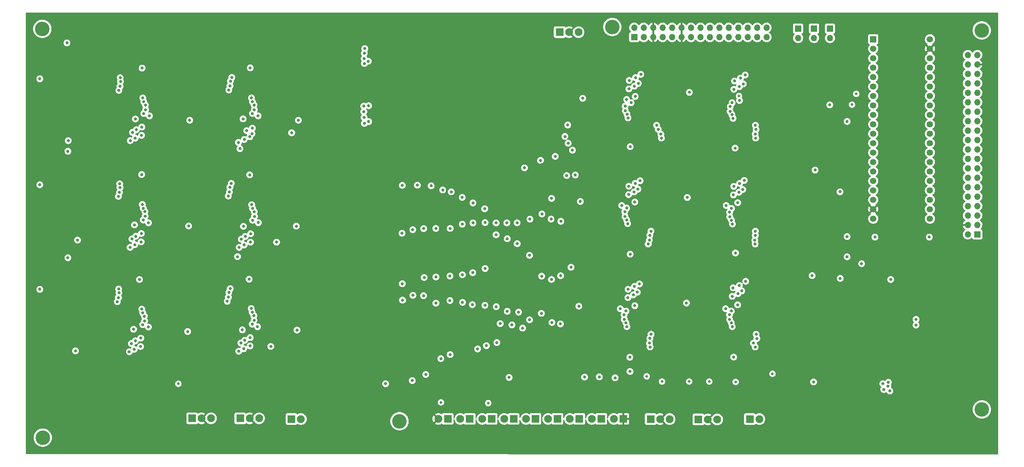
<source format=gbr>
%TF.GenerationSoftware,KiCad,Pcbnew,(6.0.11)*%
%TF.CreationDate,2023-06-01T10:52:31+02:00*%
%TF.ProjectId,Project_V11_Final,50726f6a-6563-4745-9f56-31315f46696e,V11*%
%TF.SameCoordinates,Original*%
%TF.FileFunction,Copper,L2,Inr*%
%TF.FilePolarity,Positive*%
%FSLAX46Y46*%
G04 Gerber Fmt 4.6, Leading zero omitted, Abs format (unit mm)*
G04 Created by KiCad (PCBNEW (6.0.11)) date 2023-06-01 10:52:31*
%MOMM*%
%LPD*%
G01*
G04 APERTURE LIST*
%TA.AperFunction,ComponentPad*%
%ADD10R,2.100000X2.100000*%
%TD*%
%TA.AperFunction,ComponentPad*%
%ADD11C,2.100000*%
%TD*%
%TA.AperFunction,ComponentPad*%
%ADD12R,1.700000X1.700000*%
%TD*%
%TA.AperFunction,ComponentPad*%
%ADD13O,1.700000X1.700000*%
%TD*%
%TA.AperFunction,ComponentPad*%
%ADD14C,3.900000*%
%TD*%
%TA.AperFunction,ComponentPad*%
%ADD15C,1.700000*%
%TD*%
%TA.AperFunction,ViaPad*%
%ADD16C,0.800000*%
%TD*%
%TA.AperFunction,ViaPad*%
%ADD17C,0.700000*%
%TD*%
G04 APERTURE END LIST*
D10*
%TO.N,/e7_out*%
%TO.C,J5*%
X149220000Y-144750000D03*
D11*
%TO.N,/e6_out*%
X146680000Y-144750000D03*
%TD*%
D12*
%TO.N,Net-(J17-Pad30)*%
%TO.C,JP36*%
X225680000Y-39730000D03*
D13*
%TO.N,/SPI_AD2_SS1*%
X225680000Y-42270000D03*
%TD*%
D10*
%TO.N,GND*%
%TO.C,J10*%
X178690000Y-144750000D03*
D11*
%TO.N,/e16_out*%
X176150000Y-144750000D03*
%TD*%
D10*
%TO.N,/Ch1+_B1_in*%
%TO.C,J11*%
X186060000Y-144800000D03*
D11*
%TO.N,GND*%
X188600000Y-144800000D03*
%TO.N,/Ch1-_B1_in*%
X191140000Y-144800000D03*
%TD*%
D12*
%TO.N,unconnected-(J17-Pad1)*%
%TO.C,J17*%
X181635000Y-42040000D03*
D13*
%TO.N,unconnected-(J17-Pad2)*%
X181635000Y-39500000D03*
%TO.N,unconnected-(J17-Pad3)*%
X184175000Y-42040000D03*
%TO.N,unconnected-(J17-Pad4)*%
X184175000Y-39500000D03*
%TO.N,GND*%
X186715000Y-42040000D03*
X186715000Y-39500000D03*
%TO.N,unconnected-(J17-Pad7)*%
X189255000Y-42040000D03*
%TO.N,unconnected-(J17-Pad8)*%
X189255000Y-39500000D03*
%TO.N,unconnected-(J17-Pad9)*%
X191795000Y-42040000D03*
%TO.N,unconnected-(J17-Pad10)*%
X191795000Y-39500000D03*
%TO.N,GND*%
X194335000Y-42040000D03*
X194335000Y-39500000D03*
%TO.N,Net-(J17-Pad13)*%
X196875000Y-42040000D03*
%TO.N,Net-(J17-Pad14)*%
X196875000Y-39500000D03*
%TO.N,unconnected-(J17-Pad15)*%
X199415000Y-42040000D03*
%TO.N,unconnected-(J17-Pad16)*%
X199415000Y-39500000D03*
%TO.N,unconnected-(J17-Pad17)*%
X201955000Y-42040000D03*
%TO.N,/SPI_AD2_SCK1*%
X201955000Y-39500000D03*
%TO.N,unconnected-(J17-Pad19)*%
X204495000Y-42040000D03*
%TO.N,/SPI_AD2_MOSI1*%
X204495000Y-39500000D03*
%TO.N,unconnected-(J17-Pad21)*%
X207035000Y-42040000D03*
%TO.N,Net-(J17-Pad22)*%
X207035000Y-39500000D03*
%TO.N,unconnected-(J17-Pad23)*%
X209575000Y-42040000D03*
%TO.N,unconnected-(J17-Pad24)*%
X209575000Y-39500000D03*
%TO.N,unconnected-(J17-Pad25)*%
X212115000Y-42040000D03*
%TO.N,unconnected-(J17-Pad26)*%
X212115000Y-39500000D03*
%TO.N,unconnected-(J17-Pad27)*%
X214655000Y-42040000D03*
%TO.N,Net-(J17-Pad28)*%
X214655000Y-39500000D03*
%TO.N,unconnected-(J17-Pad29)*%
X217195000Y-42040000D03*
%TO.N,Net-(J17-Pad30)*%
X217195000Y-39500000D03*
%TD*%
D14*
%TO.N,N/C*%
%TO.C,H4*%
X275056600Y-40223200D03*
%TD*%
D12*
%TO.N,Net-(J17-Pad22)*%
%TO.C,JP34*%
X234260000Y-39730000D03*
D13*
%TO.N,/SPI_AD2_MISO1*%
X234260000Y-42270000D03*
%TD*%
D12*
%TO.N,/RCLK_SS2*%
%TO.C,U20*%
X245880000Y-42620000D03*
D15*
%TO.N,/SRCLK_SCK2*%
X245880000Y-45160000D03*
%TO.N,/PB14*%
X245880000Y-47700000D03*
%TO.N,/SER_MOSI2*%
X245880000Y-50240000D03*
%TO.N,/T1*%
X245880000Y-52780000D03*
%TO.N,/PA9*%
X245880000Y-55320000D03*
%TO.N,/PA10*%
X245880000Y-57860000D03*
%TO.N,/PA11*%
X245880000Y-60400000D03*
%TO.N,/PA12*%
X245880000Y-62940000D03*
%TO.N,/PA15*%
X245880000Y-65480000D03*
%TO.N,/PB3*%
X245880000Y-68020000D03*
%TO.N,/PB4*%
X245880000Y-70560000D03*
%TO.N,/PB5*%
X245880000Y-73100000D03*
%TO.N,/PB6*%
X245880000Y-75640000D03*
%TO.N,/T2*%
X245880000Y-78180000D03*
%TO.N,/ENABLE B2*%
X245880000Y-80720000D03*
%TO.N,/ENABLE B1*%
X245880000Y-83260000D03*
%TO.N,Net-(D5-Pad1)*%
X245880000Y-85800000D03*
%TO.N,GND*%
X245880000Y-88340000D03*
%TO.N,+3V3*%
X245880000Y-90880000D03*
%TO.N,/VBAT*%
X261120000Y-90880000D03*
%TO.N,/PC13*%
X261120000Y-88340000D03*
%TO.N,/PC14*%
X261120000Y-85800000D03*
%TO.N,/PC15*%
X261120000Y-83260000D03*
%TO.N,/RST*%
X261120000Y-80720000D03*
%TO.N,/PA0*%
X261120000Y-78180000D03*
%TO.N,/PA1*%
X261120000Y-75640000D03*
%TO.N,/PA2*%
X261120000Y-73100000D03*
%TO.N,/PA3*%
X261120000Y-70560000D03*
%TO.N,/SPI_AD2_SS1*%
X261120000Y-68020000D03*
%TO.N,/SPI_AD2_SCK1*%
X261120000Y-65480000D03*
%TO.N,/SPI_AD2_MISO1*%
X261120000Y-62940000D03*
%TO.N,/SPI_AD2_MOSI1*%
X261120000Y-60400000D03*
%TO.N,/PB0*%
X261120000Y-57860000D03*
%TO.N,/PB1*%
X261120000Y-55320000D03*
%TO.N,/PB2*%
X261120000Y-52780000D03*
%TO.N,/PB10*%
X261120000Y-50240000D03*
%TO.N,/3.3VOLTS*%
X261120000Y-47700000D03*
%TO.N,GND*%
X261120000Y-45160000D03*
%TO.N,/5VOLTS*%
X261120000Y-42620000D03*
%TD*%
D10*
%TO.N,/Stim-_B2_in*%
%TO.C,J16*%
X89510000Y-144800000D03*
D11*
%TO.N,/Stim+_B2_in*%
X92050000Y-144800000D03*
%TD*%
D10*
%TO.N,/Ch2+_B1_in*%
%TO.C,J12*%
X198860000Y-144900000D03*
D11*
%TO.N,GND*%
X201400000Y-144900000D03*
%TO.N,/Ch2-_B1_in*%
X203940000Y-144900000D03*
%TD*%
D10*
%TO.N,/Stim-_B1_in*%
%TO.C,J13*%
X212730000Y-144800000D03*
D11*
%TO.N,/Stim+_B1_in*%
X215270000Y-144800000D03*
%TD*%
D14*
%TO.N,N/C*%
%TO.C,H3*%
X175742600Y-39308800D03*
%TD*%
D10*
%TO.N,/e5_out*%
%TO.C,J4*%
X143320000Y-144750000D03*
D11*
%TO.N,/e4_out*%
X140780000Y-144750000D03*
%TD*%
D10*
%TO.N,+12V*%
%TO.C,J1*%
X161600000Y-40700000D03*
D11*
%TO.N,GND*%
X164140000Y-40700000D03*
%TO.N,-12V*%
X166680000Y-40700000D03*
%TD*%
D10*
%TO.N,/e13_out*%
%TO.C,J8*%
X166890000Y-144750000D03*
D11*
%TO.N,/e12_out*%
X164350000Y-144750000D03*
%TD*%
D10*
%TO.N,/e1_out*%
%TO.C,J2*%
X131520000Y-144750000D03*
D11*
%TO.N,GND*%
X128980000Y-144750000D03*
%TD*%
D14*
%TO.N,N/C*%
%TO.C,H6*%
X22529800Y-39816800D03*
%TD*%
D12*
%TO.N,/VBAT*%
%TO.C,J18*%
X273850000Y-95100000D03*
D13*
%TO.N,+3V3*%
X271310000Y-95100000D03*
%TO.N,/PC13*%
X273850000Y-92560000D03*
%TO.N,GND*%
X271310000Y-92560000D03*
%TO.N,/PC14*%
X273850000Y-90020000D03*
%TO.N,+5V*%
X271310000Y-90020000D03*
%TO.N,/PC15*%
X273850000Y-87480000D03*
%TO.N,/ENABLE B1*%
X271310000Y-87480000D03*
%TO.N,/RST*%
X273850000Y-84940000D03*
%TO.N,/ENABLE B2*%
X271310000Y-84940000D03*
%TO.N,/PA0*%
X273850000Y-82400000D03*
%TO.N,/T2*%
X271310000Y-82400000D03*
%TO.N,/PA1*%
X273850000Y-79860000D03*
%TO.N,/PB6*%
X271310000Y-79860000D03*
%TO.N,/PA2*%
X273850000Y-77320000D03*
%TO.N,/PB5*%
X271310000Y-77320000D03*
%TO.N,/PA3*%
X273850000Y-74780000D03*
%TO.N,/PB4*%
X271310000Y-74780000D03*
%TO.N,/SPI_AD2_SS1*%
X273850000Y-72240000D03*
%TO.N,/PB3*%
X271310000Y-72240000D03*
%TO.N,/SPI_AD2_SCK1*%
X273850000Y-69700000D03*
%TO.N,/PA15*%
X271310000Y-69700000D03*
%TO.N,/SPI_AD2_MISO1*%
X273850000Y-67160000D03*
%TO.N,/PA12*%
X271310000Y-67160000D03*
%TO.N,/SPI_AD2_MOSI1*%
X273850000Y-64620000D03*
%TO.N,/PA11*%
X271310000Y-64620000D03*
%TO.N,/PB0*%
X273850000Y-62080000D03*
%TO.N,/PA10*%
X271310000Y-62080000D03*
%TO.N,/PB1*%
X273850000Y-59540000D03*
%TO.N,/PA9*%
X271310000Y-59540000D03*
%TO.N,/PB2*%
X273850000Y-57000000D03*
%TO.N,/T1*%
X271310000Y-57000000D03*
%TO.N,/PB10*%
X273850000Y-54460000D03*
%TO.N,/SER_MOSI2*%
X271310000Y-54460000D03*
%TO.N,/3.3VOLTS*%
X273850000Y-51920000D03*
%TO.N,/PB14*%
X271310000Y-51920000D03*
%TO.N,GND*%
X273850000Y-49380000D03*
%TO.N,/SRCLK_SCK2*%
X271310000Y-49380000D03*
%TO.N,/5VOLTS*%
X273850000Y-46840000D03*
%TO.N,/RCLK_SS2*%
X271310000Y-46840000D03*
%TD*%
D14*
%TO.N,N/C*%
%TO.C,H5*%
X118541800Y-145379200D03*
%TD*%
D10*
%TO.N,/e9_out*%
%TO.C,J6*%
X155090000Y-144750000D03*
D11*
%TO.N,/e8_out*%
X152550000Y-144750000D03*
%TD*%
D14*
%TO.N,N/C*%
%TO.C,H1*%
X22656800Y-149798800D03*
%TD*%
D10*
%TO.N,/e11_out*%
%TO.C,J7*%
X161020000Y-144750000D03*
D11*
%TO.N,/e10_out*%
X158480000Y-144750000D03*
%TD*%
D10*
%TO.N,/e3_out*%
%TO.C,J3*%
X137420000Y-144750000D03*
D11*
%TO.N,/e2_out*%
X134880000Y-144750000D03*
%TD*%
D14*
%TO.N,N/C*%
%TO.C,H2*%
X275082000Y-142204200D03*
%TD*%
D10*
%TO.N,/Ch2+_B2_in*%
%TO.C,J15*%
X75720000Y-144600000D03*
D11*
%TO.N,GND*%
X78260000Y-144600000D03*
%TO.N,/Ch2-_B2_in*%
X80800000Y-144600000D03*
%TD*%
D10*
%TO.N,/e15_out*%
%TO.C,J9*%
X172790000Y-144750000D03*
D11*
%TO.N,/e14_out*%
X170250000Y-144750000D03*
%TD*%
D10*
%TO.N,/Ch1+_B2_in*%
%TO.C,J14*%
X62800000Y-144600000D03*
D11*
%TO.N,GND*%
X65340000Y-144600000D03*
%TO.N,/Ch1-_B2_in*%
X67880000Y-144600000D03*
%TD*%
D12*
%TO.N,Net-(J17-Pad28)*%
%TO.C,JP35*%
X229970000Y-39730000D03*
D13*
%TO.N,/SPI_AD2_SS1*%
X229970000Y-42270000D03*
%TD*%
D16*
%TO.N,/e16*%
X179661628Y-119933468D03*
X78688000Y-115056000D03*
X180500000Y-132000000D03*
X78751000Y-58395000D03*
X165795000Y-79145000D03*
X164640000Y-103950000D03*
X78804501Y-87117250D03*
X208025500Y-92315400D03*
X208200540Y-63885835D03*
X49541000Y-58395000D03*
X49267144Y-115202046D03*
X179953346Y-63775979D03*
X49418000Y-87050150D03*
X207982628Y-119933468D03*
X179861520Y-92226500D03*
%TO.N,/e15*%
X179607520Y-91210500D03*
X176500000Y-133700000D03*
X161850000Y-106230000D03*
X79058501Y-88133250D03*
X161920000Y-91590000D03*
X161800000Y-119200000D03*
X49795000Y-59411000D03*
X49672000Y-88066150D03*
X163480000Y-79274500D03*
X49521144Y-116218046D03*
X207901719Y-62887282D03*
X79005000Y-59411000D03*
X179407628Y-118917468D03*
X78942000Y-116072000D03*
X207771500Y-91299400D03*
X207728628Y-118917468D03*
X179699346Y-62759979D03*
%TO.N,/e14*%
X50118991Y-88960133D03*
X79388991Y-116965983D03*
X179252355Y-61865996D03*
X207324509Y-90405417D03*
X179160529Y-90316517D03*
X159420000Y-85420000D03*
X79451991Y-60304983D03*
X79505492Y-89027233D03*
X159280000Y-90990000D03*
X50241991Y-60304983D03*
X172250000Y-133450000D03*
X207391123Y-62028040D03*
X49968135Y-117112029D03*
X207281637Y-118023485D03*
X159410000Y-107230000D03*
X159510000Y-118830000D03*
X178960637Y-118023485D03*
%TO.N,/e13*%
X178899628Y-116758468D03*
X156680000Y-116360000D03*
X79513000Y-61570000D03*
X207438540Y-60710835D03*
X179191346Y-60600979D03*
X50029144Y-118377046D03*
X207220628Y-116758468D03*
X207263500Y-89140400D03*
X79566501Y-90292250D03*
X50180000Y-90225150D03*
X79450000Y-118231000D03*
X179099520Y-89051500D03*
X50303000Y-61570000D03*
X168300000Y-133500000D03*
X156830000Y-89620000D03*
X156760000Y-106350000D03*
%TO.N,/e12*%
X42687499Y-113205650D03*
X72527500Y-84793650D03*
X187650000Y-65750000D03*
X42977500Y-84893650D03*
X214400000Y-122000000D03*
X72237499Y-113105650D03*
X186138044Y-94242055D03*
X43114499Y-56363650D03*
X72664499Y-56263650D03*
X153490000Y-100750000D03*
X214200000Y-94250000D03*
X153600000Y-91020000D03*
X153490000Y-118080000D03*
X214213080Y-65750000D03*
X186148626Y-121967742D03*
X165020000Y-72450000D03*
%TO.N,/e11*%
X151640000Y-120320000D03*
X72827500Y-83693650D03*
X188100000Y-66850000D03*
X42987499Y-112105650D03*
X214184949Y-95388105D03*
X150160000Y-91990000D03*
X185848626Y-123067742D03*
X214379875Y-66850000D03*
X43277500Y-83793650D03*
X185838044Y-95342055D03*
X150550000Y-116030000D03*
X160400000Y-74130000D03*
X72537499Y-112005650D03*
X163880000Y-70590000D03*
X214600000Y-123113792D03*
X43414499Y-55263650D03*
X72964499Y-55163650D03*
X150180000Y-97600000D03*
%TO.N,/e10*%
X214051945Y-96692055D03*
X156450000Y-75200000D03*
X43120503Y-110801700D03*
X43410504Y-82489700D03*
X147390000Y-92010000D03*
X163010000Y-68760000D03*
X43547503Y-53959700D03*
X148760000Y-119470000D03*
X72960504Y-82389700D03*
X214154771Y-68153950D03*
X72670503Y-110701700D03*
X185705040Y-96646005D03*
X188796050Y-68153950D03*
X147510000Y-115800000D03*
X73097503Y-53859700D03*
X185715622Y-124371692D03*
X147490000Y-96290000D03*
X213671692Y-124371692D03*
%TO.N,/e9*%
X188946050Y-69196050D03*
X43327500Y-81493650D03*
X43037499Y-109805650D03*
X163750000Y-65680000D03*
X144540000Y-114570000D03*
X185395989Y-97700000D03*
X185900000Y-125400000D03*
X144510000Y-95200000D03*
X214145531Y-125413792D03*
X144510000Y-92020000D03*
X73327500Y-81393650D03*
X43464499Y-52963650D03*
X145610000Y-119130000D03*
X214283825Y-69196050D03*
X152140000Y-77200000D03*
X214134949Y-97688105D03*
X73037499Y-109705650D03*
X73464499Y-52863650D03*
%TO.N,GND*%
X167940000Y-67590000D03*
X123400000Y-73600000D03*
X267140000Y-101330000D03*
X64900000Y-137500000D03*
X153700000Y-133800000D03*
X214200000Y-139500000D03*
X129540000Y-47740000D03*
X50870000Y-99780000D03*
X70898000Y-133958810D03*
X90340000Y-107970000D03*
X80890000Y-42330000D03*
X34020000Y-98230000D03*
X270230000Y-133230000D03*
X234880000Y-66440000D03*
X125502200Y-47556200D03*
X101400000Y-58110000D03*
X219820000Y-60180000D03*
X112190000Y-68290000D03*
X99950000Y-51940000D03*
X134320000Y-48230000D03*
X225540000Y-56680000D03*
X194700000Y-138400000D03*
X125190000Y-57960000D03*
X158900000Y-137700000D03*
X215120000Y-108510000D03*
X107660000Y-122170000D03*
X183180000Y-36280000D03*
X61850000Y-127534046D03*
X261520000Y-141090000D03*
X54770000Y-99610000D03*
X183300000Y-138300000D03*
X233970000Y-148040000D03*
X129797300Y-62007700D03*
X253300000Y-116700000D03*
X136950000Y-106700000D03*
X139740000Y-106370000D03*
X121347400Y-59787700D03*
X180750000Y-152000000D03*
X65620000Y-86130000D03*
X272460000Y-117150000D03*
X213100000Y-133800000D03*
X25220000Y-101000000D03*
X106510000Y-42250000D03*
X31910000Y-87110000D03*
X42070000Y-61400000D03*
X108130000Y-141030000D03*
X237180000Y-39180000D03*
X256520000Y-84940000D03*
X207820000Y-151930000D03*
X235140000Y-113570000D03*
X258300000Y-37270000D03*
X170000000Y-133800000D03*
X143100000Y-94100000D03*
X24850000Y-63290000D03*
X150710000Y-151920000D03*
X175600000Y-48700000D03*
X50200000Y-108450000D03*
X68530000Y-73780000D03*
X20920000Y-90470000D03*
X171100000Y-128700000D03*
X187700000Y-134800000D03*
X70900000Y-137500000D03*
X213700000Y-137200000D03*
X179000000Y-138200000D03*
X38690000Y-97670000D03*
X146500000Y-134900000D03*
X124200000Y-68690000D03*
X210250000Y-93250000D03*
X99500000Y-135300000D03*
X18840000Y-137620000D03*
X186715000Y-37085000D03*
X105810000Y-149400000D03*
X115130000Y-124820000D03*
X154900000Y-137600000D03*
X194350000Y-37100000D03*
X256490000Y-74520000D03*
X39650500Y-72844096D03*
X99490000Y-120760000D03*
X64420000Y-134760000D03*
X233850000Y-105630000D03*
X201640000Y-118750000D03*
X26260000Y-105890000D03*
X106310000Y-79240000D03*
X26200000Y-75330000D03*
X135550000Y-53080000D03*
X209650000Y-120310000D03*
X261320000Y-126770000D03*
X234170000Y-77960000D03*
X77798000Y-133958810D03*
X157800000Y-134000000D03*
X52550000Y-57470000D03*
X166800000Y-137700000D03*
X38130000Y-90070000D03*
X173600000Y-99930000D03*
X267710000Y-115200000D03*
X201400000Y-90750000D03*
X134100000Y-94200000D03*
X232680000Y-61420000D03*
X225680000Y-80900000D03*
X113660000Y-80840000D03*
X138000000Y-138300000D03*
X65098000Y-134008810D03*
X82200000Y-86100000D03*
X257710000Y-130730000D03*
X124750000Y-138250000D03*
X52050000Y-114030000D03*
X77810000Y-57310000D03*
X219920000Y-55030000D03*
X140180000Y-68870000D03*
X146600000Y-129900000D03*
X67873250Y-80719150D03*
X120311850Y-52666200D03*
X267800000Y-117080000D03*
X258830000Y-99410000D03*
X90580000Y-151970000D03*
X155710000Y-48540000D03*
X87990000Y-88930000D03*
X172680000Y-65250000D03*
X148800000Y-127300000D03*
X111920000Y-85380000D03*
X274420000Y-132100000D03*
X119747300Y-54707700D03*
X243080000Y-43910000D03*
X52140000Y-42120000D03*
X226600000Y-75190000D03*
X99430000Y-114060000D03*
X127200000Y-84100000D03*
X80100000Y-108500000D03*
X102040000Y-75500000D03*
X100610000Y-149440000D03*
X120700000Y-126900000D03*
X188900000Y-127200000D03*
X245090000Y-140590000D03*
X71550000Y-45860000D03*
X248130000Y-132040000D03*
X160600000Y-102200000D03*
X160300000Y-132400000D03*
X182100000Y-134100000D03*
X20860000Y-96520000D03*
X132500000Y-133600000D03*
X127400000Y-52320000D03*
X257470000Y-59280000D03*
X35330000Y-114510000D03*
X217150000Y-61560000D03*
X178200000Y-133900000D03*
X25620000Y-88040000D03*
X142100000Y-131700000D03*
X132100000Y-130200000D03*
X201310000Y-44730000D03*
X67712783Y-109031150D03*
X141160000Y-54410000D03*
X26590000Y-145110000D03*
X67779845Y-52189150D03*
X69250000Y-99770000D03*
X259560000Y-113880000D03*
X116600000Y-113940000D03*
X159750000Y-76220000D03*
X18840000Y-59940000D03*
X201750000Y-99350000D03*
X120500000Y-135250000D03*
X126420000Y-144550000D03*
X124800000Y-134900000D03*
X222000000Y-90800000D03*
X31070000Y-103730000D03*
X205800000Y-100400000D03*
X25900000Y-109230000D03*
X200600000Y-134100000D03*
X123580000Y-113610000D03*
X156760000Y-76360000D03*
X129000000Y-73500000D03*
X174400000Y-131300000D03*
X198250000Y-91000000D03*
X241470000Y-148790000D03*
X29120000Y-52020000D03*
X228744626Y-126638311D03*
X178810000Y-44730000D03*
X244860000Y-128230000D03*
X130150000Y-53770000D03*
X183900000Y-130300000D03*
X20870000Y-115210000D03*
X194050000Y-62050000D03*
X138520000Y-127410000D03*
X140950000Y-48300000D03*
X86590000Y-86300000D03*
X190170000Y-105500000D03*
X226600000Y-122500000D03*
X194990000Y-143580000D03*
X261100000Y-137090000D03*
X176370000Y-71220000D03*
X230060000Y-98340000D03*
X35510000Y-119700000D03*
X234790000Y-123650000D03*
X226100000Y-85530000D03*
X87070000Y-79750000D03*
X143140000Y-106210000D03*
X146500000Y-137800000D03*
X122190000Y-55330000D03*
X111370000Y-130230000D03*
X98610000Y-138240000D03*
X169400000Y-131800000D03*
X270110000Y-113840000D03*
X43300000Y-70900000D03*
X221250000Y-80100000D03*
X35110000Y-91950000D03*
X242590000Y-98610000D03*
X32110000Y-138410000D03*
X136600000Y-93800000D03*
X216710000Y-54940000D03*
X207600000Y-139200000D03*
X80400000Y-73580000D03*
X57190000Y-114030000D03*
X150900000Y-129400000D03*
X115430000Y-54610000D03*
X250580000Y-151770000D03*
X166500000Y-129700000D03*
X126500000Y-94500000D03*
X134100000Y-84800000D03*
X101210000Y-110030000D03*
X52140000Y-71220000D03*
X214640000Y-116370000D03*
X258670000Y-109220000D03*
X273610000Y-114280000D03*
X48150000Y-99500000D03*
X108870000Y-55090000D03*
X178650000Y-69650000D03*
X234340000Y-88390000D03*
X201500000Y-136700000D03*
X104020000Y-113830000D03*
X124640000Y-124760000D03*
X229200000Y-70040000D03*
X172160000Y-44500000D03*
X111610000Y-109030000D03*
X47350000Y-57300000D03*
X29900000Y-66000000D03*
X181900000Y-143900000D03*
X146160000Y-124250000D03*
X135047300Y-64757700D03*
X215700000Y-117600000D03*
X221550000Y-41370000D03*
X133670000Y-119300000D03*
X123050000Y-151920000D03*
X20770000Y-131270000D03*
X257200000Y-71830000D03*
X54770000Y-140380000D03*
X148780000Y-105940000D03*
X205910000Y-79490000D03*
X56560000Y-151970000D03*
X140520000Y-118980000D03*
X140800000Y-127600000D03*
X22360000Y-46170000D03*
X86790000Y-69570000D03*
X35210000Y-86760000D03*
X27079139Y-80786985D03*
X185280000Y-78800000D03*
X67210000Y-103600000D03*
X86110000Y-51440000D03*
X142000000Y-138300000D03*
X173900000Y-133800000D03*
X133730000Y-107040000D03*
X261760000Y-113880000D03*
X187900000Y-138400000D03*
X162900000Y-137600000D03*
X79950000Y-51650000D03*
X41670000Y-126820000D03*
X39350000Y-101400000D03*
X83648000Y-134008810D03*
X25760000Y-94100000D03*
X64330000Y-99490000D03*
X140220000Y-41460000D03*
X176050000Y-89800000D03*
X85170000Y-70390000D03*
X120610000Y-119480000D03*
X39700000Y-43600000D03*
X249540000Y-129630000D03*
X157580000Y-36800000D03*
X69890000Y-71010000D03*
X24330000Y-67960000D03*
X237780000Y-130100000D03*
X119190000Y-130350000D03*
X90490000Y-114120000D03*
X60330000Y-99385250D03*
X160300000Y-130000000D03*
X192100000Y-133100000D03*
X20910000Y-121610000D03*
X205560000Y-64810000D03*
X207770000Y-149770000D03*
X148940000Y-115190000D03*
X73170000Y-99770000D03*
X156800000Y-132100000D03*
X142360000Y-49740000D03*
X39340000Y-102910000D03*
X141200000Y-133900000D03*
X129200000Y-138300000D03*
X210300000Y-64950000D03*
X191260000Y-76500000D03*
X156200000Y-122500000D03*
X161800000Y-133600000D03*
X36540000Y-134760000D03*
X126820000Y-119390000D03*
X204900000Y-91150000D03*
X66050000Y-43780000D03*
X193500000Y-137400000D03*
X96600000Y-55370000D03*
X42070000Y-69180000D03*
X199500000Y-64710000D03*
X126790000Y-49270000D03*
X126660000Y-112280000D03*
X255540000Y-106470000D03*
X129900000Y-69900000D03*
X133150000Y-69360000D03*
X137900000Y-69600000D03*
X130160000Y-106790000D03*
X18520000Y-102620000D03*
X47150000Y-114650000D03*
X96200000Y-137500000D03*
X198220000Y-79470000D03*
X226050000Y-65200000D03*
X20870000Y-105820000D03*
X231350000Y-44730011D03*
X215000000Y-79870000D03*
X52050000Y-85780000D03*
X226200000Y-108300000D03*
X150500000Y-131700000D03*
X153970000Y-40790000D03*
X110630000Y-53920000D03*
X88590000Y-110440000D03*
X236070000Y-101330000D03*
X18660000Y-112660000D03*
X237840000Y-69830000D03*
X143390000Y-125360000D03*
X194000000Y-134000000D03*
X38500000Y-85050000D03*
X121000000Y-41490000D03*
X170060000Y-36570000D03*
X111250000Y-113940000D03*
X143430000Y-41460000D03*
X227370000Y-139880000D03*
X168200000Y-116200000D03*
X248190000Y-46370000D03*
X184450000Y-106730000D03*
X122720000Y-52160000D03*
X25060000Y-54260000D03*
X129400000Y-135300000D03*
X58490000Y-70870000D03*
X206430000Y-77460000D03*
X226320000Y-62400000D03*
X150800000Y-137700000D03*
X61800000Y-114170000D03*
X226000000Y-143100000D03*
X269270000Y-39580000D03*
X50140000Y-146390000D03*
X149700000Y-133600000D03*
X28690000Y-112180000D03*
X225570000Y-93450000D03*
X114300000Y-72900000D03*
X262250000Y-123680000D03*
X18580000Y-74620000D03*
X123700000Y-84000000D03*
X175840000Y-106080000D03*
X47100000Y-86000000D03*
X115482500Y-57117500D03*
X79300000Y-71210000D03*
X200930000Y-35990000D03*
X201100000Y-139100000D03*
X130430000Y-119210000D03*
X116190000Y-82450000D03*
X27280000Y-132200000D03*
X38310000Y-117770000D03*
X118730000Y-71500000D03*
X269610000Y-118030000D03*
X107780000Y-107950000D03*
X99460000Y-100130000D03*
X207610000Y-143500000D03*
X130100000Y-94300000D03*
X222180000Y-151970000D03*
X103310000Y-55160000D03*
X80500000Y-114040000D03*
X249260000Y-121000000D03*
X83090000Y-57200000D03*
X109400000Y-135300000D03*
X163700000Y-106500000D03*
X32010000Y-150330000D03*
X257220000Y-46760000D03*
X38350000Y-113350000D03*
X226000000Y-117400000D03*
X244720000Y-121630000D03*
X174800000Y-138000000D03*
X88570000Y-73890000D03*
X251450500Y-56390000D03*
X178400000Y-99150000D03*
X190680000Y-36090000D03*
X175470000Y-78870000D03*
X176350000Y-102540000D03*
X226250000Y-111700000D03*
X58250000Y-146440000D03*
X163200000Y-99300000D03*
X231590000Y-114680000D03*
X249750000Y-122630000D03*
X206600000Y-137300500D03*
X35790000Y-108310000D03*
X241320000Y-139580000D03*
X83600000Y-138000000D03*
X90700000Y-137500000D03*
X24690000Y-59450000D03*
X153300000Y-132200000D03*
X221100000Y-137800000D03*
X28060000Y-118180000D03*
X35460000Y-57280000D03*
X278100000Y-44670000D03*
X100560000Y-143260000D03*
X218100000Y-133700000D03*
X198290000Y-107079500D03*
X76450000Y-85950000D03*
X154900000Y-115800000D03*
X176325000Y-116875000D03*
X212930000Y-107390000D03*
X170800000Y-137700000D03*
X25770000Y-122260000D03*
X157900000Y-100100000D03*
X185840000Y-66180000D03*
X251450500Y-87190000D03*
X274320000Y-122630000D03*
X50900000Y-51950000D03*
X237130000Y-43730000D03*
X21370000Y-140580000D03*
X86700000Y-112410000D03*
X62050000Y-103450000D03*
X60630000Y-73580000D03*
X135200000Y-128000000D03*
X81830000Y-103600000D03*
X100190000Y-130230000D03*
X204880000Y-118730000D03*
X152300000Y-98500000D03*
X188800000Y-130300000D03*
X137000000Y-134300000D03*
X77590000Y-99380000D03*
X30670000Y-75630000D03*
X222100000Y-61850000D03*
X124670000Y-41910000D03*
X116214900Y-50243500D03*
X152770000Y-36520000D03*
X251170000Y-76790000D03*
X102840000Y-121700000D03*
X130650000Y-113860000D03*
X58520000Y-57300000D03*
X221350000Y-103400000D03*
X31810000Y-57280000D03*
X27850000Y-114250000D03*
X31080000Y-112120000D03*
X133800000Y-138400000D03*
X123310000Y-109610000D03*
X206950000Y-126600000D03*
X170950000Y-60900000D03*
X162100000Y-121000000D03*
X131670000Y-58720000D03*
X193900000Y-90750000D03*
X43840000Y-43990000D03*
X130700000Y-84700000D03*
X120890000Y-124700000D03*
X225280000Y-120390000D03*
X193850000Y-118250000D03*
X188690000Y-136195000D03*
X32770000Y-124590000D03*
X65430000Y-114040000D03*
X20780000Y-67440000D03*
X123670000Y-119350000D03*
X130760000Y-41950000D03*
X145820000Y-105880000D03*
X241100000Y-107320000D03*
X116180000Y-109030000D03*
X272470000Y-110660000D03*
X269950000Y-110480000D03*
X87720000Y-57280000D03*
X267800000Y-110690000D03*
X206700000Y-134700000D03*
X199800000Y-128000000D03*
X38600000Y-56350000D03*
X77500000Y-137800000D03*
X60620000Y-86100000D03*
X72540000Y-103500000D03*
X120800000Y-83900000D03*
X169690000Y-48700000D03*
X31250000Y-117190000D03*
X120250000Y-138000000D03*
X257000000Y-92270000D03*
X54180000Y-133680000D03*
X127300000Y-132000000D03*
X140000000Y-93600000D03*
X114700000Y-119360000D03*
X165900000Y-133800000D03*
X120570000Y-110150000D03*
X33130000Y-95410000D03*
X137760000Y-74310000D03*
%TO.N,/e1*%
X183227020Y-80669500D03*
X119210000Y-94800000D03*
X114800000Y-135300000D03*
X119290000Y-81920000D03*
X183027128Y-108439968D03*
X211600000Y-107740000D03*
X45901644Y-126695546D03*
X183410000Y-52050000D03*
X46119600Y-98610750D03*
X119360000Y-112800000D03*
X75240000Y-70370000D03*
X75322500Y-126549500D03*
X119290000Y-108390000D03*
X211468979Y-52218979D03*
X211205600Y-80600000D03*
X46175500Y-69888500D03*
X75439001Y-98610750D03*
%TO.N,/e2*%
X209900000Y-108869500D03*
X181893520Y-81394000D03*
X122140000Y-111500000D03*
X181985346Y-52943479D03*
X76820000Y-69580000D03*
X123350000Y-81870000D03*
X47235144Y-126034546D03*
X121961500Y-134438500D03*
X181693628Y-109100968D03*
X209968600Y-81394000D03*
X76772501Y-97949750D03*
X47509000Y-69227500D03*
X76656000Y-125888500D03*
X210187719Y-53070782D03*
X122110000Y-93854500D03*
X47386000Y-97882650D03*
%TO.N,/e3*%
X208581540Y-53852835D03*
X78359500Y-125126500D03*
X125180000Y-106710000D03*
X179990128Y-109862968D03*
X48938644Y-125272546D03*
X180190020Y-82156000D03*
X127050000Y-82030000D03*
X78330000Y-68835500D03*
X49212500Y-68465500D03*
X49089500Y-97120650D03*
X180281846Y-53705479D03*
X125600000Y-132800000D03*
X208210000Y-109484500D03*
X125040000Y-93560000D03*
X208391000Y-82207900D03*
X78476001Y-97187750D03*
X125010000Y-111610000D03*
%TO.N,/e4*%
X46758000Y-67675500D03*
X75905000Y-124336500D03*
X210808500Y-83034900D03*
X76021501Y-96397750D03*
X128330000Y-106560000D03*
X46484144Y-124482546D03*
X46635000Y-96330650D03*
X182444628Y-110652968D03*
X210938719Y-54622782D03*
X128330000Y-113600000D03*
X182736346Y-54495479D03*
X129650000Y-128550000D03*
X182644520Y-82946000D03*
X210530000Y-110319000D03*
X128310000Y-93510000D03*
X78876203Y-67998442D03*
X130160000Y-83160000D03*
%TO.N,/e5*%
X47687000Y-95596650D03*
X76957000Y-123602500D03*
X132090000Y-106310000D03*
X132150000Y-127450000D03*
X209756500Y-83768900D03*
X209886719Y-55356782D03*
X47536144Y-123748546D03*
X181684346Y-55229479D03*
X77073501Y-95663750D03*
X77470000Y-67195500D03*
X181592520Y-83680000D03*
X132090000Y-112910000D03*
X132460000Y-83670500D03*
X132150000Y-93500000D03*
X181392628Y-111386968D03*
X209520000Y-111064500D03*
X47810000Y-66941500D03*
%TO.N,/e6*%
X135400000Y-85150000D03*
X180223690Y-55953979D03*
X135450000Y-105970000D03*
X208426063Y-56081282D03*
X78534157Y-94939250D03*
X135480000Y-113400000D03*
X180131864Y-84404500D03*
X135410000Y-92360000D03*
X208295844Y-84493400D03*
X78417656Y-122878000D03*
X49147656Y-94872150D03*
X207980000Y-111784500D03*
X78990000Y-66525500D03*
X49270656Y-66217000D03*
X48996800Y-123024046D03*
X179931972Y-112111468D03*
X139540000Y-125930000D03*
%TO.N,/e7*%
X79005000Y-62586000D03*
X144710000Y-124230000D03*
X179407628Y-115742468D03*
X179607520Y-88035500D03*
X49672000Y-91241150D03*
X141500000Y-114200000D03*
X141550000Y-91930000D03*
X79058501Y-91308250D03*
X141560000Y-104300000D03*
X49521144Y-119393046D03*
X180794835Y-59694835D03*
X49795000Y-62586000D03*
X78942000Y-119247000D03*
X207728628Y-115742468D03*
X207771500Y-88124400D03*
X207946540Y-59694835D03*
X141450000Y-88220000D03*
%TO.N,/e8*%
X51319000Y-63221000D03*
X80529000Y-63221000D03*
X138290000Y-86644500D03*
X138130000Y-114010000D03*
X178281000Y-87337000D03*
X138290000Y-92030000D03*
X138230000Y-105400000D03*
X51069000Y-92003150D03*
X148000000Y-133600000D03*
X209943219Y-59086781D03*
X51045144Y-120028046D03*
X206204628Y-115107468D03*
X80582501Y-91943250D03*
X141900000Y-125050000D03*
X80369499Y-119965650D03*
X179594165Y-58805835D03*
X206348000Y-87337000D03*
X177883628Y-115107468D03*
D17*
%TO.N,/Ch1+_B1*%
X209795852Y-57884812D03*
X185000000Y-133300000D03*
D16*
%TO.N,/Ch1+_B2*%
X47066002Y-120629502D03*
D17*
X59100000Y-135300000D03*
%TO.N,/Ch1-_B1*%
X189100000Y-134700000D03*
D16*
X181900000Y-58000000D03*
%TO.N,/Ch1-_B2*%
X83950000Y-125250000D03*
X76300000Y-120800000D03*
%TO.N,/Ch2+_B1*%
X209450000Y-86586000D03*
D17*
X196400000Y-134700000D03*
D16*
%TO.N,/Ch2+_B2*%
X75000000Y-101100000D03*
X47307172Y-92563025D03*
%TO.N,/Ch2-_B1*%
X181800000Y-86400000D03*
D17*
X201800000Y-134700000D03*
D16*
%TO.N,+12V*%
X250570000Y-107240000D03*
%TO.N,/Ch2-_B2*%
X85500000Y-97200000D03*
X76587500Y-92937500D03*
%TO.N,/Stim+_B1*%
X181800000Y-114292968D03*
D17*
X218800000Y-132600000D03*
D16*
%TO.N,/Stim+_B2*%
X89560000Y-67770000D03*
X76500000Y-64035500D03*
D17*
%TO.N,/T2*%
X241310000Y-57300000D03*
D16*
%TO.N,/Stim-_B1*%
X209430000Y-114070000D03*
D17*
X208900000Y-134800000D03*
D16*
%TO.N,/Stim-_B2*%
X75650000Y-72050000D03*
X47550000Y-64050000D03*
%TO.N,VDD*%
X180550000Y-71500000D03*
X180450000Y-128160000D03*
X208850000Y-100110000D03*
X78420000Y-50300000D03*
X109110000Y-49120000D03*
X78270000Y-79100000D03*
X109050000Y-47840000D03*
X49240000Y-79000000D03*
X208360000Y-128130000D03*
X180550000Y-100440000D03*
X109090000Y-46390000D03*
X49360000Y-50360000D03*
X208760000Y-71890000D03*
X110140000Y-48520000D03*
X109210000Y-45130000D03*
X78110000Y-107170000D03*
X48650000Y-107240000D03*
%TO.N,VSS*%
X110250000Y-60490000D03*
X108950000Y-62090000D03*
X195900000Y-85179000D03*
X90800000Y-92900000D03*
X110250000Y-64770000D03*
X166750000Y-114424500D03*
X109020000Y-63630000D03*
X167150000Y-86250000D03*
X61600000Y-121250000D03*
X195672655Y-113577345D03*
X196450000Y-56900000D03*
X91000000Y-120850000D03*
X62150000Y-64400000D03*
X109110000Y-65240000D03*
X167800000Y-58500000D03*
X61850000Y-92850000D03*
X108950000Y-60580000D03*
X91350000Y-64400000D03*
D17*
%TO.N,/e4_out*%
X129700000Y-140300000D03*
%TO.N,/e6_out*%
X142400000Y-140500000D03*
D16*
%TO.N,+3V3*%
X29400000Y-101400000D03*
X29400000Y-72750000D03*
X29150000Y-43600000D03*
X229450000Y-106200000D03*
X248460000Y-135280000D03*
X250320000Y-137240000D03*
X249950000Y-134910000D03*
X230250000Y-77800000D03*
X249820000Y-135940000D03*
X229850000Y-134800000D03*
X248730000Y-136850000D03*
D17*
%TO.N,/ENABLE B1*%
X240160000Y-60200000D03*
D16*
X234180000Y-60260000D03*
X236950000Y-83650000D03*
X237000000Y-106950000D03*
%TO.N,/ENABLE B2*%
X242750000Y-103000000D03*
X31450000Y-126450000D03*
X29500000Y-69900000D03*
X32000000Y-96650000D03*
%TO.N,+5V*%
X260950000Y-95830000D03*
X246340000Y-95830000D03*
X257390000Y-117970000D03*
X257390000Y-119500000D03*
%TO.N,/RCLK_SS2*%
X238850000Y-95700000D03*
X21850000Y-109900000D03*
X21850000Y-53250000D03*
X238850000Y-64720000D03*
X238850000Y-101150000D03*
X21850000Y-81750000D03*
%TD*%
%TA.AperFunction,Conductor*%
%TO.N,GND*%
G36*
X279384621Y-35441902D02*
G01*
X279431114Y-35495558D01*
X279442500Y-35547900D01*
X279442500Y-154178765D01*
X279422498Y-154246886D01*
X279368842Y-154293379D01*
X279316476Y-154304765D01*
X18235476Y-154255035D01*
X18167359Y-154235020D01*
X18120876Y-154181355D01*
X18109500Y-154129035D01*
X18109500Y-149798800D01*
X20193439Y-149798800D01*
X20212863Y-150107541D01*
X20270830Y-150411413D01*
X20366425Y-150705624D01*
X20368112Y-150709210D01*
X20368114Y-150709214D01*
X20496452Y-150981947D01*
X20496456Y-150981954D01*
X20498140Y-150985533D01*
X20663899Y-151246727D01*
X20861087Y-151485087D01*
X21086595Y-151696852D01*
X21336865Y-151878684D01*
X21607952Y-152027716D01*
X21895580Y-152141596D01*
X22195212Y-152218528D01*
X22502124Y-152257300D01*
X22811476Y-152257300D01*
X23118388Y-152218528D01*
X23418020Y-152141596D01*
X23705648Y-152027716D01*
X23976735Y-151878684D01*
X24227005Y-151696852D01*
X24452513Y-151485087D01*
X24649701Y-151246727D01*
X24815460Y-150985533D01*
X24817144Y-150981954D01*
X24817148Y-150981947D01*
X24945486Y-150709214D01*
X24945488Y-150709210D01*
X24947175Y-150705624D01*
X25042770Y-150411413D01*
X25100737Y-150107541D01*
X25120161Y-149798800D01*
X25100737Y-149490059D01*
X25042770Y-149186187D01*
X24947175Y-148891976D01*
X24945486Y-148888386D01*
X24817148Y-148615653D01*
X24817144Y-148615646D01*
X24815460Y-148612067D01*
X24649701Y-148350873D01*
X24452513Y-148112513D01*
X24227005Y-147900748D01*
X23976735Y-147718916D01*
X23777836Y-147609570D01*
X23709110Y-147571787D01*
X23709107Y-147571785D01*
X23705648Y-147569884D01*
X23418020Y-147456004D01*
X23118388Y-147379072D01*
X22811476Y-147340300D01*
X22502124Y-147340300D01*
X22195212Y-147379072D01*
X21895580Y-147456004D01*
X21607952Y-147569884D01*
X21604493Y-147571785D01*
X21604490Y-147571787D01*
X21535764Y-147609570D01*
X21336865Y-147718916D01*
X21086595Y-147900748D01*
X20861087Y-148112513D01*
X20663899Y-148350873D01*
X20498140Y-148612067D01*
X20496456Y-148615646D01*
X20496452Y-148615653D01*
X20368114Y-148888386D01*
X20366425Y-148891976D01*
X20270830Y-149186187D01*
X20212863Y-149490059D01*
X20193439Y-149798800D01*
X18109500Y-149798800D01*
X18109500Y-145698134D01*
X61241500Y-145698134D01*
X61248255Y-145760316D01*
X61299385Y-145896705D01*
X61386739Y-146013261D01*
X61503295Y-146100615D01*
X61639684Y-146151745D01*
X61701866Y-146158500D01*
X63898134Y-146158500D01*
X63960316Y-146151745D01*
X64096705Y-146100615D01*
X64213261Y-146013261D01*
X64286430Y-145915633D01*
X64343288Y-145873118D01*
X64414107Y-145868092D01*
X64453090Y-145883766D01*
X64626272Y-145989893D01*
X64635067Y-145994375D01*
X64852490Y-146084434D01*
X64861875Y-146087483D01*
X65090708Y-146142422D01*
X65100455Y-146143965D01*
X65335070Y-146162430D01*
X65344930Y-146162430D01*
X65579545Y-146143965D01*
X65589292Y-146142422D01*
X65818125Y-146087483D01*
X65827510Y-146084434D01*
X66044933Y-145994375D01*
X66053728Y-145989893D01*
X66234805Y-145878928D01*
X66244267Y-145868470D01*
X66240484Y-145859694D01*
X65069885Y-144689095D01*
X65035859Y-144626783D01*
X65037694Y-144601132D01*
X65704408Y-144601132D01*
X65704539Y-144602965D01*
X65708790Y-144609580D01*
X66602395Y-145503185D01*
X66613810Y-145516549D01*
X66615248Y-145518896D01*
X66688926Y-145605161D01*
X66762957Y-145691839D01*
X66774567Y-145705433D01*
X66778323Y-145708641D01*
X66955182Y-145859694D01*
X66961104Y-145864752D01*
X66965327Y-145867340D01*
X66965330Y-145867342D01*
X67022460Y-145902351D01*
X67170268Y-145992927D01*
X67279800Y-146038297D01*
X67392335Y-146084911D01*
X67392337Y-146084912D01*
X67396908Y-146086805D01*
X67431997Y-146095229D01*
X67630630Y-146142917D01*
X67630636Y-146142918D01*
X67635443Y-146144072D01*
X67880000Y-146163319D01*
X68124557Y-146144072D01*
X68129364Y-146142918D01*
X68129370Y-146142917D01*
X68328003Y-146095229D01*
X68363092Y-146086805D01*
X68367663Y-146084912D01*
X68367665Y-146084911D01*
X68480200Y-146038297D01*
X68589732Y-145992927D01*
X68737540Y-145902351D01*
X68794670Y-145867342D01*
X68794673Y-145867340D01*
X68798896Y-145864752D01*
X68804819Y-145859694D01*
X68981677Y-145708641D01*
X68985433Y-145705433D01*
X68991667Y-145698134D01*
X74161500Y-145698134D01*
X74168255Y-145760316D01*
X74219385Y-145896705D01*
X74306739Y-146013261D01*
X74423295Y-146100615D01*
X74559684Y-146151745D01*
X74621866Y-146158500D01*
X76818134Y-146158500D01*
X76880316Y-146151745D01*
X77016705Y-146100615D01*
X77133261Y-146013261D01*
X77206430Y-145915633D01*
X77263288Y-145873118D01*
X77334107Y-145868092D01*
X77373090Y-145883766D01*
X77546272Y-145989893D01*
X77555067Y-145994375D01*
X77772490Y-146084434D01*
X77781875Y-146087483D01*
X78010708Y-146142422D01*
X78020455Y-146143965D01*
X78255070Y-146162430D01*
X78264930Y-146162430D01*
X78499545Y-146143965D01*
X78509292Y-146142422D01*
X78738125Y-146087483D01*
X78747510Y-146084434D01*
X78964933Y-145994375D01*
X78973728Y-145989893D01*
X79154805Y-145878928D01*
X79164267Y-145868470D01*
X79160484Y-145859694D01*
X77989885Y-144689095D01*
X77955859Y-144626783D01*
X77957694Y-144601132D01*
X78624408Y-144601132D01*
X78624539Y-144602965D01*
X78628790Y-144609580D01*
X79522395Y-145503185D01*
X79533810Y-145516549D01*
X79535248Y-145518896D01*
X79608926Y-145605161D01*
X79682957Y-145691839D01*
X79694567Y-145705433D01*
X79698323Y-145708641D01*
X79875182Y-145859694D01*
X79881104Y-145864752D01*
X79885327Y-145867340D01*
X79885330Y-145867342D01*
X79942460Y-145902351D01*
X80090268Y-145992927D01*
X80199800Y-146038297D01*
X80312335Y-146084911D01*
X80312337Y-146084912D01*
X80316908Y-146086805D01*
X80351997Y-146095229D01*
X80550630Y-146142917D01*
X80550636Y-146142918D01*
X80555443Y-146144072D01*
X80800000Y-146163319D01*
X81044557Y-146144072D01*
X81049364Y-146142918D01*
X81049370Y-146142917D01*
X81248003Y-146095229D01*
X81283092Y-146086805D01*
X81287663Y-146084912D01*
X81287665Y-146084911D01*
X81400200Y-146038297D01*
X81509732Y-145992927D01*
X81657540Y-145902351D01*
X81664422Y-145898134D01*
X87951500Y-145898134D01*
X87958255Y-145960316D01*
X88009385Y-146096705D01*
X88096739Y-146213261D01*
X88213295Y-146300615D01*
X88349684Y-146351745D01*
X88411866Y-146358500D01*
X90608134Y-146358500D01*
X90670316Y-146351745D01*
X90806705Y-146300615D01*
X90923261Y-146213261D01*
X90996128Y-146116035D01*
X91052988Y-146073521D01*
X91123806Y-146068496D01*
X91162788Y-146084168D01*
X91167091Y-146086805D01*
X91340268Y-146192927D01*
X91440474Y-146234434D01*
X91562335Y-146284911D01*
X91562337Y-146284912D01*
X91566908Y-146286805D01*
X91632691Y-146302598D01*
X91800630Y-146342917D01*
X91800636Y-146342918D01*
X91805443Y-146344072D01*
X92050000Y-146363319D01*
X92294557Y-146344072D01*
X92299364Y-146342918D01*
X92299370Y-146342917D01*
X92467309Y-146302598D01*
X92533092Y-146286805D01*
X92537663Y-146284912D01*
X92537665Y-146284911D01*
X92659526Y-146234434D01*
X92759732Y-146192927D01*
X92932909Y-146086805D01*
X92964670Y-146067342D01*
X92964673Y-146067340D01*
X92968896Y-146064752D01*
X92974819Y-146059694D01*
X93151677Y-145908641D01*
X93155433Y-145905433D01*
X93161667Y-145898134D01*
X93311535Y-145722663D01*
X93311537Y-145722660D01*
X93314752Y-145718896D01*
X93321037Y-145708641D01*
X93384448Y-145605161D01*
X93442927Y-145509732D01*
X93496995Y-145379200D01*
X116078439Y-145379200D01*
X116097863Y-145687941D01*
X116155830Y-145991813D01*
X116251425Y-146286024D01*
X116253112Y-146289610D01*
X116253114Y-146289614D01*
X116381452Y-146562347D01*
X116381456Y-146562354D01*
X116383140Y-146565933D01*
X116548899Y-146827127D01*
X116746087Y-147065487D01*
X116971595Y-147277252D01*
X117221865Y-147459084D01*
X117368469Y-147539681D01*
X117423409Y-147569884D01*
X117492952Y-147608116D01*
X117780580Y-147721996D01*
X118080212Y-147798928D01*
X118387124Y-147837700D01*
X118696476Y-147837700D01*
X119003388Y-147798928D01*
X119303020Y-147721996D01*
X119590648Y-147608116D01*
X119660192Y-147569884D01*
X119715131Y-147539681D01*
X119861735Y-147459084D01*
X120112005Y-147277252D01*
X120337513Y-147065487D01*
X120534701Y-146827127D01*
X120700460Y-146565933D01*
X120702144Y-146562354D01*
X120702148Y-146562347D01*
X120830486Y-146289614D01*
X120830488Y-146289610D01*
X120832175Y-146286024D01*
X120927770Y-145991813D01*
X120985737Y-145687941D01*
X121005161Y-145379200D01*
X120985737Y-145070459D01*
X120927770Y-144766587D01*
X120923982Y-144754930D01*
X127417570Y-144754930D01*
X127436035Y-144989545D01*
X127437578Y-144999292D01*
X127492517Y-145228125D01*
X127495566Y-145237510D01*
X127585625Y-145454933D01*
X127590107Y-145463728D01*
X127701072Y-145644805D01*
X127711530Y-145654267D01*
X127720306Y-145650484D01*
X128607978Y-144762812D01*
X128615592Y-144748868D01*
X128615461Y-144747035D01*
X128611210Y-144740420D01*
X127723350Y-143852560D01*
X127710970Y-143845800D01*
X127703320Y-143851527D01*
X127590107Y-144036272D01*
X127585625Y-144045067D01*
X127495566Y-144262490D01*
X127492517Y-144271875D01*
X127437578Y-144500708D01*
X127436035Y-144510455D01*
X127417570Y-144745070D01*
X127417570Y-144754930D01*
X120923982Y-144754930D01*
X120839308Y-144494329D01*
X120833401Y-144476149D01*
X120833401Y-144476148D01*
X120832175Y-144472376D01*
X120830486Y-144468786D01*
X120702148Y-144196053D01*
X120702144Y-144196046D01*
X120700460Y-144192467D01*
X120534701Y-143931273D01*
X120337513Y-143692913D01*
X120146262Y-143513317D01*
X120114892Y-143483859D01*
X120114891Y-143483859D01*
X120112412Y-143481530D01*
X128075733Y-143481530D01*
X128079516Y-143490306D01*
X129250115Y-144660905D01*
X129284141Y-144723217D01*
X129279076Y-144794032D01*
X129250115Y-144839095D01*
X128082560Y-146006650D01*
X128075800Y-146019030D01*
X128081527Y-146026680D01*
X128266272Y-146139893D01*
X128275067Y-146144375D01*
X128492490Y-146234434D01*
X128501875Y-146237483D01*
X128730708Y-146292422D01*
X128740455Y-146293965D01*
X128975070Y-146312430D01*
X128984930Y-146312430D01*
X129219545Y-146293965D01*
X129229292Y-146292422D01*
X129458125Y-146237483D01*
X129467510Y-146234434D01*
X129684933Y-146144375D01*
X129693728Y-146139893D01*
X129866910Y-146033766D01*
X129935443Y-146015227D01*
X130003120Y-146036683D01*
X130033570Y-146065632D01*
X130106739Y-146163261D01*
X130223295Y-146250615D01*
X130359684Y-146301745D01*
X130421866Y-146308500D01*
X132618134Y-146308500D01*
X132680316Y-146301745D01*
X132816705Y-146250615D01*
X132933261Y-146163261D01*
X133020615Y-146046705D01*
X133071745Y-145910316D01*
X133078500Y-145848134D01*
X133078500Y-144930544D01*
X133098502Y-144862423D01*
X133152158Y-144815930D01*
X133222432Y-144805826D01*
X133287012Y-144835320D01*
X133325396Y-144895046D01*
X133330112Y-144920658D01*
X133335928Y-144994557D01*
X133337082Y-144999364D01*
X133337083Y-144999370D01*
X133354150Y-145070459D01*
X133393195Y-145233092D01*
X133487073Y-145459732D01*
X133615248Y-145668896D01*
X133618463Y-145672660D01*
X133618465Y-145672663D01*
X133765376Y-145844672D01*
X133774567Y-145855433D01*
X133778323Y-145858641D01*
X133951618Y-146006650D01*
X133961104Y-146014752D01*
X133965327Y-146017340D01*
X133965330Y-146017342D01*
X134024973Y-146053891D01*
X134170268Y-146142927D01*
X134279800Y-146188297D01*
X134392335Y-146234911D01*
X134392337Y-146234912D01*
X134396908Y-146236805D01*
X134431997Y-146245229D01*
X134630630Y-146292917D01*
X134630636Y-146292918D01*
X134635443Y-146294072D01*
X134880000Y-146313319D01*
X135124557Y-146294072D01*
X135129364Y-146292918D01*
X135129370Y-146292917D01*
X135328003Y-146245229D01*
X135363092Y-146236805D01*
X135367663Y-146234912D01*
X135367665Y-146234911D01*
X135480200Y-146188297D01*
X135589732Y-146142927D01*
X135760474Y-146038297D01*
X135767212Y-146034168D01*
X135835745Y-146015630D01*
X135903422Y-146037087D01*
X135933872Y-146066035D01*
X136006739Y-146163261D01*
X136123295Y-146250615D01*
X136259684Y-146301745D01*
X136321866Y-146308500D01*
X138518134Y-146308500D01*
X138580316Y-146301745D01*
X138716705Y-146250615D01*
X138833261Y-146163261D01*
X138920615Y-146046705D01*
X138971745Y-145910316D01*
X138978500Y-145848134D01*
X138978500Y-144930544D01*
X138998502Y-144862423D01*
X139052158Y-144815930D01*
X139122432Y-144805826D01*
X139187012Y-144835320D01*
X139225396Y-144895046D01*
X139230112Y-144920658D01*
X139235928Y-144994557D01*
X139237082Y-144999364D01*
X139237083Y-144999370D01*
X139254150Y-145070459D01*
X139293195Y-145233092D01*
X139387073Y-145459732D01*
X139515248Y-145668896D01*
X139518463Y-145672660D01*
X139518465Y-145672663D01*
X139665376Y-145844672D01*
X139674567Y-145855433D01*
X139678323Y-145858641D01*
X139851618Y-146006650D01*
X139861104Y-146014752D01*
X139865327Y-146017340D01*
X139865330Y-146017342D01*
X139924973Y-146053891D01*
X140070268Y-146142927D01*
X140179800Y-146188297D01*
X140292335Y-146234911D01*
X140292337Y-146234912D01*
X140296908Y-146236805D01*
X140331997Y-146245229D01*
X140530630Y-146292917D01*
X140530636Y-146292918D01*
X140535443Y-146294072D01*
X140780000Y-146313319D01*
X141024557Y-146294072D01*
X141029364Y-146292918D01*
X141029370Y-146292917D01*
X141228003Y-146245229D01*
X141263092Y-146236805D01*
X141267663Y-146234912D01*
X141267665Y-146234911D01*
X141380200Y-146188297D01*
X141489732Y-146142927D01*
X141660474Y-146038297D01*
X141667212Y-146034168D01*
X141735745Y-146015630D01*
X141803422Y-146037087D01*
X141833872Y-146066035D01*
X141906739Y-146163261D01*
X142023295Y-146250615D01*
X142159684Y-146301745D01*
X142221866Y-146308500D01*
X144418134Y-146308500D01*
X144480316Y-146301745D01*
X144616705Y-146250615D01*
X144733261Y-146163261D01*
X144820615Y-146046705D01*
X144871745Y-145910316D01*
X144878500Y-145848134D01*
X144878500Y-144930544D01*
X144898502Y-144862423D01*
X144952158Y-144815930D01*
X145022432Y-144805826D01*
X145087012Y-144835320D01*
X145125396Y-144895046D01*
X145130112Y-144920658D01*
X145135928Y-144994557D01*
X145137082Y-144999364D01*
X145137083Y-144999370D01*
X145154150Y-145070459D01*
X145193195Y-145233092D01*
X145287073Y-145459732D01*
X145415248Y-145668896D01*
X145418463Y-145672660D01*
X145418465Y-145672663D01*
X145565376Y-145844672D01*
X145574567Y-145855433D01*
X145578323Y-145858641D01*
X145751618Y-146006650D01*
X145761104Y-146014752D01*
X145765327Y-146017340D01*
X145765330Y-146017342D01*
X145824973Y-146053891D01*
X145970268Y-146142927D01*
X146079800Y-146188297D01*
X146192335Y-146234911D01*
X146192337Y-146234912D01*
X146196908Y-146236805D01*
X146231997Y-146245229D01*
X146430630Y-146292917D01*
X146430636Y-146292918D01*
X146435443Y-146294072D01*
X146680000Y-146313319D01*
X146924557Y-146294072D01*
X146929364Y-146292918D01*
X146929370Y-146292917D01*
X147128003Y-146245229D01*
X147163092Y-146236805D01*
X147167663Y-146234912D01*
X147167665Y-146234911D01*
X147280200Y-146188297D01*
X147389732Y-146142927D01*
X147560474Y-146038297D01*
X147567212Y-146034168D01*
X147635745Y-146015630D01*
X147703422Y-146037087D01*
X147733872Y-146066035D01*
X147806739Y-146163261D01*
X147923295Y-146250615D01*
X148059684Y-146301745D01*
X148121866Y-146308500D01*
X150318134Y-146308500D01*
X150380316Y-146301745D01*
X150516705Y-146250615D01*
X150633261Y-146163261D01*
X150720615Y-146046705D01*
X150771745Y-145910316D01*
X150778500Y-145848134D01*
X150778500Y-145111822D01*
X150798502Y-145043701D01*
X150852158Y-144997208D01*
X150922432Y-144987104D01*
X150987012Y-145016598D01*
X151027019Y-145082408D01*
X151063195Y-145233092D01*
X151157073Y-145459732D01*
X151285248Y-145668896D01*
X151288463Y-145672660D01*
X151288465Y-145672663D01*
X151435376Y-145844672D01*
X151444567Y-145855433D01*
X151448323Y-145858641D01*
X151621618Y-146006650D01*
X151631104Y-146014752D01*
X151635327Y-146017340D01*
X151635330Y-146017342D01*
X151694973Y-146053891D01*
X151840268Y-146142927D01*
X151949800Y-146188297D01*
X152062335Y-146234911D01*
X152062337Y-146234912D01*
X152066908Y-146236805D01*
X152101997Y-146245229D01*
X152300630Y-146292917D01*
X152300636Y-146292918D01*
X152305443Y-146294072D01*
X152550000Y-146313319D01*
X152794557Y-146294072D01*
X152799364Y-146292918D01*
X152799370Y-146292917D01*
X152998003Y-146245229D01*
X153033092Y-146236805D01*
X153037663Y-146234912D01*
X153037665Y-146234911D01*
X153150200Y-146188297D01*
X153259732Y-146142927D01*
X153430474Y-146038297D01*
X153437212Y-146034168D01*
X153505745Y-146015630D01*
X153573422Y-146037087D01*
X153603872Y-146066035D01*
X153676739Y-146163261D01*
X153793295Y-146250615D01*
X153929684Y-146301745D01*
X153991866Y-146308500D01*
X156188134Y-146308500D01*
X156250316Y-146301745D01*
X156386705Y-146250615D01*
X156503261Y-146163261D01*
X156590615Y-146046705D01*
X156641745Y-145910316D01*
X156648500Y-145848134D01*
X156648500Y-144750000D01*
X156916681Y-144750000D01*
X156935928Y-144994557D01*
X156937082Y-144999364D01*
X156937083Y-144999370D01*
X156954150Y-145070459D01*
X156993195Y-145233092D01*
X157087073Y-145459732D01*
X157215248Y-145668896D01*
X157218463Y-145672660D01*
X157218465Y-145672663D01*
X157365376Y-145844672D01*
X157374567Y-145855433D01*
X157378323Y-145858641D01*
X157551618Y-146006650D01*
X157561104Y-146014752D01*
X157565327Y-146017340D01*
X157565330Y-146017342D01*
X157624973Y-146053891D01*
X157770268Y-146142927D01*
X157879800Y-146188297D01*
X157992335Y-146234911D01*
X157992337Y-146234912D01*
X157996908Y-146236805D01*
X158031997Y-146245229D01*
X158230630Y-146292917D01*
X158230636Y-146292918D01*
X158235443Y-146294072D01*
X158480000Y-146313319D01*
X158724557Y-146294072D01*
X158729364Y-146292918D01*
X158729370Y-146292917D01*
X158928003Y-146245229D01*
X158963092Y-146236805D01*
X158967663Y-146234912D01*
X158967665Y-146234911D01*
X159080200Y-146188297D01*
X159189732Y-146142927D01*
X159360474Y-146038297D01*
X159367212Y-146034168D01*
X159435745Y-146015630D01*
X159503422Y-146037087D01*
X159533872Y-146066035D01*
X159606739Y-146163261D01*
X159723295Y-146250615D01*
X159859684Y-146301745D01*
X159921866Y-146308500D01*
X162118134Y-146308500D01*
X162180316Y-146301745D01*
X162316705Y-146250615D01*
X162433261Y-146163261D01*
X162520615Y-146046705D01*
X162571745Y-145910316D01*
X162578500Y-145848134D01*
X162578500Y-145111822D01*
X162598502Y-145043701D01*
X162652158Y-144997208D01*
X162722432Y-144987104D01*
X162787012Y-145016598D01*
X162827019Y-145082408D01*
X162863195Y-145233092D01*
X162957073Y-145459732D01*
X163085248Y-145668896D01*
X163088463Y-145672660D01*
X163088465Y-145672663D01*
X163235376Y-145844672D01*
X163244567Y-145855433D01*
X163248323Y-145858641D01*
X163421618Y-146006650D01*
X163431104Y-146014752D01*
X163435327Y-146017340D01*
X163435330Y-146017342D01*
X163494973Y-146053891D01*
X163640268Y-146142927D01*
X163749800Y-146188297D01*
X163862335Y-146234911D01*
X163862337Y-146234912D01*
X163866908Y-146236805D01*
X163901997Y-146245229D01*
X164100630Y-146292917D01*
X164100636Y-146292918D01*
X164105443Y-146294072D01*
X164350000Y-146313319D01*
X164594557Y-146294072D01*
X164599364Y-146292918D01*
X164599370Y-146292917D01*
X164798003Y-146245229D01*
X164833092Y-146236805D01*
X164837663Y-146234912D01*
X164837665Y-146234911D01*
X164950200Y-146188297D01*
X165059732Y-146142927D01*
X165230474Y-146038297D01*
X165237212Y-146034168D01*
X165305745Y-146015630D01*
X165373422Y-146037087D01*
X165403872Y-146066035D01*
X165476739Y-146163261D01*
X165593295Y-146250615D01*
X165729684Y-146301745D01*
X165791866Y-146308500D01*
X167988134Y-146308500D01*
X168050316Y-146301745D01*
X168186705Y-146250615D01*
X168303261Y-146163261D01*
X168390615Y-146046705D01*
X168441745Y-145910316D01*
X168448500Y-145848134D01*
X168448500Y-144930544D01*
X168468502Y-144862423D01*
X168522158Y-144815930D01*
X168592432Y-144805826D01*
X168657012Y-144835320D01*
X168695396Y-144895046D01*
X168700112Y-144920658D01*
X168705928Y-144994557D01*
X168707082Y-144999364D01*
X168707083Y-144999370D01*
X168724150Y-145070459D01*
X168763195Y-145233092D01*
X168857073Y-145459732D01*
X168985248Y-145668896D01*
X168988463Y-145672660D01*
X168988465Y-145672663D01*
X169135376Y-145844672D01*
X169144567Y-145855433D01*
X169148323Y-145858641D01*
X169321618Y-146006650D01*
X169331104Y-146014752D01*
X169335327Y-146017340D01*
X169335330Y-146017342D01*
X169394973Y-146053891D01*
X169540268Y-146142927D01*
X169649800Y-146188297D01*
X169762335Y-146234911D01*
X169762337Y-146234912D01*
X169766908Y-146236805D01*
X169801997Y-146245229D01*
X170000630Y-146292917D01*
X170000636Y-146292918D01*
X170005443Y-146294072D01*
X170250000Y-146313319D01*
X170494557Y-146294072D01*
X170499364Y-146292918D01*
X170499370Y-146292917D01*
X170698003Y-146245229D01*
X170733092Y-146236805D01*
X170737663Y-146234912D01*
X170737665Y-146234911D01*
X170850200Y-146188297D01*
X170959732Y-146142927D01*
X171130474Y-146038297D01*
X171137212Y-146034168D01*
X171205745Y-146015630D01*
X171273422Y-146037087D01*
X171303872Y-146066035D01*
X171376739Y-146163261D01*
X171493295Y-146250615D01*
X171629684Y-146301745D01*
X171691866Y-146308500D01*
X173888134Y-146308500D01*
X173950316Y-146301745D01*
X174086705Y-146250615D01*
X174203261Y-146163261D01*
X174290615Y-146046705D01*
X174341745Y-145910316D01*
X174348500Y-145848134D01*
X174348500Y-144930544D01*
X174368502Y-144862423D01*
X174422158Y-144815930D01*
X174492432Y-144805826D01*
X174557012Y-144835320D01*
X174595396Y-144895046D01*
X174600112Y-144920658D01*
X174605928Y-144994557D01*
X174607082Y-144999364D01*
X174607083Y-144999370D01*
X174624150Y-145070459D01*
X174663195Y-145233092D01*
X174757073Y-145459732D01*
X174885248Y-145668896D01*
X174888463Y-145672660D01*
X174888465Y-145672663D01*
X175035376Y-145844672D01*
X175044567Y-145855433D01*
X175048323Y-145858641D01*
X175221618Y-146006650D01*
X175231104Y-146014752D01*
X175235327Y-146017340D01*
X175235330Y-146017342D01*
X175294973Y-146053891D01*
X175440268Y-146142927D01*
X175549800Y-146188297D01*
X175662335Y-146234911D01*
X175662337Y-146234912D01*
X175666908Y-146236805D01*
X175701997Y-146245229D01*
X175900630Y-146292917D01*
X175900636Y-146292918D01*
X175905443Y-146294072D01*
X176150000Y-146313319D01*
X176394557Y-146294072D01*
X176399364Y-146292918D01*
X176399370Y-146292917D01*
X176598003Y-146245229D01*
X176633092Y-146236805D01*
X176637663Y-146234912D01*
X176637665Y-146234911D01*
X176750200Y-146188297D01*
X176859732Y-146142927D01*
X177037641Y-146033905D01*
X177106174Y-146015367D01*
X177173851Y-146036824D01*
X177204302Y-146065773D01*
X177271719Y-146155728D01*
X177284276Y-146168285D01*
X177386351Y-146244786D01*
X177401946Y-146253324D01*
X177522394Y-146298478D01*
X177537649Y-146302105D01*
X177588514Y-146307631D01*
X177595328Y-146308000D01*
X178417885Y-146308000D01*
X178433124Y-146303525D01*
X178434329Y-146302135D01*
X178436000Y-146294452D01*
X178436000Y-146289884D01*
X178944000Y-146289884D01*
X178948475Y-146305123D01*
X178949865Y-146306328D01*
X178957548Y-146307999D01*
X179784669Y-146307999D01*
X179791490Y-146307629D01*
X179842352Y-146302105D01*
X179857604Y-146298479D01*
X179978054Y-146253324D01*
X179993649Y-146244786D01*
X180095724Y-146168285D01*
X180108285Y-146155724D01*
X180184786Y-146053649D01*
X180193324Y-146038054D01*
X180238478Y-145917606D01*
X180242105Y-145902351D01*
X180242563Y-145898134D01*
X184501500Y-145898134D01*
X184508255Y-145960316D01*
X184559385Y-146096705D01*
X184646739Y-146213261D01*
X184763295Y-146300615D01*
X184899684Y-146351745D01*
X184961866Y-146358500D01*
X187158134Y-146358500D01*
X187220316Y-146351745D01*
X187356705Y-146300615D01*
X187473261Y-146213261D01*
X187546430Y-146115633D01*
X187603288Y-146073118D01*
X187674107Y-146068092D01*
X187713090Y-146083766D01*
X187886272Y-146189893D01*
X187895067Y-146194375D01*
X188112490Y-146284434D01*
X188121875Y-146287483D01*
X188350708Y-146342422D01*
X188360455Y-146343965D01*
X188595070Y-146362430D01*
X188604930Y-146362430D01*
X188839545Y-146343965D01*
X188849292Y-146342422D01*
X189078125Y-146287483D01*
X189087510Y-146284434D01*
X189304933Y-146194375D01*
X189313728Y-146189893D01*
X189494805Y-146078928D01*
X189504267Y-146068470D01*
X189500484Y-146059694D01*
X188329885Y-144889095D01*
X188295859Y-144826783D01*
X188297694Y-144801132D01*
X188964408Y-144801132D01*
X188964539Y-144802965D01*
X188968790Y-144809580D01*
X189862395Y-145703185D01*
X189873810Y-145716549D01*
X189875248Y-145718896D01*
X189960657Y-145818896D01*
X190027113Y-145896705D01*
X190034567Y-145905433D01*
X190038323Y-145908641D01*
X190215182Y-146059694D01*
X190221104Y-146064752D01*
X190225327Y-146067340D01*
X190225330Y-146067342D01*
X190257091Y-146086805D01*
X190430268Y-146192927D01*
X190530474Y-146234434D01*
X190652335Y-146284911D01*
X190652337Y-146284912D01*
X190656908Y-146286805D01*
X190722691Y-146302598D01*
X190890630Y-146342917D01*
X190890636Y-146342918D01*
X190895443Y-146344072D01*
X191140000Y-146363319D01*
X191384557Y-146344072D01*
X191389364Y-146342918D01*
X191389370Y-146342917D01*
X191557309Y-146302598D01*
X191623092Y-146286805D01*
X191627663Y-146284912D01*
X191627665Y-146284911D01*
X191749526Y-146234434D01*
X191849732Y-146192927D01*
X192022909Y-146086805D01*
X192054670Y-146067342D01*
X192054673Y-146067340D01*
X192058896Y-146064752D01*
X192064819Y-146059694D01*
X192136896Y-145998134D01*
X197301500Y-145998134D01*
X197308255Y-146060316D01*
X197359385Y-146196705D01*
X197446739Y-146313261D01*
X197563295Y-146400615D01*
X197699684Y-146451745D01*
X197761866Y-146458500D01*
X199958134Y-146458500D01*
X200020316Y-146451745D01*
X200156705Y-146400615D01*
X200273261Y-146313261D01*
X200346430Y-146215633D01*
X200403288Y-146173118D01*
X200474107Y-146168092D01*
X200513090Y-146183766D01*
X200686272Y-146289893D01*
X200695067Y-146294375D01*
X200912490Y-146384434D01*
X200921875Y-146387483D01*
X201150708Y-146442422D01*
X201160455Y-146443965D01*
X201395070Y-146462430D01*
X201404930Y-146462430D01*
X201639545Y-146443965D01*
X201649292Y-146442422D01*
X201878125Y-146387483D01*
X201887510Y-146384434D01*
X202104933Y-146294375D01*
X202113728Y-146289893D01*
X202294805Y-146178928D01*
X202304267Y-146168470D01*
X202300484Y-146159694D01*
X201129885Y-144989095D01*
X201095859Y-144926783D01*
X201097694Y-144901132D01*
X201764408Y-144901132D01*
X201764539Y-144902965D01*
X201768790Y-144909580D01*
X202662395Y-145803185D01*
X202673810Y-145816549D01*
X202675248Y-145818896D01*
X202714413Y-145864752D01*
X202819603Y-145987912D01*
X202834567Y-146005433D01*
X202838323Y-146008641D01*
X203015182Y-146159694D01*
X203021104Y-146164752D01*
X203025327Y-146167340D01*
X203025330Y-146167342D01*
X203094515Y-146209738D01*
X203230268Y-146292927D01*
X203349759Y-146342422D01*
X203452335Y-146384911D01*
X203452337Y-146384912D01*
X203456908Y-146386805D01*
X203491997Y-146395229D01*
X203690630Y-146442917D01*
X203690636Y-146442918D01*
X203695443Y-146444072D01*
X203940000Y-146463319D01*
X204184557Y-146444072D01*
X204189364Y-146442918D01*
X204189370Y-146442917D01*
X204388003Y-146395229D01*
X204423092Y-146386805D01*
X204427663Y-146384912D01*
X204427665Y-146384911D01*
X204530241Y-146342422D01*
X204649732Y-146292927D01*
X204785485Y-146209738D01*
X204854670Y-146167342D01*
X204854673Y-146167340D01*
X204858896Y-146164752D01*
X204864819Y-146159694D01*
X205041677Y-146008641D01*
X205045433Y-146005433D01*
X205058706Y-145989893D01*
X205137076Y-145898134D01*
X211171500Y-145898134D01*
X211178255Y-145960316D01*
X211229385Y-146096705D01*
X211316739Y-146213261D01*
X211433295Y-146300615D01*
X211569684Y-146351745D01*
X211631866Y-146358500D01*
X213828134Y-146358500D01*
X213890316Y-146351745D01*
X214026705Y-146300615D01*
X214143261Y-146213261D01*
X214216128Y-146116035D01*
X214272988Y-146073521D01*
X214343806Y-146068496D01*
X214382788Y-146084168D01*
X214387091Y-146086805D01*
X214560268Y-146192927D01*
X214660474Y-146234434D01*
X214782335Y-146284911D01*
X214782337Y-146284912D01*
X214786908Y-146286805D01*
X214852691Y-146302598D01*
X215020630Y-146342917D01*
X215020636Y-146342918D01*
X215025443Y-146344072D01*
X215270000Y-146363319D01*
X215514557Y-146344072D01*
X215519364Y-146342918D01*
X215519370Y-146342917D01*
X215687309Y-146302598D01*
X215753092Y-146286805D01*
X215757663Y-146284912D01*
X215757665Y-146284911D01*
X215879526Y-146234434D01*
X215979732Y-146192927D01*
X216152909Y-146086805D01*
X216184670Y-146067342D01*
X216184673Y-146067340D01*
X216188896Y-146064752D01*
X216194819Y-146059694D01*
X216371677Y-145908641D01*
X216375433Y-145905433D01*
X216381667Y-145898134D01*
X216531535Y-145722663D01*
X216531537Y-145722660D01*
X216534752Y-145718896D01*
X216541037Y-145708641D01*
X216604448Y-145605161D01*
X216662927Y-145509732D01*
X216756805Y-145283092D01*
X216807854Y-145070459D01*
X216812917Y-145049370D01*
X216812918Y-145049364D01*
X216814072Y-145044557D01*
X216833319Y-144800000D01*
X216814072Y-144555443D01*
X216812045Y-144546996D01*
X216757960Y-144321720D01*
X216756805Y-144316908D01*
X216662927Y-144090268D01*
X216567545Y-143934617D01*
X216537342Y-143885330D01*
X216537340Y-143885327D01*
X216534752Y-143881104D01*
X216504600Y-143845800D01*
X216378641Y-143698323D01*
X216375433Y-143694567D01*
X216364618Y-143685330D01*
X216192663Y-143538465D01*
X216192660Y-143538463D01*
X216188896Y-143535248D01*
X216184673Y-143532660D01*
X216184670Y-143532658D01*
X216101624Y-143481768D01*
X215979732Y-143407073D01*
X215796941Y-143331358D01*
X215757665Y-143315089D01*
X215757663Y-143315088D01*
X215753092Y-143313195D01*
X215670437Y-143293351D01*
X215519370Y-143257083D01*
X215519364Y-143257082D01*
X215514557Y-143255928D01*
X215270000Y-143236681D01*
X215025443Y-143255928D01*
X215020636Y-143257082D01*
X215020630Y-143257083D01*
X214869563Y-143293351D01*
X214786908Y-143313195D01*
X214782337Y-143315088D01*
X214782335Y-143315089D01*
X214743059Y-143331358D01*
X214560268Y-143407073D01*
X214424443Y-143490306D01*
X214382788Y-143515832D01*
X214314255Y-143534370D01*
X214246578Y-143512913D01*
X214216128Y-143483965D01*
X214202538Y-143465832D01*
X214143261Y-143386739D01*
X214026705Y-143299385D01*
X213890316Y-143248255D01*
X213828134Y-143241500D01*
X211631866Y-143241500D01*
X211569684Y-143248255D01*
X211433295Y-143299385D01*
X211316739Y-143386739D01*
X211229385Y-143503295D01*
X211178255Y-143639684D01*
X211171500Y-143701866D01*
X211171500Y-145898134D01*
X205137076Y-145898134D01*
X205201535Y-145822663D01*
X205201537Y-145822660D01*
X205204752Y-145818896D01*
X205332927Y-145609732D01*
X205426805Y-145383092D01*
X205484072Y-145144557D01*
X205503319Y-144900000D01*
X205484072Y-144655443D01*
X205477192Y-144626783D01*
X205427960Y-144421720D01*
X205426805Y-144416908D01*
X205332927Y-144190268D01*
X205204752Y-143981104D01*
X205116129Y-143877340D01*
X205048641Y-143798323D01*
X205045433Y-143794567D01*
X204928349Y-143694567D01*
X204862663Y-143638465D01*
X204862660Y-143638463D01*
X204858896Y-143635248D01*
X204854673Y-143632660D01*
X204854670Y-143632658D01*
X204700959Y-143538465D01*
X204649732Y-143507073D01*
X204645160Y-143505179D01*
X204427665Y-143415089D01*
X204427663Y-143415088D01*
X204423092Y-143413195D01*
X204315427Y-143387347D01*
X204189370Y-143357083D01*
X204189364Y-143357082D01*
X204184557Y-143355928D01*
X203940000Y-143336681D01*
X203695443Y-143355928D01*
X203690636Y-143357082D01*
X203690630Y-143357083D01*
X203564573Y-143387347D01*
X203456908Y-143413195D01*
X203452337Y-143415088D01*
X203452335Y-143415089D01*
X203234840Y-143505179D01*
X203230268Y-143507073D01*
X203179041Y-143538465D01*
X203025330Y-143632658D01*
X203025327Y-143632660D01*
X203021104Y-143635248D01*
X203017340Y-143638463D01*
X203017337Y-143638465D01*
X202951651Y-143694567D01*
X202834567Y-143794567D01*
X202675248Y-143981104D01*
X202673810Y-143983451D01*
X202662395Y-143996815D01*
X201772022Y-144887188D01*
X201764408Y-144901132D01*
X201097694Y-144901132D01*
X201100924Y-144855968D01*
X201129885Y-144810905D01*
X202297440Y-143643350D01*
X202304200Y-143630970D01*
X202298473Y-143623320D01*
X202113728Y-143510107D01*
X202104933Y-143505625D01*
X201887510Y-143415566D01*
X201878125Y-143412517D01*
X201649292Y-143357578D01*
X201639545Y-143356035D01*
X201404930Y-143337570D01*
X201395070Y-143337570D01*
X201160455Y-143356035D01*
X201150708Y-143357578D01*
X200921875Y-143412517D01*
X200912490Y-143415566D01*
X200695067Y-143505625D01*
X200686272Y-143510107D01*
X200513090Y-143616234D01*
X200444557Y-143634773D01*
X200376880Y-143613317D01*
X200346429Y-143584367D01*
X200324756Y-143555448D01*
X200273261Y-143486739D01*
X200156705Y-143399385D01*
X200020316Y-143348255D01*
X199958134Y-143341500D01*
X197761866Y-143341500D01*
X197699684Y-143348255D01*
X197563295Y-143399385D01*
X197446739Y-143486739D01*
X197359385Y-143603295D01*
X197308255Y-143739684D01*
X197301500Y-143801866D01*
X197301500Y-145998134D01*
X192136896Y-145998134D01*
X192241677Y-145908641D01*
X192245433Y-145905433D01*
X192251667Y-145898134D01*
X192401535Y-145722663D01*
X192401537Y-145722660D01*
X192404752Y-145718896D01*
X192411037Y-145708641D01*
X192474448Y-145605161D01*
X192532927Y-145509732D01*
X192626805Y-145283092D01*
X192677854Y-145070459D01*
X192682917Y-145049370D01*
X192682918Y-145049364D01*
X192684072Y-145044557D01*
X192703319Y-144800000D01*
X192684072Y-144555443D01*
X192682045Y-144546996D01*
X192627960Y-144321720D01*
X192626805Y-144316908D01*
X192532927Y-144090268D01*
X192437545Y-143934617D01*
X192407342Y-143885330D01*
X192407340Y-143885327D01*
X192404752Y-143881104D01*
X192374600Y-143845800D01*
X192248641Y-143698323D01*
X192245433Y-143694567D01*
X192234618Y-143685330D01*
X192062663Y-143538465D01*
X192062660Y-143538463D01*
X192058896Y-143535248D01*
X192054673Y-143532660D01*
X192054670Y-143532658D01*
X191971624Y-143481768D01*
X191849732Y-143407073D01*
X191666941Y-143331358D01*
X191627665Y-143315089D01*
X191627663Y-143315088D01*
X191623092Y-143313195D01*
X191540437Y-143293351D01*
X191389370Y-143257083D01*
X191389364Y-143257082D01*
X191384557Y-143255928D01*
X191140000Y-143236681D01*
X190895443Y-143255928D01*
X190890636Y-143257082D01*
X190890630Y-143257083D01*
X190739563Y-143293351D01*
X190656908Y-143313195D01*
X190652337Y-143315088D01*
X190652335Y-143315089D01*
X190613059Y-143331358D01*
X190430268Y-143407073D01*
X190308376Y-143481768D01*
X190225330Y-143532658D01*
X190225327Y-143532660D01*
X190221104Y-143535248D01*
X190217340Y-143538463D01*
X190217337Y-143538465D01*
X190045382Y-143685330D01*
X190034567Y-143694567D01*
X189875248Y-143881104D01*
X189873810Y-143883451D01*
X189862395Y-143896815D01*
X188972022Y-144787188D01*
X188964408Y-144801132D01*
X188297694Y-144801132D01*
X188300924Y-144755968D01*
X188329885Y-144710905D01*
X189497440Y-143543350D01*
X189504200Y-143530970D01*
X189498473Y-143523320D01*
X189313728Y-143410107D01*
X189304933Y-143405625D01*
X189087510Y-143315566D01*
X189078125Y-143312517D01*
X188849292Y-143257578D01*
X188839545Y-143256035D01*
X188604930Y-143237570D01*
X188595070Y-143237570D01*
X188360455Y-143256035D01*
X188350708Y-143257578D01*
X188121875Y-143312517D01*
X188112490Y-143315566D01*
X187895067Y-143405625D01*
X187886272Y-143410107D01*
X187713090Y-143516234D01*
X187644557Y-143534773D01*
X187576880Y-143513317D01*
X187546429Y-143484367D01*
X187546049Y-143483859D01*
X187473261Y-143386739D01*
X187356705Y-143299385D01*
X187220316Y-143248255D01*
X187158134Y-143241500D01*
X184961866Y-143241500D01*
X184899684Y-143248255D01*
X184763295Y-143299385D01*
X184646739Y-143386739D01*
X184559385Y-143503295D01*
X184508255Y-143639684D01*
X184501500Y-143701866D01*
X184501500Y-145898134D01*
X180242563Y-145898134D01*
X180247631Y-145851486D01*
X180248000Y-145844672D01*
X180248000Y-145022115D01*
X180243525Y-145006876D01*
X180242135Y-145005671D01*
X180234452Y-145004000D01*
X178962115Y-145004000D01*
X178946876Y-145008475D01*
X178945671Y-145009865D01*
X178944000Y-145017548D01*
X178944000Y-146289884D01*
X178436000Y-146289884D01*
X178436000Y-144477885D01*
X178944000Y-144477885D01*
X178948475Y-144493124D01*
X178949865Y-144494329D01*
X178957548Y-144496000D01*
X180229884Y-144496000D01*
X180245123Y-144491525D01*
X180246328Y-144490135D01*
X180247999Y-144482452D01*
X180247999Y-143655331D01*
X180247629Y-143648510D01*
X180242105Y-143597648D01*
X180238479Y-143582396D01*
X180193324Y-143461946D01*
X180184786Y-143446351D01*
X180108285Y-143344276D01*
X180095724Y-143331715D01*
X179993649Y-143255214D01*
X179978054Y-143246676D01*
X179857606Y-143201522D01*
X179842351Y-143197895D01*
X179791486Y-143192369D01*
X179784672Y-143192000D01*
X178962115Y-143192000D01*
X178946876Y-143196475D01*
X178945671Y-143197865D01*
X178944000Y-143205548D01*
X178944000Y-144477885D01*
X178436000Y-144477885D01*
X178436000Y-143210116D01*
X178431525Y-143194877D01*
X178430135Y-143193672D01*
X178422452Y-143192001D01*
X177595331Y-143192001D01*
X177588510Y-143192371D01*
X177537648Y-143197895D01*
X177522396Y-143201521D01*
X177401946Y-143246676D01*
X177386351Y-143255214D01*
X177284276Y-143331715D01*
X177271719Y-143344272D01*
X177204302Y-143434227D01*
X177147442Y-143476742D01*
X177076624Y-143481768D01*
X177037641Y-143466095D01*
X177005421Y-143446351D01*
X176859732Y-143357073D01*
X176712553Y-143296109D01*
X176637665Y-143265089D01*
X176637663Y-143265088D01*
X176633092Y-143263195D01*
X176522653Y-143236681D01*
X176399370Y-143207083D01*
X176399364Y-143207082D01*
X176394557Y-143205928D01*
X176150000Y-143186681D01*
X175905443Y-143205928D01*
X175900636Y-143207082D01*
X175900630Y-143207083D01*
X175777347Y-143236681D01*
X175666908Y-143263195D01*
X175662337Y-143265088D01*
X175662335Y-143265089D01*
X175587447Y-143296109D01*
X175440268Y-143357073D01*
X175317532Y-143432285D01*
X175235330Y-143482658D01*
X175235327Y-143482660D01*
X175231104Y-143485248D01*
X175227340Y-143488463D01*
X175227337Y-143488465D01*
X175056034Y-143634773D01*
X175044567Y-143644567D01*
X175041359Y-143648323D01*
X174919194Y-143791359D01*
X174885248Y-143831104D01*
X174882660Y-143835327D01*
X174882658Y-143835330D01*
X174840262Y-143904515D01*
X174757073Y-144040268D01*
X174663195Y-144266908D01*
X174658613Y-144285993D01*
X174608886Y-144493124D01*
X174605928Y-144505443D01*
X174602772Y-144545543D01*
X174600112Y-144579342D01*
X174574826Y-144645683D01*
X174517688Y-144687823D01*
X174446838Y-144692382D01*
X174384771Y-144657913D01*
X174351191Y-144595359D01*
X174348500Y-144569456D01*
X174348500Y-143651866D01*
X174341745Y-143589684D01*
X174290615Y-143453295D01*
X174203261Y-143336739D01*
X174086705Y-143249385D01*
X173950316Y-143198255D01*
X173888134Y-143191500D01*
X171691866Y-143191500D01*
X171629684Y-143198255D01*
X171493295Y-143249385D01*
X171376739Y-143336739D01*
X171319438Y-143413195D01*
X171303872Y-143433965D01*
X171247012Y-143476479D01*
X171176194Y-143481504D01*
X171137212Y-143465832D01*
X171082468Y-143432285D01*
X170959732Y-143357073D01*
X170812553Y-143296109D01*
X170737665Y-143265089D01*
X170737663Y-143265088D01*
X170733092Y-143263195D01*
X170622653Y-143236681D01*
X170499370Y-143207083D01*
X170499364Y-143207082D01*
X170494557Y-143205928D01*
X170250000Y-143186681D01*
X170005443Y-143205928D01*
X170000636Y-143207082D01*
X170000630Y-143207083D01*
X169877347Y-143236681D01*
X169766908Y-143263195D01*
X169762337Y-143265088D01*
X169762335Y-143265089D01*
X169687447Y-143296109D01*
X169540268Y-143357073D01*
X169417532Y-143432285D01*
X169335330Y-143482658D01*
X169335327Y-143482660D01*
X169331104Y-143485248D01*
X169327340Y-143488463D01*
X169327337Y-143488465D01*
X169156034Y-143634773D01*
X169144567Y-143644567D01*
X169141359Y-143648323D01*
X169019194Y-143791359D01*
X168985248Y-143831104D01*
X168982660Y-143835327D01*
X168982658Y-143835330D01*
X168940262Y-143904515D01*
X168857073Y-144040268D01*
X168763195Y-144266908D01*
X168758613Y-144285993D01*
X168708886Y-144493124D01*
X168705928Y-144505443D01*
X168702772Y-144545543D01*
X168700112Y-144579342D01*
X168674826Y-144645683D01*
X168617688Y-144687823D01*
X168546838Y-144692382D01*
X168484771Y-144657913D01*
X168451191Y-144595359D01*
X168448500Y-144569456D01*
X168448500Y-143651866D01*
X168441745Y-143589684D01*
X168390615Y-143453295D01*
X168303261Y-143336739D01*
X168186705Y-143249385D01*
X168050316Y-143198255D01*
X167988134Y-143191500D01*
X165791866Y-143191500D01*
X165729684Y-143198255D01*
X165593295Y-143249385D01*
X165476739Y-143336739D01*
X165419438Y-143413195D01*
X165403872Y-143433965D01*
X165347012Y-143476479D01*
X165276194Y-143481504D01*
X165237212Y-143465832D01*
X165182468Y-143432285D01*
X165059732Y-143357073D01*
X164912553Y-143296109D01*
X164837665Y-143265089D01*
X164837663Y-143265088D01*
X164833092Y-143263195D01*
X164722653Y-143236681D01*
X164599370Y-143207083D01*
X164599364Y-143207082D01*
X164594557Y-143205928D01*
X164350000Y-143186681D01*
X164105443Y-143205928D01*
X164100636Y-143207082D01*
X164100630Y-143207083D01*
X163977347Y-143236681D01*
X163866908Y-143263195D01*
X163862337Y-143265088D01*
X163862335Y-143265089D01*
X163787447Y-143296109D01*
X163640268Y-143357073D01*
X163517532Y-143432285D01*
X163435330Y-143482658D01*
X163435327Y-143482660D01*
X163431104Y-143485248D01*
X163427340Y-143488463D01*
X163427337Y-143488465D01*
X163256034Y-143634773D01*
X163244567Y-143644567D01*
X163241359Y-143648323D01*
X163119194Y-143791359D01*
X163085248Y-143831104D01*
X163082660Y-143835327D01*
X163082658Y-143835330D01*
X163040262Y-143904515D01*
X162957073Y-144040268D01*
X162863195Y-144266908D01*
X162858613Y-144285993D01*
X162827019Y-144417592D01*
X162791667Y-144479161D01*
X162728640Y-144511844D01*
X162657949Y-144505263D01*
X162602038Y-144461509D01*
X162578500Y-144388178D01*
X162578500Y-143651866D01*
X162571745Y-143589684D01*
X162520615Y-143453295D01*
X162433261Y-143336739D01*
X162316705Y-143249385D01*
X162180316Y-143198255D01*
X162118134Y-143191500D01*
X159921866Y-143191500D01*
X159859684Y-143198255D01*
X159723295Y-143249385D01*
X159606739Y-143336739D01*
X159549438Y-143413195D01*
X159533872Y-143433965D01*
X159477012Y-143476479D01*
X159406194Y-143481504D01*
X159367212Y-143465832D01*
X159312468Y-143432285D01*
X159189732Y-143357073D01*
X159042553Y-143296109D01*
X158967665Y-143265089D01*
X158967663Y-143265088D01*
X158963092Y-143263195D01*
X158852653Y-143236681D01*
X158729370Y-143207083D01*
X158729364Y-143207082D01*
X158724557Y-143205928D01*
X158480000Y-143186681D01*
X158235443Y-143205928D01*
X158230636Y-143207082D01*
X158230630Y-143207083D01*
X158107347Y-143236681D01*
X157996908Y-143263195D01*
X157992337Y-143265088D01*
X157992335Y-143265089D01*
X157917447Y-143296109D01*
X157770268Y-143357073D01*
X157647532Y-143432285D01*
X157565330Y-143482658D01*
X157565327Y-143482660D01*
X157561104Y-143485248D01*
X157557340Y-143488463D01*
X157557337Y-143488465D01*
X157386034Y-143634773D01*
X157374567Y-143644567D01*
X157371359Y-143648323D01*
X157249194Y-143791359D01*
X157215248Y-143831104D01*
X157212660Y-143835327D01*
X157212658Y-143835330D01*
X157170262Y-143904515D01*
X157087073Y-144040268D01*
X156993195Y-144266908D01*
X156988613Y-144285993D01*
X156938886Y-144493124D01*
X156935928Y-144505443D01*
X156916681Y-144750000D01*
X156648500Y-144750000D01*
X156648500Y-143651866D01*
X156641745Y-143589684D01*
X156590615Y-143453295D01*
X156503261Y-143336739D01*
X156386705Y-143249385D01*
X156250316Y-143198255D01*
X156188134Y-143191500D01*
X153991866Y-143191500D01*
X153929684Y-143198255D01*
X153793295Y-143249385D01*
X153676739Y-143336739D01*
X153619438Y-143413195D01*
X153603872Y-143433965D01*
X153547012Y-143476479D01*
X153476194Y-143481504D01*
X153437212Y-143465832D01*
X153382468Y-143432285D01*
X153259732Y-143357073D01*
X153112553Y-143296109D01*
X153037665Y-143265089D01*
X153037663Y-143265088D01*
X153033092Y-143263195D01*
X152922653Y-143236681D01*
X152799370Y-143207083D01*
X152799364Y-143207082D01*
X152794557Y-143205928D01*
X152550000Y-143186681D01*
X152305443Y-143205928D01*
X152300636Y-143207082D01*
X152300630Y-143207083D01*
X152177347Y-143236681D01*
X152066908Y-143263195D01*
X152062337Y-143265088D01*
X152062335Y-143265089D01*
X151987447Y-143296109D01*
X151840268Y-143357073D01*
X151717532Y-143432285D01*
X151635330Y-143482658D01*
X151635327Y-143482660D01*
X151631104Y-143485248D01*
X151627340Y-143488463D01*
X151627337Y-143488465D01*
X151456034Y-143634773D01*
X151444567Y-143644567D01*
X151441359Y-143648323D01*
X151319194Y-143791359D01*
X151285248Y-143831104D01*
X151282660Y-143835327D01*
X151282658Y-143835330D01*
X151240262Y-143904515D01*
X151157073Y-144040268D01*
X151063195Y-144266908D01*
X151058613Y-144285993D01*
X151027019Y-144417592D01*
X150991667Y-144479161D01*
X150928640Y-144511844D01*
X150857949Y-144505263D01*
X150802038Y-144461509D01*
X150778500Y-144388178D01*
X150778500Y-143651866D01*
X150771745Y-143589684D01*
X150720615Y-143453295D01*
X150633261Y-143336739D01*
X150516705Y-143249385D01*
X150380316Y-143198255D01*
X150318134Y-143191500D01*
X148121866Y-143191500D01*
X148059684Y-143198255D01*
X147923295Y-143249385D01*
X147806739Y-143336739D01*
X147749438Y-143413195D01*
X147733872Y-143433965D01*
X147677012Y-143476479D01*
X147606194Y-143481504D01*
X147567212Y-143465832D01*
X147512468Y-143432285D01*
X147389732Y-143357073D01*
X147242553Y-143296109D01*
X147167665Y-143265089D01*
X147167663Y-143265088D01*
X147163092Y-143263195D01*
X147052653Y-143236681D01*
X146929370Y-143207083D01*
X146929364Y-143207082D01*
X146924557Y-143205928D01*
X146680000Y-143186681D01*
X146435443Y-143205928D01*
X146430636Y-143207082D01*
X146430630Y-143207083D01*
X146307347Y-143236681D01*
X146196908Y-143263195D01*
X146192337Y-143265088D01*
X146192335Y-143265089D01*
X146117447Y-143296109D01*
X145970268Y-143357073D01*
X145847532Y-143432285D01*
X145765330Y-143482658D01*
X145765327Y-143482660D01*
X145761104Y-143485248D01*
X145757340Y-143488463D01*
X145757337Y-143488465D01*
X145586034Y-143634773D01*
X145574567Y-143644567D01*
X145571359Y-143648323D01*
X145449194Y-143791359D01*
X145415248Y-143831104D01*
X145412660Y-143835327D01*
X145412658Y-143835330D01*
X145370262Y-143904515D01*
X145287073Y-144040268D01*
X145193195Y-144266908D01*
X145188613Y-144285993D01*
X145138886Y-144493124D01*
X145135928Y-144505443D01*
X145132772Y-144545543D01*
X145130112Y-144579342D01*
X145104826Y-144645683D01*
X145047688Y-144687823D01*
X144976838Y-144692382D01*
X144914771Y-144657913D01*
X144881191Y-144595359D01*
X144878500Y-144569456D01*
X144878500Y-143651866D01*
X144871745Y-143589684D01*
X144820615Y-143453295D01*
X144733261Y-143336739D01*
X144616705Y-143249385D01*
X144480316Y-143198255D01*
X144418134Y-143191500D01*
X142221866Y-143191500D01*
X142159684Y-143198255D01*
X142023295Y-143249385D01*
X141906739Y-143336739D01*
X141849438Y-143413195D01*
X141833872Y-143433965D01*
X141777012Y-143476479D01*
X141706194Y-143481504D01*
X141667212Y-143465832D01*
X141612468Y-143432285D01*
X141489732Y-143357073D01*
X141342553Y-143296109D01*
X141267665Y-143265089D01*
X141267663Y-143265088D01*
X141263092Y-143263195D01*
X141152653Y-143236681D01*
X141029370Y-143207083D01*
X141029364Y-143207082D01*
X141024557Y-143205928D01*
X140780000Y-143186681D01*
X140535443Y-143205928D01*
X140530636Y-143207082D01*
X140530630Y-143207083D01*
X140407347Y-143236681D01*
X140296908Y-143263195D01*
X140292337Y-143265088D01*
X140292335Y-143265089D01*
X140217447Y-143296109D01*
X140070268Y-143357073D01*
X139947532Y-143432285D01*
X139865330Y-143482658D01*
X139865327Y-143482660D01*
X139861104Y-143485248D01*
X139857340Y-143488463D01*
X139857337Y-143488465D01*
X139686034Y-143634773D01*
X139674567Y-143644567D01*
X139671359Y-143648323D01*
X139549194Y-143791359D01*
X139515248Y-143831104D01*
X139512660Y-143835327D01*
X139512658Y-143835330D01*
X139470262Y-143904515D01*
X139387073Y-144040268D01*
X139293195Y-144266908D01*
X139288613Y-144285993D01*
X139238886Y-144493124D01*
X139235928Y-144505443D01*
X139232772Y-144545543D01*
X139230112Y-144579342D01*
X139204826Y-144645683D01*
X139147688Y-144687823D01*
X139076838Y-144692382D01*
X139014771Y-144657913D01*
X138981191Y-144595359D01*
X138978500Y-144569456D01*
X138978500Y-143651866D01*
X138971745Y-143589684D01*
X138920615Y-143453295D01*
X138833261Y-143336739D01*
X138716705Y-143249385D01*
X138580316Y-143198255D01*
X138518134Y-143191500D01*
X136321866Y-143191500D01*
X136259684Y-143198255D01*
X136123295Y-143249385D01*
X136006739Y-143336739D01*
X135949438Y-143413195D01*
X135933872Y-143433965D01*
X135877012Y-143476479D01*
X135806194Y-143481504D01*
X135767212Y-143465832D01*
X135712468Y-143432285D01*
X135589732Y-143357073D01*
X135442553Y-143296109D01*
X135367665Y-143265089D01*
X135367663Y-143265088D01*
X135363092Y-143263195D01*
X135252653Y-143236681D01*
X135129370Y-143207083D01*
X135129364Y-143207082D01*
X135124557Y-143205928D01*
X134880000Y-143186681D01*
X134635443Y-143205928D01*
X134630636Y-143207082D01*
X134630630Y-143207083D01*
X134507347Y-143236681D01*
X134396908Y-143263195D01*
X134392337Y-143265088D01*
X134392335Y-143265089D01*
X134317447Y-143296109D01*
X134170268Y-143357073D01*
X134047532Y-143432285D01*
X133965330Y-143482658D01*
X133965327Y-143482660D01*
X133961104Y-143485248D01*
X133957340Y-143488463D01*
X133957337Y-143488465D01*
X133786034Y-143634773D01*
X133774567Y-143644567D01*
X133771359Y-143648323D01*
X133649194Y-143791359D01*
X133615248Y-143831104D01*
X133612660Y-143835327D01*
X133612658Y-143835330D01*
X133570262Y-143904515D01*
X133487073Y-144040268D01*
X133393195Y-144266908D01*
X133388613Y-144285993D01*
X133338886Y-144493124D01*
X133335928Y-144505443D01*
X133332772Y-144545543D01*
X133330112Y-144579342D01*
X133304826Y-144645683D01*
X133247688Y-144687823D01*
X133176838Y-144692382D01*
X133114771Y-144657913D01*
X133081191Y-144595359D01*
X133078500Y-144569456D01*
X133078500Y-143651866D01*
X133071745Y-143589684D01*
X133020615Y-143453295D01*
X132933261Y-143336739D01*
X132816705Y-143249385D01*
X132680316Y-143198255D01*
X132618134Y-143191500D01*
X130421866Y-143191500D01*
X130359684Y-143198255D01*
X130223295Y-143249385D01*
X130106739Y-143336739D01*
X130047662Y-143415566D01*
X130033571Y-143434367D01*
X129976712Y-143476882D01*
X129905893Y-143481908D01*
X129866910Y-143466234D01*
X129693728Y-143360107D01*
X129684933Y-143355625D01*
X129467510Y-143265566D01*
X129458125Y-143262517D01*
X129229292Y-143207578D01*
X129219545Y-143206035D01*
X128984930Y-143187570D01*
X128975070Y-143187570D01*
X128740455Y-143206035D01*
X128730708Y-143207578D01*
X128501875Y-143262517D01*
X128492490Y-143265566D01*
X128275067Y-143355625D01*
X128266272Y-143360107D01*
X128085195Y-143471072D01*
X128075733Y-143481530D01*
X120112412Y-143481530D01*
X120112005Y-143481148D01*
X120106134Y-143476882D01*
X119974656Y-143381358D01*
X119861735Y-143299316D01*
X119691864Y-143205928D01*
X119594110Y-143152187D01*
X119594107Y-143152185D01*
X119590648Y-143150284D01*
X119303020Y-143036404D01*
X119003388Y-142959472D01*
X118696476Y-142920700D01*
X118387124Y-142920700D01*
X118080212Y-142959472D01*
X117780580Y-143036404D01*
X117492952Y-143150284D01*
X117489493Y-143152185D01*
X117489490Y-143152187D01*
X117391736Y-143205928D01*
X117221865Y-143299316D01*
X117108944Y-143381358D01*
X116977467Y-143476882D01*
X116971595Y-143481148D01*
X116968709Y-143483859D01*
X116968708Y-143483859D01*
X116937338Y-143513317D01*
X116746087Y-143692913D01*
X116548899Y-143931273D01*
X116383140Y-144192467D01*
X116381456Y-144196046D01*
X116381452Y-144196053D01*
X116253114Y-144468786D01*
X116251425Y-144472376D01*
X116250199Y-144476148D01*
X116250199Y-144476149D01*
X116244292Y-144494329D01*
X116155830Y-144766587D01*
X116097863Y-145070459D01*
X116078439Y-145379200D01*
X93496995Y-145379200D01*
X93536805Y-145283092D01*
X93587854Y-145070459D01*
X93592917Y-145049370D01*
X93592918Y-145049364D01*
X93594072Y-145044557D01*
X93613319Y-144800000D01*
X93594072Y-144555443D01*
X93592045Y-144546996D01*
X93537960Y-144321720D01*
X93536805Y-144316908D01*
X93442927Y-144090268D01*
X93347545Y-143934617D01*
X93317342Y-143885330D01*
X93317340Y-143885327D01*
X93314752Y-143881104D01*
X93284600Y-143845800D01*
X93158641Y-143698323D01*
X93155433Y-143694567D01*
X93144618Y-143685330D01*
X92972663Y-143538465D01*
X92972660Y-143538463D01*
X92968896Y-143535248D01*
X92964673Y-143532660D01*
X92964670Y-143532658D01*
X92881624Y-143481768D01*
X92759732Y-143407073D01*
X92576941Y-143331358D01*
X92537665Y-143315089D01*
X92537663Y-143315088D01*
X92533092Y-143313195D01*
X92450437Y-143293351D01*
X92299370Y-143257083D01*
X92299364Y-143257082D01*
X92294557Y-143255928D01*
X92050000Y-143236681D01*
X91805443Y-143255928D01*
X91800636Y-143257082D01*
X91800630Y-143257083D01*
X91649563Y-143293351D01*
X91566908Y-143313195D01*
X91562337Y-143315088D01*
X91562335Y-143315089D01*
X91523059Y-143331358D01*
X91340268Y-143407073D01*
X91204443Y-143490306D01*
X91162788Y-143515832D01*
X91094255Y-143534370D01*
X91026578Y-143512913D01*
X90996128Y-143483965D01*
X90982538Y-143465832D01*
X90923261Y-143386739D01*
X90806705Y-143299385D01*
X90670316Y-143248255D01*
X90608134Y-143241500D01*
X88411866Y-143241500D01*
X88349684Y-143248255D01*
X88213295Y-143299385D01*
X88096739Y-143386739D01*
X88009385Y-143503295D01*
X87958255Y-143639684D01*
X87951500Y-143701866D01*
X87951500Y-145898134D01*
X81664422Y-145898134D01*
X81714670Y-145867342D01*
X81714673Y-145867340D01*
X81718896Y-145864752D01*
X81724819Y-145859694D01*
X81901677Y-145708641D01*
X81905433Y-145705433D01*
X81914585Y-145694717D01*
X82061535Y-145522663D01*
X82061537Y-145522660D01*
X82064752Y-145518896D01*
X82067783Y-145513951D01*
X82150921Y-145378280D01*
X82192927Y-145309732D01*
X82286805Y-145083092D01*
X82309850Y-144987104D01*
X82342917Y-144849370D01*
X82342918Y-144849364D01*
X82344072Y-144844557D01*
X82363319Y-144600000D01*
X82344072Y-144355443D01*
X82326941Y-144284084D01*
X82304417Y-144190268D01*
X82286805Y-144116908D01*
X82192927Y-143890268D01*
X82071989Y-143692913D01*
X82067342Y-143685330D01*
X82067340Y-143685327D01*
X82064752Y-143681104D01*
X82042608Y-143655176D01*
X81908641Y-143498323D01*
X81905433Y-143494567D01*
X81894522Y-143485248D01*
X81722663Y-143338465D01*
X81722660Y-143338463D01*
X81718896Y-143335248D01*
X81714673Y-143332660D01*
X81714670Y-143332658D01*
X81635865Y-143284367D01*
X81509732Y-143207073D01*
X81365033Y-143147136D01*
X81287665Y-143115089D01*
X81287663Y-143115088D01*
X81283092Y-143113195D01*
X81200437Y-143093351D01*
X81049370Y-143057083D01*
X81049364Y-143057082D01*
X81044557Y-143055928D01*
X80800000Y-143036681D01*
X80555443Y-143055928D01*
X80550636Y-143057082D01*
X80550630Y-143057083D01*
X80399563Y-143093351D01*
X80316908Y-143113195D01*
X80312337Y-143115088D01*
X80312335Y-143115089D01*
X80234967Y-143147136D01*
X80090268Y-143207073D01*
X79964135Y-143284367D01*
X79885330Y-143332658D01*
X79885327Y-143332660D01*
X79881104Y-143335248D01*
X79877340Y-143338463D01*
X79877337Y-143338465D01*
X79705478Y-143485248D01*
X79694567Y-143494567D01*
X79691359Y-143498323D01*
X79685503Y-143505179D01*
X79535248Y-143681104D01*
X79533810Y-143683451D01*
X79522395Y-143696815D01*
X78632022Y-144587188D01*
X78624408Y-144601132D01*
X77957694Y-144601132D01*
X77960924Y-144555968D01*
X77989885Y-144510905D01*
X79157440Y-143343350D01*
X79164200Y-143330970D01*
X79158473Y-143323320D01*
X78973728Y-143210107D01*
X78964933Y-143205625D01*
X78747510Y-143115566D01*
X78738125Y-143112517D01*
X78509292Y-143057578D01*
X78499545Y-143056035D01*
X78264930Y-143037570D01*
X78255070Y-143037570D01*
X78020455Y-143056035D01*
X78010708Y-143057578D01*
X77781875Y-143112517D01*
X77772490Y-143115566D01*
X77555067Y-143205625D01*
X77546272Y-143210107D01*
X77373090Y-143316234D01*
X77304557Y-143334773D01*
X77236880Y-143313317D01*
X77206429Y-143284367D01*
X77192339Y-143265566D01*
X77133261Y-143186739D01*
X77016705Y-143099385D01*
X76880316Y-143048255D01*
X76818134Y-143041500D01*
X74621866Y-143041500D01*
X74559684Y-143048255D01*
X74423295Y-143099385D01*
X74306739Y-143186739D01*
X74219385Y-143303295D01*
X74168255Y-143439684D01*
X74161500Y-143501866D01*
X74161500Y-145698134D01*
X68991667Y-145698134D01*
X68994585Y-145694717D01*
X69141535Y-145522663D01*
X69141537Y-145522660D01*
X69144752Y-145518896D01*
X69147783Y-145513951D01*
X69230921Y-145378280D01*
X69272927Y-145309732D01*
X69366805Y-145083092D01*
X69389850Y-144987104D01*
X69422917Y-144849370D01*
X69422918Y-144849364D01*
X69424072Y-144844557D01*
X69443319Y-144600000D01*
X69424072Y-144355443D01*
X69406941Y-144284084D01*
X69384417Y-144190268D01*
X69366805Y-144116908D01*
X69272927Y-143890268D01*
X69151989Y-143692913D01*
X69147342Y-143685330D01*
X69147340Y-143685327D01*
X69144752Y-143681104D01*
X69122608Y-143655176D01*
X68988641Y-143498323D01*
X68985433Y-143494567D01*
X68974522Y-143485248D01*
X68802663Y-143338465D01*
X68802660Y-143338463D01*
X68798896Y-143335248D01*
X68794673Y-143332660D01*
X68794670Y-143332658D01*
X68715865Y-143284367D01*
X68589732Y-143207073D01*
X68445033Y-143147136D01*
X68367665Y-143115089D01*
X68367663Y-143115088D01*
X68363092Y-143113195D01*
X68280437Y-143093351D01*
X68129370Y-143057083D01*
X68129364Y-143057082D01*
X68124557Y-143055928D01*
X67880000Y-143036681D01*
X67635443Y-143055928D01*
X67630636Y-143057082D01*
X67630630Y-143057083D01*
X67479563Y-143093351D01*
X67396908Y-143113195D01*
X67392337Y-143115088D01*
X67392335Y-143115089D01*
X67314967Y-143147136D01*
X67170268Y-143207073D01*
X67044135Y-143284367D01*
X66965330Y-143332658D01*
X66965327Y-143332660D01*
X66961104Y-143335248D01*
X66957340Y-143338463D01*
X66957337Y-143338465D01*
X66785478Y-143485248D01*
X66774567Y-143494567D01*
X66771359Y-143498323D01*
X66765503Y-143505179D01*
X66615248Y-143681104D01*
X66613810Y-143683451D01*
X66602395Y-143696815D01*
X65712022Y-144587188D01*
X65704408Y-144601132D01*
X65037694Y-144601132D01*
X65040924Y-144555968D01*
X65069885Y-144510905D01*
X66237440Y-143343350D01*
X66244200Y-143330970D01*
X66238473Y-143323320D01*
X66053728Y-143210107D01*
X66044933Y-143205625D01*
X65827510Y-143115566D01*
X65818125Y-143112517D01*
X65589292Y-143057578D01*
X65579545Y-143056035D01*
X65344930Y-143037570D01*
X65335070Y-143037570D01*
X65100455Y-143056035D01*
X65090708Y-143057578D01*
X64861875Y-143112517D01*
X64852490Y-143115566D01*
X64635067Y-143205625D01*
X64626272Y-143210107D01*
X64453090Y-143316234D01*
X64384557Y-143334773D01*
X64316880Y-143313317D01*
X64286429Y-143284367D01*
X64272339Y-143265566D01*
X64213261Y-143186739D01*
X64096705Y-143099385D01*
X63960316Y-143048255D01*
X63898134Y-143041500D01*
X61701866Y-143041500D01*
X61639684Y-143048255D01*
X61503295Y-143099385D01*
X61386739Y-143186739D01*
X61299385Y-143303295D01*
X61248255Y-143439684D01*
X61241500Y-143501866D01*
X61241500Y-145698134D01*
X18109500Y-145698134D01*
X18109500Y-142204200D01*
X272618639Y-142204200D01*
X272638063Y-142512941D01*
X272696030Y-142816813D01*
X272791625Y-143111024D01*
X272793312Y-143114610D01*
X272793314Y-143114614D01*
X272921652Y-143387347D01*
X272921656Y-143387354D01*
X272923340Y-143390933D01*
X273089099Y-143652127D01*
X273286287Y-143890487D01*
X273511795Y-144102252D01*
X273762065Y-144284084D01*
X273883111Y-144350630D01*
X274012423Y-144421720D01*
X274033152Y-144433116D01*
X274320780Y-144546996D01*
X274620412Y-144623928D01*
X274927324Y-144662700D01*
X275236676Y-144662700D01*
X275543588Y-144623928D01*
X275843220Y-144546996D01*
X276130848Y-144433116D01*
X276151578Y-144421720D01*
X276280889Y-144350630D01*
X276401935Y-144284084D01*
X276652205Y-144102252D01*
X276877713Y-143890487D01*
X277074901Y-143652127D01*
X277240660Y-143390933D01*
X277242344Y-143387354D01*
X277242348Y-143387347D01*
X277370686Y-143114614D01*
X277370688Y-143114610D01*
X277372375Y-143111024D01*
X277467970Y-142816813D01*
X277525937Y-142512941D01*
X277545361Y-142204200D01*
X277525937Y-141895459D01*
X277467970Y-141591587D01*
X277372375Y-141297376D01*
X277370686Y-141293786D01*
X277242348Y-141021053D01*
X277242344Y-141021046D01*
X277240660Y-141017467D01*
X277074901Y-140756273D01*
X276877713Y-140517913D01*
X276652205Y-140306148D01*
X276401935Y-140124316D01*
X276255331Y-140043719D01*
X276134310Y-139977187D01*
X276134307Y-139977185D01*
X276130848Y-139975284D01*
X275843220Y-139861404D01*
X275543588Y-139784472D01*
X275236676Y-139745700D01*
X274927324Y-139745700D01*
X274620412Y-139784472D01*
X274320780Y-139861404D01*
X274033152Y-139975284D01*
X274029693Y-139977185D01*
X274029690Y-139977187D01*
X273908669Y-140043719D01*
X273762065Y-140124316D01*
X273511795Y-140306148D01*
X273286287Y-140517913D01*
X273089099Y-140756273D01*
X272923340Y-141017467D01*
X272921656Y-141021046D01*
X272921652Y-141021053D01*
X272793314Y-141293786D01*
X272791625Y-141297376D01*
X272696030Y-141591587D01*
X272638063Y-141895459D01*
X272618639Y-142204200D01*
X18109500Y-142204200D01*
X18109500Y-140300000D01*
X128836771Y-140300000D01*
X128855635Y-140479475D01*
X128911401Y-140651107D01*
X128914704Y-140656829D01*
X128914705Y-140656830D01*
X128946689Y-140712227D01*
X129001633Y-140807393D01*
X129122387Y-140941504D01*
X129127729Y-140945385D01*
X129127731Y-140945387D01*
X129263043Y-141043697D01*
X129268385Y-141047578D01*
X129274413Y-141050262D01*
X129274415Y-141050263D01*
X129427217Y-141118295D01*
X129433248Y-141120980D01*
X129521508Y-141139740D01*
X129603311Y-141157128D01*
X129603315Y-141157128D01*
X129609768Y-141158500D01*
X129790232Y-141158500D01*
X129796685Y-141157128D01*
X129796689Y-141157128D01*
X129878492Y-141139740D01*
X129966752Y-141120980D01*
X129972783Y-141118295D01*
X130125585Y-141050263D01*
X130125587Y-141050262D01*
X130131615Y-141047578D01*
X130136957Y-141043697D01*
X130272269Y-140945387D01*
X130272271Y-140945385D01*
X130277613Y-140941504D01*
X130398367Y-140807393D01*
X130453311Y-140712227D01*
X130485295Y-140656830D01*
X130485296Y-140656829D01*
X130488599Y-140651107D01*
X130537696Y-140500000D01*
X141536771Y-140500000D01*
X141555635Y-140679475D01*
X141611401Y-140851107D01*
X141701633Y-141007393D01*
X141706051Y-141012300D01*
X141706052Y-141012301D01*
X141803907Y-141120980D01*
X141822387Y-141141504D01*
X141827729Y-141145385D01*
X141827731Y-141145387D01*
X141963043Y-141243697D01*
X141968385Y-141247578D01*
X141974413Y-141250262D01*
X141974415Y-141250263D01*
X142088707Y-141301149D01*
X142133248Y-141320980D01*
X142221508Y-141339740D01*
X142303311Y-141357128D01*
X142303315Y-141357128D01*
X142309768Y-141358500D01*
X142490232Y-141358500D01*
X142496685Y-141357128D01*
X142496689Y-141357128D01*
X142578492Y-141339740D01*
X142666752Y-141320980D01*
X142711293Y-141301149D01*
X142825585Y-141250263D01*
X142825587Y-141250262D01*
X142831615Y-141247578D01*
X142836957Y-141243697D01*
X142972269Y-141145387D01*
X142972271Y-141145385D01*
X142977613Y-141141504D01*
X142996093Y-141120980D01*
X143093948Y-141012301D01*
X143093949Y-141012300D01*
X143098367Y-141007393D01*
X143188599Y-140851107D01*
X143244365Y-140679475D01*
X143263229Y-140500000D01*
X143244365Y-140320525D01*
X143188599Y-140148893D01*
X143176011Y-140127089D01*
X143101668Y-139998325D01*
X143098367Y-139992607D01*
X142977613Y-139858496D01*
X142831615Y-139752422D01*
X142825587Y-139749738D01*
X142825585Y-139749737D01*
X142672783Y-139681705D01*
X142672781Y-139681705D01*
X142666752Y-139679020D01*
X142551925Y-139654613D01*
X142496689Y-139642872D01*
X142496685Y-139642872D01*
X142490232Y-139641500D01*
X142309768Y-139641500D01*
X142303315Y-139642872D01*
X142303311Y-139642872D01*
X142248075Y-139654613D01*
X142133248Y-139679020D01*
X142127219Y-139681704D01*
X142127217Y-139681705D01*
X141974416Y-139749737D01*
X141974414Y-139749738D01*
X141968386Y-139752422D01*
X141963045Y-139756302D01*
X141963044Y-139756303D01*
X141827731Y-139854613D01*
X141827729Y-139854615D01*
X141822387Y-139858496D01*
X141701633Y-139992607D01*
X141698332Y-139998325D01*
X141623990Y-140127089D01*
X141611401Y-140148893D01*
X141555635Y-140320525D01*
X141536771Y-140500000D01*
X130537696Y-140500000D01*
X130544365Y-140479475D01*
X130563229Y-140300000D01*
X130544365Y-140120525D01*
X130488599Y-139948893D01*
X130398367Y-139792607D01*
X130298511Y-139681705D01*
X130282035Y-139663407D01*
X130282034Y-139663406D01*
X130277613Y-139658496D01*
X130256109Y-139642872D01*
X130136957Y-139556303D01*
X130136956Y-139556302D01*
X130131615Y-139552422D01*
X130125587Y-139549738D01*
X130125585Y-139549737D01*
X129972783Y-139481705D01*
X129972781Y-139481705D01*
X129966752Y-139479020D01*
X129878492Y-139460260D01*
X129796689Y-139442872D01*
X129796685Y-139442872D01*
X129790232Y-139441500D01*
X129609768Y-139441500D01*
X129603315Y-139442872D01*
X129603311Y-139442872D01*
X129521508Y-139460260D01*
X129433248Y-139479020D01*
X129427219Y-139481704D01*
X129427217Y-139481705D01*
X129274416Y-139549737D01*
X129274414Y-139549738D01*
X129268386Y-139552422D01*
X129263045Y-139556302D01*
X129263044Y-139556303D01*
X129127731Y-139654613D01*
X129127729Y-139654615D01*
X129122387Y-139658496D01*
X129117966Y-139663406D01*
X129117965Y-139663407D01*
X129101490Y-139681705D01*
X129001633Y-139792607D01*
X128911401Y-139948893D01*
X128855635Y-140120525D01*
X128836771Y-140300000D01*
X18109500Y-140300000D01*
X18109500Y-135300000D01*
X58236771Y-135300000D01*
X58237461Y-135306565D01*
X58254632Y-135469928D01*
X58255635Y-135479475D01*
X58311401Y-135651107D01*
X58314704Y-135656829D01*
X58314705Y-135656830D01*
X58322405Y-135670166D01*
X58401633Y-135807393D01*
X58522387Y-135941504D01*
X58527729Y-135945385D01*
X58527731Y-135945387D01*
X58663043Y-136043697D01*
X58668385Y-136047578D01*
X58674413Y-136050262D01*
X58674415Y-136050263D01*
X58827217Y-136118295D01*
X58833248Y-136120980D01*
X58904882Y-136136206D01*
X59003311Y-136157128D01*
X59003315Y-136157128D01*
X59009768Y-136158500D01*
X59190232Y-136158500D01*
X59196685Y-136157128D01*
X59196689Y-136157128D01*
X59295118Y-136136206D01*
X59366752Y-136120980D01*
X59372783Y-136118295D01*
X59525585Y-136050263D01*
X59525587Y-136050262D01*
X59531615Y-136047578D01*
X59536957Y-136043697D01*
X59672269Y-135945387D01*
X59672271Y-135945385D01*
X59677613Y-135941504D01*
X59798367Y-135807393D01*
X59877595Y-135670166D01*
X59885295Y-135656830D01*
X59885296Y-135656829D01*
X59888599Y-135651107D01*
X59944365Y-135479475D01*
X59945369Y-135469928D01*
X59962539Y-135306565D01*
X59963229Y-135300000D01*
X113886496Y-135300000D01*
X113887186Y-135306565D01*
X113903018Y-135457195D01*
X113906458Y-135489928D01*
X113965473Y-135671556D01*
X113968776Y-135677278D01*
X113968777Y-135677279D01*
X113986803Y-135708500D01*
X114060960Y-135836944D01*
X114188747Y-135978866D01*
X114343248Y-136091118D01*
X114349276Y-136093802D01*
X114349278Y-136093803D01*
X114494591Y-136158500D01*
X114517712Y-136168794D01*
X114611113Y-136188647D01*
X114698056Y-136207128D01*
X114698061Y-136207128D01*
X114704513Y-136208500D01*
X114895487Y-136208500D01*
X114901939Y-136207128D01*
X114901944Y-136207128D01*
X114988887Y-136188647D01*
X115082288Y-136168794D01*
X115105409Y-136158500D01*
X115250722Y-136093803D01*
X115250724Y-136093802D01*
X115256752Y-136091118D01*
X115411253Y-135978866D01*
X115539040Y-135836944D01*
X115613197Y-135708500D01*
X115631223Y-135677279D01*
X115631224Y-135677278D01*
X115634527Y-135671556D01*
X115693542Y-135489928D01*
X115696983Y-135457195D01*
X115712814Y-135306565D01*
X115713504Y-135300000D01*
X115699344Y-135165271D01*
X115694232Y-135116635D01*
X115694232Y-135116633D01*
X115693542Y-135110072D01*
X115634527Y-134928444D01*
X115539040Y-134763056D01*
X115526181Y-134748774D01*
X115415675Y-134626045D01*
X115415674Y-134626044D01*
X115411253Y-134621134D01*
X115306091Y-134544729D01*
X115262094Y-134512763D01*
X115262093Y-134512762D01*
X115256752Y-134508882D01*
X115250724Y-134506198D01*
X115250722Y-134506197D01*
X115098671Y-134438500D01*
X121047996Y-134438500D01*
X121048686Y-134445065D01*
X121066719Y-134616635D01*
X121067958Y-134628428D01*
X121126973Y-134810056D01*
X121222460Y-134975444D01*
X121226878Y-134980351D01*
X121226879Y-134980352D01*
X121343679Y-135110072D01*
X121350247Y-135117366D01*
X121504748Y-135229618D01*
X121510776Y-135232302D01*
X121510778Y-135232303D01*
X121634257Y-135287279D01*
X121679212Y-135307294D01*
X121772612Y-135327147D01*
X121859556Y-135345628D01*
X121859561Y-135345628D01*
X121866013Y-135347000D01*
X122056987Y-135347000D01*
X122063439Y-135345628D01*
X122063444Y-135345628D01*
X122150388Y-135327147D01*
X122243788Y-135307294D01*
X122288743Y-135287279D01*
X122412222Y-135232303D01*
X122412224Y-135232302D01*
X122418252Y-135229618D01*
X122572753Y-135117366D01*
X122579321Y-135110072D01*
X122696121Y-134980352D01*
X122696122Y-134980351D01*
X122700540Y-134975444D01*
X122796027Y-134810056D01*
X122831787Y-134700000D01*
X188236771Y-134700000D01*
X188237461Y-134706565D01*
X188239571Y-134726635D01*
X188255635Y-134879475D01*
X188257675Y-134885753D01*
X188257675Y-134885754D01*
X188278190Y-134948893D01*
X188311401Y-135051107D01*
X188314704Y-135056829D01*
X188314705Y-135056830D01*
X188345445Y-135110072D01*
X188401633Y-135207393D01*
X188406051Y-135212300D01*
X188406052Y-135212301D01*
X188513133Y-135331226D01*
X188522387Y-135341504D01*
X188527729Y-135345385D01*
X188527731Y-135345387D01*
X188653265Y-135436593D01*
X188668385Y-135447578D01*
X188674413Y-135450262D01*
X188674415Y-135450263D01*
X188827217Y-135518295D01*
X188833248Y-135520980D01*
X188921508Y-135539740D01*
X189003311Y-135557128D01*
X189003315Y-135557128D01*
X189009768Y-135558500D01*
X189190232Y-135558500D01*
X189196685Y-135557128D01*
X189196689Y-135557128D01*
X189278492Y-135539740D01*
X189366752Y-135520980D01*
X189372783Y-135518295D01*
X189525585Y-135450263D01*
X189525587Y-135450262D01*
X189531615Y-135447578D01*
X189546735Y-135436593D01*
X189672269Y-135345387D01*
X189672271Y-135345385D01*
X189677613Y-135341504D01*
X189686867Y-135331226D01*
X189793948Y-135212301D01*
X189793949Y-135212300D01*
X189798367Y-135207393D01*
X189854555Y-135110072D01*
X189885295Y-135056830D01*
X189885296Y-135056829D01*
X189888599Y-135051107D01*
X189921810Y-134948893D01*
X189942325Y-134885754D01*
X189942325Y-134885753D01*
X189944365Y-134879475D01*
X189960430Y-134726635D01*
X189962539Y-134706565D01*
X189963229Y-134700000D01*
X195536771Y-134700000D01*
X195537461Y-134706565D01*
X195539571Y-134726635D01*
X195555635Y-134879475D01*
X195557675Y-134885753D01*
X195557675Y-134885754D01*
X195578190Y-134948893D01*
X195611401Y-135051107D01*
X195614704Y-135056829D01*
X195614705Y-135056830D01*
X195645445Y-135110072D01*
X195701633Y-135207393D01*
X195706051Y-135212300D01*
X195706052Y-135212301D01*
X195813133Y-135331226D01*
X195822387Y-135341504D01*
X195827729Y-135345385D01*
X195827731Y-135345387D01*
X195953265Y-135436593D01*
X195968385Y-135447578D01*
X195974413Y-135450262D01*
X195974415Y-135450263D01*
X196127217Y-135518295D01*
X196133248Y-135520980D01*
X196221508Y-135539740D01*
X196303311Y-135557128D01*
X196303315Y-135557128D01*
X196309768Y-135558500D01*
X196490232Y-135558500D01*
X196496685Y-135557128D01*
X196496689Y-135557128D01*
X196578492Y-135539740D01*
X196666752Y-135520980D01*
X196672783Y-135518295D01*
X196825585Y-135450263D01*
X196825587Y-135450262D01*
X196831615Y-135447578D01*
X196846735Y-135436593D01*
X196972269Y-135345387D01*
X196972271Y-135345385D01*
X196977613Y-135341504D01*
X196986867Y-135331226D01*
X197093948Y-135212301D01*
X197093949Y-135212300D01*
X197098367Y-135207393D01*
X197154555Y-135110072D01*
X197185295Y-135056830D01*
X197185296Y-135056829D01*
X197188599Y-135051107D01*
X197221810Y-134948893D01*
X197242325Y-134885754D01*
X197242325Y-134885753D01*
X197244365Y-134879475D01*
X197260430Y-134726635D01*
X197262539Y-134706565D01*
X197263229Y-134700000D01*
X200936771Y-134700000D01*
X200937461Y-134706565D01*
X200939571Y-134726635D01*
X200955635Y-134879475D01*
X200957675Y-134885753D01*
X200957675Y-134885754D01*
X200978190Y-134948893D01*
X201011401Y-135051107D01*
X201014704Y-135056829D01*
X201014705Y-135056830D01*
X201045445Y-135110072D01*
X201101633Y-135207393D01*
X201106051Y-135212300D01*
X201106052Y-135212301D01*
X201213133Y-135331226D01*
X201222387Y-135341504D01*
X201227729Y-135345385D01*
X201227731Y-135345387D01*
X201353265Y-135436593D01*
X201368385Y-135447578D01*
X201374413Y-135450262D01*
X201374415Y-135450263D01*
X201527217Y-135518295D01*
X201533248Y-135520980D01*
X201621508Y-135539740D01*
X201703311Y-135557128D01*
X201703315Y-135557128D01*
X201709768Y-135558500D01*
X201890232Y-135558500D01*
X201896685Y-135557128D01*
X201896689Y-135557128D01*
X201978492Y-135539740D01*
X202066752Y-135520980D01*
X202072783Y-135518295D01*
X202225585Y-135450263D01*
X202225587Y-135450262D01*
X202231615Y-135447578D01*
X202246735Y-135436593D01*
X202372269Y-135345387D01*
X202372271Y-135345385D01*
X202377613Y-135341504D01*
X202386867Y-135331226D01*
X202493948Y-135212301D01*
X202493949Y-135212300D01*
X202498367Y-135207393D01*
X202554555Y-135110072D01*
X202585295Y-135056830D01*
X202585296Y-135056829D01*
X202588599Y-135051107D01*
X202621810Y-134948893D01*
X202642325Y-134885754D01*
X202642325Y-134885753D01*
X202644365Y-134879475D01*
X202652719Y-134800000D01*
X208036771Y-134800000D01*
X208055635Y-134979475D01*
X208111401Y-135151107D01*
X208114704Y-135156829D01*
X208114705Y-135156830D01*
X208143898Y-135207393D01*
X208201633Y-135307393D01*
X208206051Y-135312300D01*
X208206052Y-135312301D01*
X208232660Y-135341852D01*
X208322387Y-135441504D01*
X208327729Y-135445385D01*
X208327731Y-135445387D01*
X208431776Y-135520980D01*
X208468385Y-135547578D01*
X208474413Y-135550262D01*
X208474415Y-135550263D01*
X208627217Y-135618295D01*
X208633248Y-135620980D01*
X208721508Y-135639740D01*
X208803311Y-135657128D01*
X208803315Y-135657128D01*
X208809768Y-135658500D01*
X208990232Y-135658500D01*
X208996685Y-135657128D01*
X208996689Y-135657128D01*
X209078492Y-135639740D01*
X209166752Y-135620980D01*
X209172783Y-135618295D01*
X209325585Y-135550263D01*
X209325587Y-135550262D01*
X209331615Y-135547578D01*
X209368224Y-135520980D01*
X209472269Y-135445387D01*
X209472271Y-135445385D01*
X209477613Y-135441504D01*
X209567340Y-135341852D01*
X209593948Y-135312301D01*
X209593949Y-135312300D01*
X209598367Y-135307393D01*
X209656102Y-135207393D01*
X209685295Y-135156830D01*
X209685296Y-135156829D01*
X209688599Y-135151107D01*
X209744365Y-134979475D01*
X209763229Y-134800000D01*
X228936496Y-134800000D01*
X228937186Y-134806565D01*
X228955452Y-134980352D01*
X228956458Y-134989928D01*
X229015473Y-135171556D01*
X229018776Y-135177278D01*
X229018777Y-135177279D01*
X229038997Y-135212301D01*
X229110960Y-135336944D01*
X229238747Y-135478866D01*
X229393248Y-135591118D01*
X229399276Y-135593802D01*
X229399278Y-135593803D01*
X229544591Y-135658500D01*
X229567712Y-135668794D01*
X229661113Y-135688647D01*
X229748056Y-135707128D01*
X229748061Y-135707128D01*
X229754513Y-135708500D01*
X229945487Y-135708500D01*
X229951939Y-135707128D01*
X229951944Y-135707128D01*
X230038887Y-135688647D01*
X230132288Y-135668794D01*
X230155409Y-135658500D01*
X230300722Y-135593803D01*
X230300724Y-135593802D01*
X230306752Y-135591118D01*
X230461253Y-135478866D01*
X230589040Y-135336944D01*
X230621917Y-135280000D01*
X247546496Y-135280000D01*
X247547186Y-135286565D01*
X247565147Y-135457450D01*
X247566458Y-135469928D01*
X247625473Y-135651556D01*
X247628776Y-135657278D01*
X247628777Y-135657279D01*
X247637020Y-135671556D01*
X247720960Y-135816944D01*
X247725378Y-135821851D01*
X247725379Y-135821852D01*
X247738968Y-135836944D01*
X247848747Y-135958866D01*
X248003248Y-136071118D01*
X248005324Y-136072042D01*
X248053209Y-136122263D01*
X248066645Y-136191976D01*
X248040258Y-136257887D01*
X248034853Y-136264308D01*
X247990960Y-136313056D01*
X247895473Y-136478444D01*
X247836458Y-136660072D01*
X247816496Y-136850000D01*
X247836458Y-137039928D01*
X247895473Y-137221556D01*
X247990960Y-137386944D01*
X247995378Y-137391851D01*
X247995379Y-137391852D01*
X248114325Y-137523955D01*
X248118747Y-137528866D01*
X248162904Y-137560948D01*
X248240437Y-137617279D01*
X248273248Y-137641118D01*
X248279276Y-137643802D01*
X248279278Y-137643803D01*
X248441681Y-137716109D01*
X248447712Y-137718794D01*
X248541113Y-137738647D01*
X248628056Y-137757128D01*
X248628061Y-137757128D01*
X248634513Y-137758500D01*
X248825487Y-137758500D01*
X248831939Y-137757128D01*
X248831944Y-137757128D01*
X248918887Y-137738647D01*
X249012288Y-137718794D01*
X249018319Y-137716109D01*
X249180722Y-137643803D01*
X249180724Y-137643802D01*
X249186752Y-137641118D01*
X249219564Y-137617279D01*
X249297096Y-137560948D01*
X249363964Y-137537090D01*
X249433115Y-137553170D01*
X249482595Y-137604084D01*
X249483954Y-137606881D01*
X249485473Y-137611556D01*
X249580960Y-137776944D01*
X249708747Y-137918866D01*
X249863248Y-138031118D01*
X249869276Y-138033802D01*
X249869278Y-138033803D01*
X250031681Y-138106109D01*
X250037712Y-138108794D01*
X250131113Y-138128647D01*
X250218056Y-138147128D01*
X250218061Y-138147128D01*
X250224513Y-138148500D01*
X250415487Y-138148500D01*
X250421939Y-138147128D01*
X250421944Y-138147128D01*
X250508887Y-138128647D01*
X250602288Y-138108794D01*
X250608319Y-138106109D01*
X250770722Y-138033803D01*
X250770724Y-138033802D01*
X250776752Y-138031118D01*
X250931253Y-137918866D01*
X251059040Y-137776944D01*
X251154527Y-137611556D01*
X251213542Y-137429928D01*
X251233504Y-137240000D01*
X251213542Y-137050072D01*
X251154527Y-136868444D01*
X251059040Y-136703056D01*
X251026247Y-136666635D01*
X250935675Y-136566045D01*
X250935674Y-136566044D01*
X250931253Y-136561134D01*
X250826091Y-136484729D01*
X250782094Y-136452763D01*
X250782093Y-136452762D01*
X250776752Y-136448882D01*
X250770726Y-136446199D01*
X250770719Y-136446195D01*
X250734637Y-136430131D01*
X250680541Y-136384151D01*
X250659891Y-136316224D01*
X250666052Y-136276088D01*
X250711502Y-136136206D01*
X250713542Y-136129928D01*
X250714483Y-136120980D01*
X250732814Y-135946565D01*
X250733504Y-135940000D01*
X250721086Y-135821852D01*
X250714232Y-135756635D01*
X250714232Y-135756633D01*
X250713542Y-135750072D01*
X250657149Y-135576513D01*
X250655121Y-135505547D01*
X250681089Y-135457450D01*
X250680739Y-135457195D01*
X250682639Y-135454580D01*
X250683349Y-135453264D01*
X250689040Y-135446944D01*
X250784527Y-135281556D01*
X250843542Y-135099928D01*
X250854444Y-134996206D01*
X250862814Y-134916565D01*
X250863504Y-134910000D01*
X250843542Y-134720072D01*
X250784527Y-134538444D01*
X250774182Y-134520525D01*
X250710274Y-134409834D01*
X250689040Y-134373056D01*
X250674699Y-134357128D01*
X250565675Y-134236045D01*
X250565674Y-134236044D01*
X250561253Y-134231134D01*
X250416611Y-134126045D01*
X250412094Y-134122763D01*
X250412093Y-134122762D01*
X250406752Y-134118882D01*
X250400724Y-134116198D01*
X250400722Y-134116197D01*
X250238319Y-134043891D01*
X250238318Y-134043891D01*
X250232288Y-134041206D01*
X250138888Y-134021353D01*
X250051944Y-134002872D01*
X250051939Y-134002872D01*
X250045487Y-134001500D01*
X249854513Y-134001500D01*
X249848061Y-134002872D01*
X249848056Y-134002872D01*
X249761112Y-134021353D01*
X249667712Y-134041206D01*
X249661682Y-134043891D01*
X249661681Y-134043891D01*
X249499278Y-134116197D01*
X249499276Y-134116198D01*
X249493248Y-134118882D01*
X249487907Y-134122762D01*
X249487906Y-134122763D01*
X249483389Y-134126045D01*
X249338747Y-134231134D01*
X249334326Y-134236044D01*
X249334325Y-134236045D01*
X249225302Y-134357128D01*
X249210960Y-134373056D01*
X249146876Y-134484053D01*
X249095494Y-134533046D01*
X249025780Y-134546482D01*
X248963696Y-134522989D01*
X248922094Y-134492763D01*
X248922093Y-134492762D01*
X248916752Y-134488882D01*
X248910724Y-134486198D01*
X248910722Y-134486197D01*
X248748319Y-134413891D01*
X248748318Y-134413891D01*
X248742288Y-134411206D01*
X248647782Y-134391118D01*
X248561944Y-134372872D01*
X248561939Y-134372872D01*
X248555487Y-134371500D01*
X248364513Y-134371500D01*
X248358061Y-134372872D01*
X248358056Y-134372872D01*
X248272218Y-134391118D01*
X248177712Y-134411206D01*
X248171682Y-134413891D01*
X248171681Y-134413891D01*
X248009278Y-134486197D01*
X248009276Y-134486198D01*
X248003248Y-134488882D01*
X247997907Y-134492762D01*
X247997906Y-134492763D01*
X247959695Y-134520525D01*
X247848747Y-134601134D01*
X247844326Y-134606044D01*
X247844325Y-134606045D01*
X247735746Y-134726635D01*
X247720960Y-134743056D01*
X247625473Y-134908444D01*
X247566458Y-135090072D01*
X247565768Y-135096633D01*
X247565768Y-135096635D01*
X247558554Y-135165271D01*
X247546496Y-135280000D01*
X230621917Y-135280000D01*
X230661003Y-135212301D01*
X230681223Y-135177279D01*
X230681224Y-135177278D01*
X230684527Y-135171556D01*
X230743542Y-134989928D01*
X230744549Y-134980352D01*
X230762814Y-134806565D01*
X230763504Y-134800000D01*
X230755103Y-134720072D01*
X230744232Y-134616635D01*
X230744232Y-134616633D01*
X230743542Y-134610072D01*
X230684527Y-134428444D01*
X230673783Y-134409834D01*
X230635294Y-134343170D01*
X230589040Y-134263056D01*
X230565793Y-134237237D01*
X230465675Y-134126045D01*
X230465674Y-134126044D01*
X230461253Y-134121134D01*
X230306752Y-134008882D01*
X230300724Y-134006198D01*
X230300722Y-134006197D01*
X230138319Y-133933891D01*
X230138318Y-133933891D01*
X230132288Y-133931206D01*
X230038887Y-133911353D01*
X229951944Y-133892872D01*
X229951939Y-133892872D01*
X229945487Y-133891500D01*
X229754513Y-133891500D01*
X229748061Y-133892872D01*
X229748056Y-133892872D01*
X229661113Y-133911353D01*
X229567712Y-133931206D01*
X229561682Y-133933891D01*
X229561681Y-133933891D01*
X229399278Y-134006197D01*
X229399276Y-134006198D01*
X229393248Y-134008882D01*
X229238747Y-134121134D01*
X229234326Y-134126044D01*
X229234325Y-134126045D01*
X229134208Y-134237237D01*
X229110960Y-134263056D01*
X229064706Y-134343170D01*
X229026218Y-134409834D01*
X229015473Y-134428444D01*
X228956458Y-134610072D01*
X228955768Y-134616633D01*
X228955768Y-134616635D01*
X228944897Y-134720072D01*
X228936496Y-134800000D01*
X209763229Y-134800000D01*
X209744365Y-134620525D01*
X209688599Y-134448893D01*
X209680422Y-134434729D01*
X209641981Y-134368148D01*
X209598367Y-134292607D01*
X209547439Y-134236045D01*
X209482035Y-134163407D01*
X209482034Y-134163406D01*
X209477613Y-134158496D01*
X209447950Y-134136944D01*
X209336957Y-134056303D01*
X209336956Y-134056302D01*
X209331615Y-134052422D01*
X209325587Y-134049738D01*
X209325585Y-134049737D01*
X209172783Y-133981705D01*
X209172781Y-133981705D01*
X209166752Y-133979020D01*
X209059876Y-133956303D01*
X208996689Y-133942872D01*
X208996685Y-133942872D01*
X208990232Y-133941500D01*
X208809768Y-133941500D01*
X208803315Y-133942872D01*
X208803311Y-133942872D01*
X208740124Y-133956303D01*
X208633248Y-133979020D01*
X208627219Y-133981704D01*
X208627217Y-133981705D01*
X208474416Y-134049737D01*
X208474414Y-134049738D01*
X208468386Y-134052422D01*
X208463045Y-134056302D01*
X208463044Y-134056303D01*
X208327731Y-134154613D01*
X208327729Y-134154615D01*
X208322387Y-134158496D01*
X208317966Y-134163406D01*
X208317965Y-134163407D01*
X208252562Y-134236045D01*
X208201633Y-134292607D01*
X208158019Y-134368148D01*
X208119579Y-134434729D01*
X208111401Y-134448893D01*
X208055635Y-134620525D01*
X208036771Y-134800000D01*
X202652719Y-134800000D01*
X202660430Y-134726635D01*
X202662539Y-134706565D01*
X202663229Y-134700000D01*
X202655456Y-134626045D01*
X202645055Y-134527089D01*
X202645055Y-134527088D01*
X202644365Y-134520525D01*
X202616489Y-134434729D01*
X202590641Y-134355178D01*
X202588599Y-134348893D01*
X202572014Y-134320166D01*
X202520664Y-134231226D01*
X202498367Y-134192607D01*
X202467654Y-134158496D01*
X202382035Y-134063407D01*
X202382034Y-134063406D01*
X202377613Y-134058496D01*
X202366282Y-134050263D01*
X202236957Y-133956303D01*
X202236956Y-133956302D01*
X202231615Y-133952422D01*
X202225587Y-133949738D01*
X202225585Y-133949737D01*
X202072783Y-133881705D01*
X202072781Y-133881705D01*
X202066752Y-133879020D01*
X201978492Y-133860260D01*
X201896689Y-133842872D01*
X201896685Y-133842872D01*
X201890232Y-133841500D01*
X201709768Y-133841500D01*
X201703315Y-133842872D01*
X201703311Y-133842872D01*
X201621508Y-133860260D01*
X201533248Y-133879020D01*
X201527219Y-133881704D01*
X201527217Y-133881705D01*
X201374416Y-133949737D01*
X201374414Y-133949738D01*
X201368386Y-133952422D01*
X201363045Y-133956302D01*
X201363044Y-133956303D01*
X201227731Y-134054613D01*
X201227729Y-134054615D01*
X201222387Y-134058496D01*
X201217966Y-134063406D01*
X201217965Y-134063407D01*
X201132347Y-134158496D01*
X201101633Y-134192607D01*
X201079336Y-134231226D01*
X201027987Y-134320166D01*
X201011401Y-134348893D01*
X201009359Y-134355178D01*
X200983512Y-134434729D01*
X200955635Y-134520525D01*
X200954945Y-134527088D01*
X200954945Y-134527089D01*
X200944544Y-134626045D01*
X200936771Y-134700000D01*
X197263229Y-134700000D01*
X197255456Y-134626045D01*
X197245055Y-134527089D01*
X197245055Y-134527088D01*
X197244365Y-134520525D01*
X197216489Y-134434729D01*
X197190641Y-134355178D01*
X197188599Y-134348893D01*
X197172014Y-134320166D01*
X197120664Y-134231226D01*
X197098367Y-134192607D01*
X197067654Y-134158496D01*
X196982035Y-134063407D01*
X196982034Y-134063406D01*
X196977613Y-134058496D01*
X196966282Y-134050263D01*
X196836957Y-133956303D01*
X196836956Y-133956302D01*
X196831615Y-133952422D01*
X196825587Y-133949738D01*
X196825585Y-133949737D01*
X196672783Y-133881705D01*
X196672781Y-133881705D01*
X196666752Y-133879020D01*
X196578492Y-133860260D01*
X196496689Y-133842872D01*
X196496685Y-133842872D01*
X196490232Y-133841500D01*
X196309768Y-133841500D01*
X196303315Y-133842872D01*
X196303311Y-133842872D01*
X196221508Y-133860260D01*
X196133248Y-133879020D01*
X196127219Y-133881704D01*
X196127217Y-133881705D01*
X195974416Y-133949737D01*
X195974414Y-133949738D01*
X195968386Y-133952422D01*
X195963045Y-133956302D01*
X195963044Y-133956303D01*
X195827731Y-134054613D01*
X195827729Y-134054615D01*
X195822387Y-134058496D01*
X195817966Y-134063406D01*
X195817965Y-134063407D01*
X195732347Y-134158496D01*
X195701633Y-134192607D01*
X195679336Y-134231226D01*
X195627987Y-134320166D01*
X195611401Y-134348893D01*
X195609359Y-134355178D01*
X195583512Y-134434729D01*
X195555635Y-134520525D01*
X195554945Y-134527088D01*
X195554945Y-134527089D01*
X195544544Y-134626045D01*
X195536771Y-134700000D01*
X189963229Y-134700000D01*
X189955456Y-134626045D01*
X189945055Y-134527089D01*
X189945055Y-134527088D01*
X189944365Y-134520525D01*
X189916489Y-134434729D01*
X189890641Y-134355178D01*
X189888599Y-134348893D01*
X189872014Y-134320166D01*
X189820664Y-134231226D01*
X189798367Y-134192607D01*
X189767654Y-134158496D01*
X189682035Y-134063407D01*
X189682034Y-134063406D01*
X189677613Y-134058496D01*
X189666282Y-134050263D01*
X189536957Y-133956303D01*
X189536956Y-133956302D01*
X189531615Y-133952422D01*
X189525587Y-133949738D01*
X189525585Y-133949737D01*
X189372783Y-133881705D01*
X189372781Y-133881705D01*
X189366752Y-133879020D01*
X189278492Y-133860260D01*
X189196689Y-133842872D01*
X189196685Y-133842872D01*
X189190232Y-133841500D01*
X189009768Y-133841500D01*
X189003315Y-133842872D01*
X189003311Y-133842872D01*
X188921508Y-133860260D01*
X188833248Y-133879020D01*
X188827219Y-133881704D01*
X188827217Y-133881705D01*
X188674416Y-133949737D01*
X188674414Y-133949738D01*
X188668386Y-133952422D01*
X188663045Y-133956302D01*
X188663044Y-133956303D01*
X188527731Y-134054613D01*
X188527729Y-134054615D01*
X188522387Y-134058496D01*
X188517966Y-134063406D01*
X188517965Y-134063407D01*
X188432347Y-134158496D01*
X188401633Y-134192607D01*
X188379336Y-134231226D01*
X188327987Y-134320166D01*
X188311401Y-134348893D01*
X188309359Y-134355178D01*
X188283512Y-134434729D01*
X188255635Y-134520525D01*
X188254945Y-134527088D01*
X188254945Y-134527089D01*
X188244544Y-134626045D01*
X188236771Y-134700000D01*
X122831787Y-134700000D01*
X122855042Y-134628428D01*
X122856282Y-134616635D01*
X122874314Y-134445065D01*
X122875004Y-134438500D01*
X122867610Y-134368148D01*
X122855732Y-134255135D01*
X122855732Y-134255133D01*
X122855042Y-134248572D01*
X122796027Y-134066944D01*
X122789884Y-134056303D01*
X122758243Y-134001500D01*
X122700540Y-133901556D01*
X122646466Y-133841500D01*
X122577175Y-133764545D01*
X122577174Y-133764544D01*
X122572753Y-133759634D01*
X122447723Y-133668794D01*
X122423594Y-133651263D01*
X122423593Y-133651262D01*
X122418252Y-133647382D01*
X122412224Y-133644698D01*
X122412222Y-133644697D01*
X122249819Y-133572391D01*
X122249818Y-133572391D01*
X122243788Y-133569706D01*
X122150387Y-133549853D01*
X122063444Y-133531372D01*
X122063439Y-133531372D01*
X122056987Y-133530000D01*
X121866013Y-133530000D01*
X121859561Y-133531372D01*
X121859556Y-133531372D01*
X121772613Y-133549853D01*
X121679212Y-133569706D01*
X121673182Y-133572391D01*
X121673181Y-133572391D01*
X121510778Y-133644697D01*
X121510776Y-133644698D01*
X121504748Y-133647382D01*
X121499407Y-133651262D01*
X121499406Y-133651263D01*
X121475277Y-133668794D01*
X121350247Y-133759634D01*
X121345826Y-133764544D01*
X121345825Y-133764545D01*
X121276535Y-133841500D01*
X121222460Y-133901556D01*
X121164757Y-134001500D01*
X121133117Y-134056303D01*
X121126973Y-134066944D01*
X121067958Y-134248572D01*
X121067268Y-134255133D01*
X121067268Y-134255135D01*
X121055390Y-134368148D01*
X121047996Y-134438500D01*
X115098671Y-134438500D01*
X115088319Y-134433891D01*
X115088318Y-134433891D01*
X115082288Y-134431206D01*
X114981741Y-134409834D01*
X114901944Y-134392872D01*
X114901939Y-134392872D01*
X114895487Y-134391500D01*
X114704513Y-134391500D01*
X114698061Y-134392872D01*
X114698056Y-134392872D01*
X114618259Y-134409834D01*
X114517712Y-134431206D01*
X114511682Y-134433891D01*
X114511681Y-134433891D01*
X114349278Y-134506197D01*
X114349276Y-134506198D01*
X114343248Y-134508882D01*
X114337907Y-134512762D01*
X114337906Y-134512763D01*
X114293909Y-134544729D01*
X114188747Y-134621134D01*
X114184326Y-134626044D01*
X114184325Y-134626045D01*
X114073820Y-134748774D01*
X114060960Y-134763056D01*
X113965473Y-134928444D01*
X113906458Y-135110072D01*
X113905768Y-135116633D01*
X113905768Y-135116635D01*
X113900656Y-135165271D01*
X113886496Y-135300000D01*
X59963229Y-135300000D01*
X59955831Y-135229618D01*
X59945055Y-135127089D01*
X59945055Y-135127088D01*
X59944365Y-135120525D01*
X59923670Y-135056830D01*
X59900576Y-134985754D01*
X59888599Y-134948893D01*
X59880422Y-134934729D01*
X59808441Y-134810056D01*
X59798367Y-134792607D01*
X59720895Y-134706565D01*
X59682035Y-134663407D01*
X59682034Y-134663406D01*
X59677613Y-134658496D01*
X59632949Y-134626045D01*
X59536957Y-134556303D01*
X59536956Y-134556302D01*
X59531615Y-134552422D01*
X59525587Y-134549738D01*
X59525585Y-134549737D01*
X59372783Y-134481705D01*
X59372781Y-134481705D01*
X59366752Y-134479020D01*
X59254583Y-134455178D01*
X59196689Y-134442872D01*
X59196685Y-134442872D01*
X59190232Y-134441500D01*
X59009768Y-134441500D01*
X59003315Y-134442872D01*
X59003311Y-134442872D01*
X58945417Y-134455178D01*
X58833248Y-134479020D01*
X58827219Y-134481704D01*
X58827217Y-134481705D01*
X58674416Y-134549737D01*
X58674414Y-134549738D01*
X58668386Y-134552422D01*
X58663045Y-134556302D01*
X58663044Y-134556303D01*
X58527731Y-134654613D01*
X58527729Y-134654615D01*
X58522387Y-134658496D01*
X58517966Y-134663406D01*
X58517965Y-134663407D01*
X58479106Y-134706565D01*
X58401633Y-134792607D01*
X58391559Y-134810056D01*
X58319579Y-134934729D01*
X58311401Y-134948893D01*
X58299424Y-134985754D01*
X58276331Y-135056830D01*
X58255635Y-135120525D01*
X58254945Y-135127088D01*
X58254945Y-135127089D01*
X58244169Y-135229618D01*
X58236771Y-135300000D01*
X18109500Y-135300000D01*
X18109500Y-132800000D01*
X124686496Y-132800000D01*
X124687186Y-132806565D01*
X124704235Y-132968774D01*
X124706458Y-132989928D01*
X124765473Y-133171556D01*
X124860960Y-133336944D01*
X124865378Y-133341851D01*
X124865379Y-133341852D01*
X124956845Y-133443435D01*
X124988747Y-133478866D01*
X125059127Y-133530000D01*
X125117473Y-133572391D01*
X125143248Y-133591118D01*
X125149276Y-133593802D01*
X125149278Y-133593803D01*
X125290840Y-133656830D01*
X125317712Y-133668794D01*
X125386263Y-133683365D01*
X125498056Y-133707128D01*
X125498061Y-133707128D01*
X125504513Y-133708500D01*
X125695487Y-133708500D01*
X125701939Y-133707128D01*
X125701944Y-133707128D01*
X125813737Y-133683365D01*
X125882288Y-133668794D01*
X125909160Y-133656830D01*
X126036803Y-133600000D01*
X147086496Y-133600000D01*
X147087186Y-133606565D01*
X147096608Y-133696206D01*
X147106458Y-133789928D01*
X147165473Y-133971556D01*
X147168776Y-133977278D01*
X147168777Y-133977279D01*
X147174357Y-133986944D01*
X147260960Y-134136944D01*
X147265378Y-134141851D01*
X147265379Y-134141852D01*
X147370092Y-134258148D01*
X147388747Y-134278866D01*
X147477254Y-134343170D01*
X147526385Y-134378866D01*
X147543248Y-134391118D01*
X147549276Y-134393802D01*
X147549278Y-134393803D01*
X147711681Y-134466109D01*
X147717712Y-134468794D01*
X147804479Y-134487237D01*
X147898056Y-134507128D01*
X147898061Y-134507128D01*
X147904513Y-134508500D01*
X148095487Y-134508500D01*
X148101939Y-134507128D01*
X148101944Y-134507128D01*
X148195521Y-134487237D01*
X148282288Y-134468794D01*
X148288319Y-134466109D01*
X148450722Y-134393803D01*
X148450724Y-134393802D01*
X148456752Y-134391118D01*
X148473616Y-134378866D01*
X148522746Y-134343170D01*
X148611253Y-134278866D01*
X148629908Y-134258148D01*
X148734621Y-134141852D01*
X148734622Y-134141851D01*
X148739040Y-134136944D01*
X148825643Y-133986944D01*
X148831223Y-133977279D01*
X148831224Y-133977278D01*
X148834527Y-133971556D01*
X148893542Y-133789928D01*
X148903393Y-133696206D01*
X148912814Y-133606565D01*
X148913504Y-133600000D01*
X148903684Y-133506565D01*
X148902994Y-133500000D01*
X167386496Y-133500000D01*
X167387186Y-133506565D01*
X167403955Y-133666109D01*
X167406458Y-133689928D01*
X167465473Y-133871556D01*
X167468776Y-133877278D01*
X167468777Y-133877279D01*
X167486095Y-133907274D01*
X167560960Y-134036944D01*
X167565378Y-134041851D01*
X167565379Y-134041852D01*
X167669174Y-134157128D01*
X167688747Y-134178866D01*
X167776048Y-134242294D01*
X167826385Y-134278866D01*
X167843248Y-134291118D01*
X167849276Y-134293802D01*
X167849278Y-134293803D01*
X167994591Y-134358500D01*
X168017712Y-134368794D01*
X168083365Y-134382749D01*
X168198056Y-134407128D01*
X168198061Y-134407128D01*
X168204513Y-134408500D01*
X168395487Y-134408500D01*
X168401939Y-134407128D01*
X168401944Y-134407128D01*
X168516635Y-134382749D01*
X168582288Y-134368794D01*
X168605409Y-134358500D01*
X168750722Y-134293803D01*
X168750724Y-134293802D01*
X168756752Y-134291118D01*
X168773616Y-134278866D01*
X168823952Y-134242294D01*
X168911253Y-134178866D01*
X168930826Y-134157128D01*
X169034621Y-134041852D01*
X169034622Y-134041851D01*
X169039040Y-134036944D01*
X169113905Y-133907274D01*
X169131223Y-133877279D01*
X169131224Y-133877278D01*
X169134527Y-133871556D01*
X169193542Y-133689928D01*
X169196046Y-133666109D01*
X169212814Y-133506565D01*
X169213504Y-133500000D01*
X169208249Y-133450000D01*
X171336496Y-133450000D01*
X171337186Y-133456565D01*
X171343500Y-133516635D01*
X171356458Y-133639928D01*
X171415473Y-133821556D01*
X171510960Y-133986944D01*
X171515378Y-133991851D01*
X171515379Y-133991852D01*
X171581486Y-134065271D01*
X171638747Y-134128866D01*
X171707566Y-134178866D01*
X171786266Y-134236045D01*
X171793248Y-134241118D01*
X171799276Y-134243802D01*
X171799278Y-134243803D01*
X171961681Y-134316109D01*
X171967712Y-134318794D01*
X172061112Y-134338647D01*
X172148056Y-134357128D01*
X172148061Y-134357128D01*
X172154513Y-134358500D01*
X172345487Y-134358500D01*
X172351939Y-134357128D01*
X172351944Y-134357128D01*
X172438888Y-134338647D01*
X172532288Y-134318794D01*
X172538319Y-134316109D01*
X172700722Y-134243803D01*
X172700724Y-134243802D01*
X172706752Y-134241118D01*
X172713735Y-134236045D01*
X172792434Y-134178866D01*
X172861253Y-134128866D01*
X172918514Y-134065271D01*
X172984621Y-133991852D01*
X172984622Y-133991851D01*
X172989040Y-133986944D01*
X173084527Y-133821556D01*
X173124023Y-133700000D01*
X175586496Y-133700000D01*
X175587186Y-133706565D01*
X175605312Y-133879020D01*
X175606458Y-133889928D01*
X175665473Y-134071556D01*
X175668776Y-134077278D01*
X175668777Y-134077279D01*
X175691855Y-134117251D01*
X175760960Y-134236944D01*
X175765378Y-134241851D01*
X175765379Y-134241852D01*
X175879096Y-134368148D01*
X175888747Y-134378866D01*
X175908025Y-134392872D01*
X176026597Y-134479020D01*
X176043248Y-134491118D01*
X176049276Y-134493802D01*
X176049278Y-134493803D01*
X176211681Y-134566109D01*
X176217712Y-134568794D01*
X176311113Y-134588647D01*
X176398056Y-134607128D01*
X176398061Y-134607128D01*
X176404513Y-134608500D01*
X176595487Y-134608500D01*
X176601939Y-134607128D01*
X176601944Y-134607128D01*
X176688887Y-134588647D01*
X176782288Y-134568794D01*
X176788319Y-134566109D01*
X176950722Y-134493803D01*
X176950724Y-134493802D01*
X176956752Y-134491118D01*
X176973404Y-134479020D01*
X177091975Y-134392872D01*
X177111253Y-134378866D01*
X177120904Y-134368148D01*
X177234621Y-134241852D01*
X177234622Y-134241851D01*
X177239040Y-134236944D01*
X177308145Y-134117251D01*
X177331223Y-134077279D01*
X177331224Y-134077278D01*
X177334527Y-134071556D01*
X177393542Y-133889928D01*
X177394689Y-133879020D01*
X177412814Y-133706565D01*
X177413504Y-133700000D01*
X177407705Y-133644822D01*
X177394232Y-133516635D01*
X177394232Y-133516633D01*
X177393542Y-133510072D01*
X177334527Y-133328444D01*
X177318105Y-133300000D01*
X184136771Y-133300000D01*
X184155635Y-133479475D01*
X184157675Y-133485753D01*
X184157675Y-133485754D01*
X184185825Y-133572391D01*
X184211401Y-133651107D01*
X184214704Y-133656829D01*
X184214705Y-133656830D01*
X184222405Y-133670166D01*
X184301633Y-133807393D01*
X184306051Y-133812300D01*
X184306052Y-133812301D01*
X184386418Y-133901556D01*
X184422387Y-133941504D01*
X184427729Y-133945385D01*
X184427731Y-133945387D01*
X184560504Y-134041852D01*
X184568385Y-134047578D01*
X184574413Y-134050262D01*
X184574415Y-134050263D01*
X184727217Y-134118295D01*
X184733248Y-134120980D01*
X184788618Y-134132749D01*
X184903311Y-134157128D01*
X184903315Y-134157128D01*
X184909768Y-134158500D01*
X185090232Y-134158500D01*
X185096685Y-134157128D01*
X185096689Y-134157128D01*
X185211382Y-134132749D01*
X185266752Y-134120980D01*
X185272783Y-134118295D01*
X185425585Y-134050263D01*
X185425587Y-134050262D01*
X185431615Y-134047578D01*
X185439496Y-134041852D01*
X185572269Y-133945387D01*
X185572271Y-133945385D01*
X185577613Y-133941504D01*
X185613582Y-133901556D01*
X185693948Y-133812301D01*
X185693949Y-133812300D01*
X185698367Y-133807393D01*
X185777595Y-133670166D01*
X185785295Y-133656830D01*
X185785296Y-133656829D01*
X185788599Y-133651107D01*
X185814175Y-133572391D01*
X185842325Y-133485754D01*
X185842325Y-133485753D01*
X185844365Y-133479475D01*
X185863229Y-133300000D01*
X185855708Y-133228444D01*
X185845055Y-133127089D01*
X185845055Y-133127088D01*
X185844365Y-133120525D01*
X185788599Y-132948893D01*
X185770331Y-132917251D01*
X185742354Y-132868794D01*
X185698367Y-132792607D01*
X185675537Y-132767251D01*
X185582035Y-132663407D01*
X185582034Y-132663406D01*
X185577613Y-132658496D01*
X185543748Y-132633891D01*
X185497101Y-132600000D01*
X217936771Y-132600000D01*
X217955635Y-132779475D01*
X218011401Y-132951107D01*
X218101633Y-133107393D01*
X218106051Y-133112300D01*
X218106052Y-133112301D01*
X218205475Y-133222721D01*
X218222387Y-133241504D01*
X218227729Y-133245385D01*
X218227731Y-133245387D01*
X218360504Y-133341852D01*
X218368385Y-133347578D01*
X218374413Y-133350262D01*
X218374415Y-133350263D01*
X218508748Y-133410072D01*
X218533248Y-133420980D01*
X218621508Y-133439740D01*
X218703311Y-133457128D01*
X218703315Y-133457128D01*
X218709768Y-133458500D01*
X218890232Y-133458500D01*
X218896685Y-133457128D01*
X218896689Y-133457128D01*
X218978492Y-133439740D01*
X219066752Y-133420980D01*
X219091252Y-133410072D01*
X219225585Y-133350263D01*
X219225587Y-133350262D01*
X219231615Y-133347578D01*
X219239496Y-133341852D01*
X219372269Y-133245387D01*
X219372271Y-133245385D01*
X219377613Y-133241504D01*
X219394525Y-133222721D01*
X219493948Y-133112301D01*
X219493949Y-133112300D01*
X219498367Y-133107393D01*
X219588599Y-132951107D01*
X219644365Y-132779475D01*
X219663229Y-132600000D01*
X219657946Y-132549737D01*
X219645055Y-132427089D01*
X219645055Y-132427088D01*
X219644365Y-132420525D01*
X219588599Y-132248893D01*
X219498367Y-132092607D01*
X219420895Y-132006565D01*
X219382035Y-131963407D01*
X219382034Y-131963406D01*
X219377613Y-131958496D01*
X219343748Y-131933891D01*
X219236957Y-131856303D01*
X219236956Y-131856302D01*
X219231615Y-131852422D01*
X219225587Y-131849738D01*
X219225585Y-131849737D01*
X219072783Y-131781705D01*
X219072781Y-131781705D01*
X219066752Y-131779020D01*
X218978492Y-131760260D01*
X218896689Y-131742872D01*
X218896685Y-131742872D01*
X218890232Y-131741500D01*
X218709768Y-131741500D01*
X218703315Y-131742872D01*
X218703311Y-131742872D01*
X218621508Y-131760260D01*
X218533248Y-131779020D01*
X218527219Y-131781704D01*
X218527217Y-131781705D01*
X218374416Y-131849737D01*
X218374414Y-131849738D01*
X218368386Y-131852422D01*
X218363045Y-131856302D01*
X218363044Y-131856303D01*
X218227731Y-131954613D01*
X218227729Y-131954615D01*
X218222387Y-131958496D01*
X218217966Y-131963406D01*
X218217965Y-131963407D01*
X218179106Y-132006565D01*
X218101633Y-132092607D01*
X218011401Y-132248893D01*
X217955635Y-132420525D01*
X217954945Y-132427088D01*
X217954945Y-132427089D01*
X217942054Y-132549737D01*
X217936771Y-132600000D01*
X185497101Y-132600000D01*
X185436957Y-132556303D01*
X185436956Y-132556302D01*
X185431615Y-132552422D01*
X185425587Y-132549738D01*
X185425585Y-132549737D01*
X185272783Y-132481705D01*
X185272781Y-132481705D01*
X185266752Y-132479020D01*
X185178492Y-132460260D01*
X185096689Y-132442872D01*
X185096685Y-132442872D01*
X185090232Y-132441500D01*
X184909768Y-132441500D01*
X184903315Y-132442872D01*
X184903311Y-132442872D01*
X184821508Y-132460260D01*
X184733248Y-132479020D01*
X184727219Y-132481704D01*
X184727217Y-132481705D01*
X184574416Y-132549737D01*
X184574414Y-132549738D01*
X184568386Y-132552422D01*
X184563045Y-132556302D01*
X184563044Y-132556303D01*
X184427731Y-132654613D01*
X184427729Y-132654615D01*
X184422387Y-132658496D01*
X184417966Y-132663406D01*
X184417965Y-132663407D01*
X184324464Y-132767251D01*
X184301633Y-132792607D01*
X184257646Y-132868794D01*
X184229670Y-132917251D01*
X184211401Y-132948893D01*
X184155635Y-133120525D01*
X184154945Y-133127088D01*
X184154945Y-133127089D01*
X184144292Y-133228444D01*
X184136771Y-133300000D01*
X177318105Y-133300000D01*
X177239040Y-133163056D01*
X177183773Y-133101675D01*
X177115675Y-133026045D01*
X177115674Y-133026044D01*
X177111253Y-133021134D01*
X176980375Y-132926045D01*
X176962094Y-132912763D01*
X176962093Y-132912762D01*
X176956752Y-132908882D01*
X176950724Y-132906198D01*
X176950722Y-132906197D01*
X176788319Y-132833891D01*
X176788318Y-132833891D01*
X176782288Y-132831206D01*
X176688887Y-132811353D01*
X176601944Y-132792872D01*
X176601939Y-132792872D01*
X176595487Y-132791500D01*
X176404513Y-132791500D01*
X176398061Y-132792872D01*
X176398056Y-132792872D01*
X176311113Y-132811353D01*
X176217712Y-132831206D01*
X176211682Y-132833891D01*
X176211681Y-132833891D01*
X176049278Y-132906197D01*
X176049276Y-132906198D01*
X176043248Y-132908882D01*
X176037907Y-132912762D01*
X176037906Y-132912763D01*
X176019625Y-132926045D01*
X175888747Y-133021134D01*
X175884326Y-133026044D01*
X175884325Y-133026045D01*
X175816228Y-133101675D01*
X175760960Y-133163056D01*
X175665473Y-133328444D01*
X175606458Y-133510072D01*
X175605768Y-133516633D01*
X175605768Y-133516635D01*
X175592295Y-133644822D01*
X175586496Y-133700000D01*
X173124023Y-133700000D01*
X173143542Y-133639928D01*
X173156501Y-133516635D01*
X173162814Y-133456565D01*
X173163504Y-133450000D01*
X173152137Y-133341852D01*
X173144232Y-133266635D01*
X173144232Y-133266633D01*
X173143542Y-133260072D01*
X173084527Y-133078444D01*
X172989040Y-132913056D01*
X172983703Y-132907128D01*
X172865675Y-132776045D01*
X172865674Y-132776044D01*
X172861253Y-132771134D01*
X172706752Y-132658882D01*
X172700724Y-132656198D01*
X172700722Y-132656197D01*
X172538319Y-132583891D01*
X172538318Y-132583891D01*
X172532288Y-132581206D01*
X172438888Y-132561353D01*
X172351944Y-132542872D01*
X172351939Y-132542872D01*
X172345487Y-132541500D01*
X172154513Y-132541500D01*
X172148061Y-132542872D01*
X172148056Y-132542872D01*
X172061112Y-132561353D01*
X171967712Y-132581206D01*
X171961682Y-132583891D01*
X171961681Y-132583891D01*
X171799278Y-132656197D01*
X171799276Y-132656198D01*
X171793248Y-132658882D01*
X171638747Y-132771134D01*
X171634326Y-132776044D01*
X171634325Y-132776045D01*
X171516298Y-132907128D01*
X171510960Y-132913056D01*
X171415473Y-133078444D01*
X171356458Y-133260072D01*
X171355768Y-133266633D01*
X171355768Y-133266635D01*
X171347863Y-133341852D01*
X171336496Y-133450000D01*
X169208249Y-133450000D01*
X169204052Y-133410072D01*
X169194232Y-133316635D01*
X169194232Y-133316633D01*
X169193542Y-133310072D01*
X169134527Y-133128444D01*
X169039040Y-132963056D01*
X168999169Y-132918774D01*
X168915675Y-132826045D01*
X168915674Y-132826044D01*
X168911253Y-132821134D01*
X168756752Y-132708882D01*
X168750724Y-132706198D01*
X168750722Y-132706197D01*
X168588319Y-132633891D01*
X168588318Y-132633891D01*
X168582288Y-132631206D01*
X168466362Y-132606565D01*
X168401944Y-132592872D01*
X168401939Y-132592872D01*
X168395487Y-132591500D01*
X168204513Y-132591500D01*
X168198061Y-132592872D01*
X168198056Y-132592872D01*
X168133638Y-132606565D01*
X168017712Y-132631206D01*
X168011682Y-132633891D01*
X168011681Y-132633891D01*
X167849278Y-132706197D01*
X167849276Y-132706198D01*
X167843248Y-132708882D01*
X167688747Y-132821134D01*
X167684326Y-132826044D01*
X167684325Y-132826045D01*
X167600832Y-132918774D01*
X167560960Y-132963056D01*
X167465473Y-133128444D01*
X167406458Y-133310072D01*
X167405768Y-133316633D01*
X167405768Y-133316635D01*
X167395948Y-133410072D01*
X167386496Y-133500000D01*
X148902994Y-133500000D01*
X148894232Y-133416635D01*
X148894232Y-133416633D01*
X148893542Y-133410072D01*
X148834527Y-133228444D01*
X148739040Y-133063056D01*
X148611253Y-132921134D01*
X148480375Y-132826045D01*
X148462094Y-132812763D01*
X148462093Y-132812762D01*
X148456752Y-132808882D01*
X148450724Y-132806198D01*
X148450722Y-132806197D01*
X148288319Y-132733891D01*
X148288318Y-132733891D01*
X148282288Y-132731206D01*
X148188888Y-132711353D01*
X148101944Y-132692872D01*
X148101939Y-132692872D01*
X148095487Y-132691500D01*
X147904513Y-132691500D01*
X147898061Y-132692872D01*
X147898056Y-132692872D01*
X147811112Y-132711353D01*
X147717712Y-132731206D01*
X147711682Y-132733891D01*
X147711681Y-132733891D01*
X147549278Y-132806197D01*
X147549276Y-132806198D01*
X147543248Y-132808882D01*
X147537907Y-132812762D01*
X147537906Y-132812763D01*
X147519625Y-132826045D01*
X147388747Y-132921134D01*
X147260960Y-133063056D01*
X147165473Y-133228444D01*
X147106458Y-133410072D01*
X147105768Y-133416633D01*
X147105768Y-133416635D01*
X147096316Y-133506565D01*
X147086496Y-133600000D01*
X126036803Y-133600000D01*
X126050722Y-133593803D01*
X126050724Y-133593802D01*
X126056752Y-133591118D01*
X126082528Y-133572391D01*
X126140873Y-133530000D01*
X126211253Y-133478866D01*
X126243155Y-133443435D01*
X126334621Y-133341852D01*
X126334622Y-133341851D01*
X126339040Y-133336944D01*
X126434527Y-133171556D01*
X126493542Y-132989928D01*
X126495766Y-132968774D01*
X126512814Y-132806565D01*
X126513504Y-132800000D01*
X126501181Y-132682749D01*
X126494232Y-132616635D01*
X126494232Y-132616633D01*
X126493542Y-132610072D01*
X126434527Y-132428444D01*
X126339040Y-132263056D01*
X126211253Y-132121134D01*
X126056752Y-132008882D01*
X126050724Y-132006198D01*
X126050722Y-132006197D01*
X126036803Y-132000000D01*
X179586496Y-132000000D01*
X179587186Y-132006565D01*
X179599228Y-132121134D01*
X179606458Y-132189928D01*
X179665473Y-132371556D01*
X179760960Y-132536944D01*
X179765378Y-132541851D01*
X179765379Y-132541852D01*
X179868336Y-132656197D01*
X179888747Y-132678866D01*
X180043248Y-132791118D01*
X180049276Y-132793802D01*
X180049278Y-132793803D01*
X180139318Y-132833891D01*
X180217712Y-132868794D01*
X180311113Y-132888647D01*
X180398056Y-132907128D01*
X180398061Y-132907128D01*
X180404513Y-132908500D01*
X180595487Y-132908500D01*
X180601939Y-132907128D01*
X180601944Y-132907128D01*
X180688887Y-132888647D01*
X180782288Y-132868794D01*
X180860682Y-132833891D01*
X180950722Y-132793803D01*
X180950724Y-132793802D01*
X180956752Y-132791118D01*
X181111253Y-132678866D01*
X181131664Y-132656197D01*
X181234621Y-132541852D01*
X181234622Y-132541851D01*
X181239040Y-132536944D01*
X181334527Y-132371556D01*
X181393542Y-132189928D01*
X181400773Y-132121134D01*
X181412814Y-132006565D01*
X181413504Y-132000000D01*
X181393542Y-131810072D01*
X181334527Y-131628444D01*
X181239040Y-131463056D01*
X181111253Y-131321134D01*
X180956752Y-131208882D01*
X180950724Y-131206198D01*
X180950722Y-131206197D01*
X180788319Y-131133891D01*
X180788318Y-131133891D01*
X180782288Y-131131206D01*
X180688888Y-131111353D01*
X180601944Y-131092872D01*
X180601939Y-131092872D01*
X180595487Y-131091500D01*
X180404513Y-131091500D01*
X180398061Y-131092872D01*
X180398056Y-131092872D01*
X180311112Y-131111353D01*
X180217712Y-131131206D01*
X180211682Y-131133891D01*
X180211681Y-131133891D01*
X180049278Y-131206197D01*
X180049276Y-131206198D01*
X180043248Y-131208882D01*
X179888747Y-131321134D01*
X179760960Y-131463056D01*
X179665473Y-131628444D01*
X179606458Y-131810072D01*
X179586496Y-132000000D01*
X126036803Y-132000000D01*
X125888319Y-131933891D01*
X125888318Y-131933891D01*
X125882288Y-131931206D01*
X125788888Y-131911353D01*
X125701944Y-131892872D01*
X125701939Y-131892872D01*
X125695487Y-131891500D01*
X125504513Y-131891500D01*
X125498061Y-131892872D01*
X125498056Y-131892872D01*
X125411112Y-131911353D01*
X125317712Y-131931206D01*
X125311682Y-131933891D01*
X125311681Y-131933891D01*
X125149278Y-132006197D01*
X125149276Y-132006198D01*
X125143248Y-132008882D01*
X124988747Y-132121134D01*
X124860960Y-132263056D01*
X124765473Y-132428444D01*
X124706458Y-132610072D01*
X124705768Y-132616633D01*
X124705768Y-132616635D01*
X124698819Y-132682749D01*
X124686496Y-132800000D01*
X18109500Y-132800000D01*
X18109500Y-128550000D01*
X128736496Y-128550000D01*
X128756458Y-128739928D01*
X128815473Y-128921556D01*
X128910960Y-129086944D01*
X129038747Y-129228866D01*
X129193248Y-129341118D01*
X129199276Y-129343802D01*
X129199278Y-129343803D01*
X129361681Y-129416109D01*
X129367712Y-129418794D01*
X129461112Y-129438647D01*
X129548056Y-129457128D01*
X129548061Y-129457128D01*
X129554513Y-129458500D01*
X129745487Y-129458500D01*
X129751939Y-129457128D01*
X129751944Y-129457128D01*
X129838888Y-129438647D01*
X129932288Y-129418794D01*
X129938319Y-129416109D01*
X130100722Y-129343803D01*
X130100724Y-129343802D01*
X130106752Y-129341118D01*
X130261253Y-129228866D01*
X130389040Y-129086944D01*
X130484527Y-128921556D01*
X130543542Y-128739928D01*
X130563504Y-128550000D01*
X130543542Y-128360072D01*
X130484527Y-128178444D01*
X130452768Y-128123435D01*
X130392341Y-128018774D01*
X130389040Y-128013056D01*
X130356247Y-127976635D01*
X130265675Y-127876045D01*
X130265674Y-127876044D01*
X130261253Y-127871134D01*
X130156091Y-127794729D01*
X130112094Y-127762763D01*
X130112093Y-127762762D01*
X130106752Y-127758882D01*
X130100724Y-127756198D01*
X130100722Y-127756197D01*
X129938319Y-127683891D01*
X129938318Y-127683891D01*
X129932288Y-127681206D01*
X129838887Y-127661353D01*
X129751944Y-127642872D01*
X129751939Y-127642872D01*
X129745487Y-127641500D01*
X129554513Y-127641500D01*
X129548061Y-127642872D01*
X129548056Y-127642872D01*
X129461113Y-127661353D01*
X129367712Y-127681206D01*
X129361682Y-127683891D01*
X129361681Y-127683891D01*
X129199278Y-127756197D01*
X129199276Y-127756198D01*
X129193248Y-127758882D01*
X129187907Y-127762762D01*
X129187906Y-127762763D01*
X129143909Y-127794729D01*
X129038747Y-127871134D01*
X129034326Y-127876044D01*
X129034325Y-127876045D01*
X128943754Y-127976635D01*
X128910960Y-128013056D01*
X128907659Y-128018774D01*
X128847233Y-128123435D01*
X128815473Y-128178444D01*
X128756458Y-128360072D01*
X128736496Y-128550000D01*
X18109500Y-128550000D01*
X18109500Y-126450000D01*
X30536496Y-126450000D01*
X30537186Y-126456565D01*
X30549240Y-126571249D01*
X30556458Y-126639928D01*
X30615473Y-126821556D01*
X30618776Y-126827278D01*
X30618777Y-126827279D01*
X30648587Y-126878911D01*
X30710960Y-126986944D01*
X30715378Y-126991851D01*
X30715379Y-126991852D01*
X30799006Y-127084729D01*
X30838747Y-127128866D01*
X30937843Y-127200864D01*
X30981373Y-127232490D01*
X30993248Y-127241118D01*
X30999276Y-127243802D01*
X30999278Y-127243803D01*
X31161681Y-127316109D01*
X31167712Y-127318794D01*
X31252127Y-127336737D01*
X31348056Y-127357128D01*
X31348061Y-127357128D01*
X31354513Y-127358500D01*
X31545487Y-127358500D01*
X31551939Y-127357128D01*
X31551944Y-127357128D01*
X31647873Y-127336737D01*
X31732288Y-127318794D01*
X31738319Y-127316109D01*
X31900722Y-127243803D01*
X31900724Y-127243802D01*
X31906752Y-127241118D01*
X31918628Y-127232490D01*
X31962157Y-127200864D01*
X32061253Y-127128866D01*
X32100994Y-127084729D01*
X32184621Y-126991852D01*
X32184622Y-126991851D01*
X32189040Y-126986944D01*
X32251413Y-126878911D01*
X32281223Y-126827279D01*
X32281224Y-126827278D01*
X32284527Y-126821556D01*
X32325470Y-126695546D01*
X44988140Y-126695546D01*
X44988830Y-126702111D01*
X45002848Y-126835481D01*
X45008102Y-126885474D01*
X45067117Y-127067102D01*
X45162604Y-127232490D01*
X45167022Y-127237397D01*
X45167023Y-127237398D01*
X45237895Y-127316109D01*
X45290391Y-127374412D01*
X45347094Y-127415609D01*
X45437281Y-127481134D01*
X45444892Y-127486664D01*
X45450920Y-127489348D01*
X45450922Y-127489349D01*
X45613325Y-127561655D01*
X45619356Y-127564340D01*
X45712756Y-127584193D01*
X45799700Y-127602674D01*
X45799705Y-127602674D01*
X45806157Y-127604046D01*
X45997131Y-127604046D01*
X46003583Y-127602674D01*
X46003588Y-127602674D01*
X46090532Y-127584193D01*
X46183932Y-127564340D01*
X46189963Y-127561655D01*
X46352366Y-127489349D01*
X46352368Y-127489348D01*
X46358396Y-127486664D01*
X46366008Y-127481134D01*
X46456194Y-127415609D01*
X46512897Y-127374412D01*
X46565393Y-127316109D01*
X46636265Y-127237398D01*
X46636266Y-127237397D01*
X46640684Y-127232490D01*
X46736171Y-127067102D01*
X46766798Y-126972841D01*
X46806872Y-126914237D01*
X46872269Y-126886600D01*
X46937879Y-126896672D01*
X46946820Y-126900653D01*
X46946823Y-126900654D01*
X46952856Y-126903340D01*
X46975476Y-126908148D01*
X47133200Y-126941674D01*
X47133205Y-126941674D01*
X47139657Y-126943046D01*
X47330631Y-126943046D01*
X47337083Y-126941674D01*
X47337088Y-126941674D01*
X47444821Y-126918774D01*
X47517432Y-126903340D01*
X47532409Y-126896672D01*
X47685866Y-126828349D01*
X47685868Y-126828348D01*
X47691896Y-126825664D01*
X47731349Y-126797000D01*
X47789697Y-126754607D01*
X47846397Y-126713412D01*
X47850819Y-126708501D01*
X47969765Y-126576398D01*
X47969766Y-126576397D01*
X47974184Y-126571490D01*
X47986880Y-126549500D01*
X74408996Y-126549500D01*
X74409686Y-126556065D01*
X74427034Y-126721118D01*
X74428958Y-126739428D01*
X74487973Y-126921056D01*
X74583460Y-127086444D01*
X74711247Y-127228366D01*
X74865748Y-127340618D01*
X74871776Y-127343302D01*
X74871778Y-127343303D01*
X74950372Y-127378295D01*
X75040212Y-127418294D01*
X75133612Y-127438147D01*
X75220556Y-127456628D01*
X75220561Y-127456628D01*
X75227013Y-127458000D01*
X75417987Y-127458000D01*
X75424439Y-127456628D01*
X75424444Y-127456628D01*
X75455625Y-127450000D01*
X131236496Y-127450000D01*
X131237186Y-127456565D01*
X131255286Y-127628774D01*
X131256458Y-127639928D01*
X131315473Y-127821556D01*
X131410960Y-127986944D01*
X131538747Y-128128866D01*
X131693248Y-128241118D01*
X131699276Y-128243802D01*
X131699278Y-128243803D01*
X131855518Y-128313365D01*
X131867712Y-128318794D01*
X131961112Y-128338647D01*
X132048056Y-128357128D01*
X132048061Y-128357128D01*
X132054513Y-128358500D01*
X132245487Y-128358500D01*
X132251939Y-128357128D01*
X132251944Y-128357128D01*
X132338888Y-128338647D01*
X132432288Y-128318794D01*
X132444482Y-128313365D01*
X132600722Y-128243803D01*
X132600724Y-128243802D01*
X132606752Y-128241118D01*
X132718401Y-128160000D01*
X179536496Y-128160000D01*
X179537186Y-128166565D01*
X179552904Y-128316109D01*
X179556458Y-128349928D01*
X179615473Y-128531556D01*
X179710960Y-128696944D01*
X179715378Y-128701851D01*
X179715379Y-128701852D01*
X179807313Y-128803955D01*
X179838747Y-128838866D01*
X179937843Y-128910864D01*
X179960437Y-128927279D01*
X179993248Y-128951118D01*
X179999276Y-128953802D01*
X179999278Y-128953803D01*
X180103412Y-129000166D01*
X180167712Y-129028794D01*
X180261112Y-129048647D01*
X180348056Y-129067128D01*
X180348061Y-129067128D01*
X180354513Y-129068500D01*
X180545487Y-129068500D01*
X180551939Y-129067128D01*
X180551944Y-129067128D01*
X180638888Y-129048647D01*
X180732288Y-129028794D01*
X180796588Y-129000166D01*
X180900722Y-128953803D01*
X180900724Y-128953802D01*
X180906752Y-128951118D01*
X180939564Y-128927279D01*
X180962157Y-128910864D01*
X181061253Y-128838866D01*
X181092687Y-128803955D01*
X181184621Y-128701852D01*
X181184622Y-128701851D01*
X181189040Y-128696944D01*
X181284527Y-128531556D01*
X181343542Y-128349928D01*
X181347097Y-128316109D01*
X181362814Y-128166565D01*
X181363504Y-128160000D01*
X181360351Y-128130000D01*
X207446496Y-128130000D01*
X207466458Y-128319928D01*
X207525473Y-128501556D01*
X207528776Y-128507278D01*
X207528777Y-128507279D01*
X207562686Y-128566010D01*
X207620960Y-128666944D01*
X207625378Y-128671851D01*
X207625379Y-128671852D01*
X207647972Y-128696944D01*
X207748747Y-128808866D01*
X207903248Y-128921118D01*
X207909276Y-128923802D01*
X207909278Y-128923803D01*
X207970629Y-128951118D01*
X208077712Y-128998794D01*
X208171113Y-129018647D01*
X208258056Y-129037128D01*
X208258061Y-129037128D01*
X208264513Y-129038500D01*
X208455487Y-129038500D01*
X208461939Y-129037128D01*
X208461944Y-129037128D01*
X208548887Y-129018647D01*
X208642288Y-128998794D01*
X208749371Y-128951118D01*
X208810722Y-128923803D01*
X208810724Y-128923802D01*
X208816752Y-128921118D01*
X208971253Y-128808866D01*
X209072028Y-128696944D01*
X209094621Y-128671852D01*
X209094622Y-128671851D01*
X209099040Y-128666944D01*
X209157314Y-128566010D01*
X209191223Y-128507279D01*
X209191224Y-128507278D01*
X209194527Y-128501556D01*
X209253542Y-128319928D01*
X209273504Y-128130000D01*
X209258984Y-127991852D01*
X209254232Y-127946635D01*
X209254232Y-127946633D01*
X209253542Y-127940072D01*
X209194527Y-127758444D01*
X209099040Y-127593056D01*
X209074420Y-127565712D01*
X208975675Y-127456045D01*
X208975674Y-127456044D01*
X208971253Y-127451134D01*
X208843754Y-127358500D01*
X208822094Y-127342763D01*
X208822093Y-127342762D01*
X208816752Y-127338882D01*
X208810724Y-127336198D01*
X208810722Y-127336197D01*
X208648319Y-127263891D01*
X208648318Y-127263891D01*
X208642288Y-127261206D01*
X208530281Y-127237398D01*
X208461944Y-127222872D01*
X208461939Y-127222872D01*
X208455487Y-127221500D01*
X208264513Y-127221500D01*
X208258061Y-127222872D01*
X208258056Y-127222872D01*
X208189719Y-127237398D01*
X208077712Y-127261206D01*
X208071682Y-127263891D01*
X208071681Y-127263891D01*
X207909278Y-127336197D01*
X207909276Y-127336198D01*
X207903248Y-127338882D01*
X207897907Y-127342762D01*
X207897906Y-127342763D01*
X207876246Y-127358500D01*
X207748747Y-127451134D01*
X207744326Y-127456044D01*
X207744325Y-127456045D01*
X207645581Y-127565712D01*
X207620960Y-127593056D01*
X207525473Y-127758444D01*
X207466458Y-127940072D01*
X207465768Y-127946633D01*
X207465768Y-127946635D01*
X207461016Y-127991852D01*
X207446496Y-128130000D01*
X181360351Y-128130000D01*
X181345315Y-127986944D01*
X181344232Y-127976635D01*
X181344232Y-127976633D01*
X181343542Y-127970072D01*
X181284527Y-127788444D01*
X181267207Y-127758444D01*
X181221821Y-127679834D01*
X181189040Y-127623056D01*
X181171924Y-127604046D01*
X181065675Y-127486045D01*
X181065674Y-127486044D01*
X181061253Y-127481134D01*
X180919708Y-127378295D01*
X180912094Y-127372763D01*
X180912093Y-127372762D01*
X180906752Y-127368882D01*
X180900724Y-127366198D01*
X180900722Y-127366197D01*
X180738319Y-127293891D01*
X180738318Y-127293891D01*
X180732288Y-127291206D01*
X180638887Y-127271353D01*
X180551944Y-127252872D01*
X180551939Y-127252872D01*
X180545487Y-127251500D01*
X180354513Y-127251500D01*
X180348061Y-127252872D01*
X180348056Y-127252872D01*
X180261113Y-127271353D01*
X180167712Y-127291206D01*
X180161682Y-127293891D01*
X180161681Y-127293891D01*
X179999278Y-127366197D01*
X179999276Y-127366198D01*
X179993248Y-127368882D01*
X179987907Y-127372762D01*
X179987906Y-127372763D01*
X179980292Y-127378295D01*
X179838747Y-127481134D01*
X179834326Y-127486044D01*
X179834325Y-127486045D01*
X179728077Y-127604046D01*
X179710960Y-127623056D01*
X179678179Y-127679834D01*
X179632794Y-127758444D01*
X179615473Y-127788444D01*
X179556458Y-127970072D01*
X179555768Y-127976633D01*
X179555768Y-127976635D01*
X179554685Y-127986944D01*
X179536496Y-128160000D01*
X132718401Y-128160000D01*
X132761253Y-128128866D01*
X132889040Y-127986944D01*
X132984527Y-127821556D01*
X133043542Y-127639928D01*
X133044715Y-127628774D01*
X133062814Y-127456565D01*
X133063504Y-127450000D01*
X133055968Y-127378295D01*
X133044232Y-127266635D01*
X133044232Y-127266633D01*
X133043542Y-127260072D01*
X132984527Y-127078444D01*
X132889040Y-126913056D01*
X132783308Y-126795628D01*
X132765675Y-126776045D01*
X132765674Y-126776044D01*
X132761253Y-126771134D01*
X132657215Y-126695546D01*
X132612094Y-126662763D01*
X132612093Y-126662762D01*
X132606752Y-126658882D01*
X132600724Y-126656198D01*
X132600722Y-126656197D01*
X132438319Y-126583891D01*
X132438318Y-126583891D01*
X132432288Y-126581206D01*
X132314010Y-126556065D01*
X132251944Y-126542872D01*
X132251939Y-126542872D01*
X132245487Y-126541500D01*
X132054513Y-126541500D01*
X132048061Y-126542872D01*
X132048056Y-126542872D01*
X131985990Y-126556065D01*
X131867712Y-126581206D01*
X131861682Y-126583891D01*
X131861681Y-126583891D01*
X131699278Y-126656197D01*
X131699276Y-126656198D01*
X131693248Y-126658882D01*
X131687907Y-126662762D01*
X131687906Y-126662763D01*
X131642785Y-126695546D01*
X131538747Y-126771134D01*
X131534326Y-126776044D01*
X131534325Y-126776045D01*
X131516693Y-126795628D01*
X131410960Y-126913056D01*
X131315473Y-127078444D01*
X131256458Y-127260072D01*
X131255768Y-127266633D01*
X131255768Y-127266635D01*
X131244032Y-127378295D01*
X131236496Y-127450000D01*
X75455625Y-127450000D01*
X75511388Y-127438147D01*
X75604788Y-127418294D01*
X75694628Y-127378295D01*
X75773222Y-127343303D01*
X75773224Y-127343302D01*
X75779252Y-127340618D01*
X75933753Y-127228366D01*
X76061540Y-127086444D01*
X76157027Y-126921056D01*
X76187654Y-126826795D01*
X76227728Y-126768191D01*
X76293125Y-126740554D01*
X76358735Y-126750626D01*
X76367676Y-126754607D01*
X76367679Y-126754608D01*
X76373712Y-126757294D01*
X76415340Y-126766142D01*
X76554056Y-126795628D01*
X76554061Y-126795628D01*
X76560513Y-126797000D01*
X76751487Y-126797000D01*
X76757939Y-126795628D01*
X76757944Y-126795628D01*
X76873176Y-126771134D01*
X76938288Y-126757294D01*
X76953265Y-126750626D01*
X77106722Y-126682303D01*
X77106724Y-126682302D01*
X77112752Y-126679618D01*
X77158740Y-126646206D01*
X77168157Y-126639364D01*
X77267253Y-126567366D01*
X77271675Y-126562455D01*
X77390621Y-126430352D01*
X77390622Y-126430351D01*
X77395040Y-126425444D01*
X77477519Y-126282586D01*
X77487223Y-126265779D01*
X77487224Y-126265778D01*
X77490527Y-126260056D01*
X77549542Y-126078428D01*
X77553464Y-126041118D01*
X77567491Y-125907655D01*
X77594504Y-125841999D01*
X77652726Y-125801369D01*
X77723671Y-125798666D01*
X77766860Y-125818889D01*
X77844840Y-125875545D01*
X77884594Y-125904428D01*
X77902748Y-125917618D01*
X77908776Y-125920302D01*
X77908778Y-125920303D01*
X78009026Y-125964936D01*
X78077212Y-125995294D01*
X78158423Y-126012556D01*
X78257556Y-126033628D01*
X78257561Y-126033628D01*
X78264013Y-126035000D01*
X78454987Y-126035000D01*
X78461439Y-126033628D01*
X78461444Y-126033628D01*
X78560577Y-126012556D01*
X78641788Y-125995294D01*
X78709974Y-125964936D01*
X78810222Y-125920303D01*
X78810224Y-125920302D01*
X78816252Y-125917618D01*
X78829287Y-125908148D01*
X78921545Y-125841118D01*
X78970753Y-125805366D01*
X78986013Y-125788418D01*
X79094121Y-125668352D01*
X79094122Y-125668351D01*
X79098540Y-125663444D01*
X79194027Y-125498056D01*
X79253042Y-125316428D01*
X79257255Y-125276349D01*
X79260024Y-125250000D01*
X83036496Y-125250000D01*
X83037186Y-125256565D01*
X83055129Y-125427279D01*
X83056458Y-125439928D01*
X83115473Y-125621556D01*
X83210960Y-125786944D01*
X83215378Y-125791851D01*
X83215379Y-125791852D01*
X83328619Y-125917618D01*
X83338747Y-125928866D01*
X83493248Y-126041118D01*
X83499276Y-126043802D01*
X83499278Y-126043803D01*
X83655518Y-126113365D01*
X83667712Y-126118794D01*
X83761113Y-126138647D01*
X83848056Y-126157128D01*
X83848061Y-126157128D01*
X83854513Y-126158500D01*
X84045487Y-126158500D01*
X84051939Y-126157128D01*
X84051944Y-126157128D01*
X84138887Y-126138647D01*
X84232288Y-126118794D01*
X84244482Y-126113365D01*
X84400722Y-126043803D01*
X84400724Y-126043802D01*
X84406752Y-126041118D01*
X84559692Y-125930000D01*
X138626496Y-125930000D01*
X138627186Y-125936565D01*
X138641407Y-126071866D01*
X138646458Y-126119928D01*
X138705473Y-126301556D01*
X138800960Y-126466944D01*
X138805378Y-126471851D01*
X138805379Y-126471852D01*
X138899513Y-126576398D01*
X138928747Y-126608866D01*
X138962467Y-126633365D01*
X139072642Y-126713412D01*
X139083248Y-126721118D01*
X139089276Y-126723802D01*
X139089278Y-126723803D01*
X139250601Y-126795628D01*
X139257712Y-126798794D01*
X139335230Y-126815271D01*
X139438056Y-126837128D01*
X139438061Y-126837128D01*
X139444513Y-126838500D01*
X139635487Y-126838500D01*
X139641939Y-126837128D01*
X139641944Y-126837128D01*
X139744770Y-126815271D01*
X139822288Y-126798794D01*
X139829399Y-126795628D01*
X139990722Y-126723803D01*
X139990724Y-126723802D01*
X139996752Y-126721118D01*
X140007359Y-126713412D01*
X140117533Y-126633365D01*
X140151253Y-126608866D01*
X140180487Y-126576398D01*
X140274621Y-126471852D01*
X140274622Y-126471851D01*
X140279040Y-126466944D01*
X140374527Y-126301556D01*
X140433542Y-126119928D01*
X140438594Y-126071866D01*
X140452814Y-125936565D01*
X140453504Y-125930000D01*
X140447781Y-125875545D01*
X140434232Y-125746635D01*
X140434232Y-125746633D01*
X140433542Y-125740072D01*
X140374527Y-125558444D01*
X140365537Y-125542872D01*
X140322743Y-125468752D01*
X140279040Y-125393056D01*
X140273568Y-125386978D01*
X140155675Y-125256045D01*
X140155674Y-125256044D01*
X140151253Y-125251134D01*
X140027762Y-125161412D01*
X140002094Y-125142763D01*
X140002093Y-125142762D01*
X139996752Y-125138882D01*
X139990724Y-125136198D01*
X139990722Y-125136197D01*
X139828319Y-125063891D01*
X139828318Y-125063891D01*
X139822288Y-125061206D01*
X139769568Y-125050000D01*
X140986496Y-125050000D01*
X140987186Y-125056565D01*
X141004770Y-125223864D01*
X141006458Y-125239928D01*
X141065473Y-125421556D01*
X141160960Y-125586944D01*
X141165378Y-125591851D01*
X141165379Y-125591852D01*
X141247801Y-125683391D01*
X141288747Y-125728866D01*
X141384818Y-125798666D01*
X141432653Y-125833420D01*
X141443248Y-125841118D01*
X141449276Y-125843802D01*
X141449278Y-125843803D01*
X141611681Y-125916109D01*
X141617712Y-125918794D01*
X141683365Y-125932749D01*
X141798056Y-125957128D01*
X141798061Y-125957128D01*
X141804513Y-125958500D01*
X141995487Y-125958500D01*
X142001939Y-125957128D01*
X142001944Y-125957128D01*
X142116635Y-125932749D01*
X142182288Y-125918794D01*
X142188319Y-125916109D01*
X142350722Y-125843803D01*
X142350724Y-125843802D01*
X142356752Y-125841118D01*
X142367348Y-125833420D01*
X142415182Y-125798666D01*
X142511253Y-125728866D01*
X142552199Y-125683391D01*
X142634621Y-125591852D01*
X142634622Y-125591851D01*
X142639040Y-125586944D01*
X142734527Y-125421556D01*
X142793542Y-125239928D01*
X142795231Y-125223864D01*
X142812814Y-125056565D01*
X142813504Y-125050000D01*
X142810751Y-125023803D01*
X142794232Y-124866635D01*
X142794232Y-124866633D01*
X142793542Y-124860072D01*
X142734527Y-124678444D01*
X142639040Y-124513056D01*
X142608145Y-124478743D01*
X142515675Y-124376045D01*
X142515674Y-124376044D01*
X142511253Y-124371134D01*
X142389985Y-124283027D01*
X142362094Y-124262763D01*
X142362093Y-124262762D01*
X142356752Y-124258882D01*
X142350724Y-124256198D01*
X142350722Y-124256197D01*
X142291882Y-124230000D01*
X143796496Y-124230000D01*
X143797186Y-124236565D01*
X143814663Y-124402845D01*
X143816458Y-124419928D01*
X143875473Y-124601556D01*
X143878776Y-124607278D01*
X143878777Y-124607279D01*
X143900146Y-124644291D01*
X143970960Y-124766944D01*
X143975378Y-124771851D01*
X143975379Y-124771852D01*
X144060722Y-124866635D01*
X144098747Y-124908866D01*
X144105179Y-124913539D01*
X144238572Y-125010455D01*
X144253248Y-125021118D01*
X144259276Y-125023802D01*
X144259278Y-125023803D01*
X144418510Y-125094697D01*
X144427712Y-125098794D01*
X144521112Y-125118647D01*
X144608056Y-125137128D01*
X144608061Y-125137128D01*
X144614513Y-125138500D01*
X144805487Y-125138500D01*
X144811939Y-125137128D01*
X144811944Y-125137128D01*
X144898888Y-125118647D01*
X144992288Y-125098794D01*
X145001490Y-125094697D01*
X145160722Y-125023803D01*
X145160724Y-125023802D01*
X145166752Y-125021118D01*
X145181429Y-125010455D01*
X145314821Y-124913539D01*
X145321253Y-124908866D01*
X145359278Y-124866635D01*
X145444621Y-124771852D01*
X145444622Y-124771851D01*
X145449040Y-124766944D01*
X145519854Y-124644291D01*
X145541223Y-124607279D01*
X145541224Y-124607278D01*
X145544527Y-124601556D01*
X145603542Y-124419928D01*
X145605338Y-124402845D01*
X145608612Y-124371692D01*
X184802118Y-124371692D01*
X184802808Y-124378257D01*
X184820055Y-124542349D01*
X184822080Y-124561620D01*
X184881095Y-124743248D01*
X184884398Y-124748970D01*
X184884399Y-124748971D01*
X184912603Y-124797821D01*
X184976582Y-124908636D01*
X185021831Y-124958890D01*
X185052548Y-125022898D01*
X185048027Y-125082136D01*
X185034510Y-125123737D01*
X185006458Y-125210072D01*
X185005768Y-125216633D01*
X185005768Y-125216635D01*
X184991610Y-125351340D01*
X184986496Y-125400000D01*
X184987186Y-125406565D01*
X185003810Y-125564729D01*
X185006458Y-125589928D01*
X185065473Y-125771556D01*
X185068776Y-125777278D01*
X185068777Y-125777279D01*
X185084073Y-125803772D01*
X185160960Y-125936944D01*
X185165378Y-125941851D01*
X185165379Y-125941852D01*
X185275059Y-126063664D01*
X185288747Y-126078866D01*
X185353905Y-126126206D01*
X185425116Y-126177944D01*
X185443248Y-126191118D01*
X185449276Y-126193802D01*
X185449278Y-126193803D01*
X185584021Y-126253794D01*
X185617712Y-126268794D01*
X185689053Y-126283958D01*
X185798056Y-126307128D01*
X185798061Y-126307128D01*
X185804513Y-126308500D01*
X185995487Y-126308500D01*
X186001939Y-126307128D01*
X186001944Y-126307128D01*
X186110947Y-126283958D01*
X186182288Y-126268794D01*
X186215979Y-126253794D01*
X186350722Y-126193803D01*
X186350724Y-126193802D01*
X186356752Y-126191118D01*
X186374885Y-126177944D01*
X186446095Y-126126206D01*
X186511253Y-126078866D01*
X186524941Y-126063664D01*
X186634621Y-125941852D01*
X186634622Y-125941851D01*
X186639040Y-125936944D01*
X186715927Y-125803772D01*
X186731223Y-125777279D01*
X186731224Y-125777278D01*
X186734527Y-125771556D01*
X186793542Y-125589928D01*
X186796191Y-125564729D01*
X186812814Y-125406565D01*
X186813504Y-125400000D01*
X186808390Y-125351340D01*
X186794232Y-125216635D01*
X186794232Y-125216633D01*
X186793542Y-125210072D01*
X186734527Y-125028444D01*
X186730298Y-125021118D01*
X186685273Y-124943134D01*
X186639040Y-124863056D01*
X186593791Y-124812802D01*
X186563074Y-124748794D01*
X186567595Y-124689556D01*
X186602632Y-124581723D01*
X186609164Y-124561620D01*
X186611190Y-124542349D01*
X186628436Y-124378257D01*
X186629126Y-124371692D01*
X212758188Y-124371692D01*
X212758878Y-124378257D01*
X212776125Y-124542349D01*
X212778150Y-124561620D01*
X212837165Y-124743248D01*
X212840468Y-124748970D01*
X212840469Y-124748971D01*
X212868673Y-124797821D01*
X212932652Y-124908636D01*
X212937067Y-124913539D01*
X212937071Y-124913544D01*
X213047793Y-125036513D01*
X213060439Y-125050558D01*
X213179592Y-125137128D01*
X213196469Y-125149390D01*
X213239823Y-125205612D01*
X213247718Y-125264496D01*
X213234845Y-125386978D01*
X213232027Y-125413792D01*
X213232717Y-125420357D01*
X213250742Y-125591852D01*
X213251989Y-125603720D01*
X213311004Y-125785348D01*
X213314307Y-125791070D01*
X213314308Y-125791071D01*
X213334909Y-125826752D01*
X213406491Y-125950736D01*
X213410909Y-125955643D01*
X213410910Y-125955644D01*
X213484377Y-126037237D01*
X213534278Y-126092658D01*
X213580453Y-126126206D01*
X213673492Y-126193803D01*
X213688779Y-126204910D01*
X213694807Y-126207594D01*
X213694809Y-126207595D01*
X213835347Y-126270166D01*
X213863243Y-126282586D01*
X213952489Y-126301556D01*
X214043587Y-126320920D01*
X214043592Y-126320920D01*
X214050044Y-126322292D01*
X214241018Y-126322292D01*
X214247470Y-126320920D01*
X214247475Y-126320920D01*
X214338573Y-126301556D01*
X214427819Y-126282586D01*
X214455715Y-126270166D01*
X214596253Y-126207595D01*
X214596255Y-126207594D01*
X214602283Y-126204910D01*
X214617571Y-126193803D01*
X214710609Y-126126206D01*
X214756784Y-126092658D01*
X214806685Y-126037237D01*
X214880152Y-125955644D01*
X214880153Y-125955643D01*
X214884571Y-125950736D01*
X214956153Y-125826752D01*
X214976754Y-125791071D01*
X214976755Y-125791070D01*
X214980058Y-125785348D01*
X215039073Y-125603720D01*
X215040321Y-125591852D01*
X215058345Y-125420357D01*
X215059035Y-125413792D01*
X215042455Y-125256045D01*
X215039763Y-125230427D01*
X215039763Y-125230425D01*
X215039073Y-125223864D01*
X214980058Y-125042236D01*
X214968601Y-125022391D01*
X214927002Y-124950340D01*
X214884571Y-124876848D01*
X214869244Y-124859825D01*
X214761206Y-124739837D01*
X214761205Y-124739836D01*
X214756784Y-124734926D01*
X214620754Y-124636094D01*
X214577400Y-124579872D01*
X214569505Y-124520988D01*
X214584506Y-124378257D01*
X214585196Y-124371692D01*
X214575877Y-124283027D01*
X214565925Y-124188335D01*
X214565924Y-124188332D01*
X214565234Y-124181764D01*
X214563191Y-124175477D01*
X214562982Y-124174493D01*
X214568382Y-124103702D01*
X214611197Y-124047068D01*
X214677834Y-124022572D01*
X214686228Y-124022292D01*
X214695487Y-124022292D01*
X214701939Y-124020920D01*
X214701944Y-124020920D01*
X214799722Y-124000136D01*
X214882288Y-123982586D01*
X214901447Y-123974056D01*
X215050722Y-123907595D01*
X215050724Y-123907594D01*
X215056752Y-123904910D01*
X215071477Y-123894212D01*
X215153321Y-123834748D01*
X215211253Y-123792658D01*
X215218033Y-123785128D01*
X215334621Y-123655644D01*
X215334622Y-123655643D01*
X215339040Y-123650736D01*
X215422844Y-123505583D01*
X215431223Y-123491071D01*
X215431224Y-123491070D01*
X215434527Y-123485348D01*
X215493542Y-123303720D01*
X215499896Y-123243271D01*
X215512814Y-123120357D01*
X215513504Y-123113792D01*
X215507918Y-123060648D01*
X215494232Y-122930427D01*
X215494232Y-122930425D01*
X215493542Y-122923864D01*
X215434527Y-122742236D01*
X215431153Y-122736391D01*
X215376481Y-122641697D01*
X215339040Y-122576848D01*
X215261900Y-122491176D01*
X215231184Y-122427169D01*
X215235705Y-122367931D01*
X215291502Y-122196206D01*
X215293542Y-122189928D01*
X215296905Y-122157937D01*
X215312814Y-122006565D01*
X215313504Y-122000000D01*
X215306028Y-121928866D01*
X215294232Y-121816635D01*
X215294232Y-121816633D01*
X215293542Y-121810072D01*
X215234527Y-121628444D01*
X215219532Y-121602471D01*
X215159386Y-121498296D01*
X215139040Y-121463056D01*
X215118216Y-121439928D01*
X215015675Y-121326045D01*
X215015674Y-121326044D01*
X215011253Y-121321134D01*
X214882073Y-121227279D01*
X214862094Y-121212763D01*
X214862093Y-121212762D01*
X214856752Y-121208882D01*
X214850724Y-121206198D01*
X214850722Y-121206197D01*
X214688319Y-121133891D01*
X214688318Y-121133891D01*
X214682288Y-121131206D01*
X214587782Y-121111118D01*
X214501944Y-121092872D01*
X214501939Y-121092872D01*
X214495487Y-121091500D01*
X214304513Y-121091500D01*
X214298061Y-121092872D01*
X214298056Y-121092872D01*
X214212218Y-121111118D01*
X214117712Y-121131206D01*
X214111682Y-121133891D01*
X214111681Y-121133891D01*
X213949278Y-121206197D01*
X213949276Y-121206198D01*
X213943248Y-121208882D01*
X213937907Y-121212762D01*
X213937906Y-121212763D01*
X213917927Y-121227279D01*
X213788747Y-121321134D01*
X213784326Y-121326044D01*
X213784325Y-121326045D01*
X213681785Y-121439928D01*
X213660960Y-121463056D01*
X213640614Y-121498296D01*
X213580469Y-121602471D01*
X213565473Y-121628444D01*
X213506458Y-121810072D01*
X213505768Y-121816633D01*
X213505768Y-121816635D01*
X213493972Y-121928866D01*
X213486496Y-122000000D01*
X213487186Y-122006565D01*
X213503096Y-122157937D01*
X213506458Y-122189928D01*
X213565473Y-122371556D01*
X213568776Y-122377278D01*
X213568777Y-122377279D01*
X213570766Y-122380724D01*
X213660960Y-122536944D01*
X213738100Y-122622616D01*
X213768816Y-122686623D01*
X213764295Y-122745861D01*
X213743878Y-122808697D01*
X213706458Y-122923864D01*
X213705768Y-122930425D01*
X213705768Y-122930427D01*
X213692082Y-123060648D01*
X213686496Y-123113792D01*
X213687186Y-123120357D01*
X213701367Y-123255279D01*
X213706458Y-123303720D01*
X213708501Y-123310007D01*
X213708710Y-123310991D01*
X213703310Y-123381782D01*
X213660495Y-123438416D01*
X213593858Y-123462912D01*
X213585464Y-123463192D01*
X213576205Y-123463192D01*
X213569753Y-123464564D01*
X213569748Y-123464564D01*
X213501538Y-123479063D01*
X213389404Y-123502898D01*
X213383374Y-123505583D01*
X213383373Y-123505583D01*
X213220970Y-123577889D01*
X213220968Y-123577890D01*
X213214940Y-123580574D01*
X213209599Y-123584454D01*
X213209598Y-123584455D01*
X213171163Y-123612380D01*
X213060439Y-123692826D01*
X213056018Y-123697736D01*
X213056017Y-123697737D01*
X212975825Y-123786800D01*
X212932652Y-123834748D01*
X212894385Y-123901029D01*
X212847298Y-123982586D01*
X212837165Y-124000136D01*
X212778150Y-124181764D01*
X212777460Y-124188325D01*
X212777460Y-124188327D01*
X212767507Y-124283027D01*
X212758188Y-124371692D01*
X186629126Y-124371692D01*
X186619807Y-124283027D01*
X186609854Y-124188327D01*
X186609854Y-124188325D01*
X186609164Y-124181764D01*
X186550149Y-124000136D01*
X186540017Y-123982586D01*
X186492929Y-123901029D01*
X186471466Y-123863853D01*
X186454728Y-123794859D01*
X186477948Y-123727767D01*
X186486949Y-123716544D01*
X186583247Y-123609594D01*
X186583248Y-123609593D01*
X186587666Y-123604686D01*
X186660195Y-123479063D01*
X186679849Y-123445021D01*
X186679850Y-123445020D01*
X186683153Y-123439298D01*
X186742168Y-123257670D01*
X186743682Y-123243271D01*
X186761440Y-123074307D01*
X186762130Y-123067742D01*
X186750536Y-122957428D01*
X186742858Y-122884377D01*
X186742858Y-122884375D01*
X186742168Y-122877814D01*
X186713063Y-122788239D01*
X186711035Y-122717272D01*
X186747698Y-122656474D01*
X186749793Y-122654760D01*
X186754533Y-122650492D01*
X186759879Y-122646608D01*
X186887666Y-122504686D01*
X186966622Y-122367931D01*
X186979849Y-122345021D01*
X186979850Y-122345020D01*
X186983153Y-122339298D01*
X187042168Y-122157670D01*
X187046596Y-122115546D01*
X187061440Y-121974307D01*
X187062130Y-121967742D01*
X187046248Y-121816635D01*
X187042858Y-121784377D01*
X187042858Y-121784375D01*
X187042168Y-121777814D01*
X186983153Y-121596186D01*
X186887666Y-121430798D01*
X186759879Y-121288876D01*
X186605378Y-121176624D01*
X186599350Y-121173940D01*
X186599348Y-121173939D01*
X186436945Y-121101633D01*
X186436944Y-121101633D01*
X186430914Y-121098948D01*
X186337513Y-121079095D01*
X186250570Y-121060614D01*
X186250565Y-121060614D01*
X186244113Y-121059242D01*
X186053139Y-121059242D01*
X186046687Y-121060614D01*
X186046682Y-121060614D01*
X185959739Y-121079095D01*
X185866338Y-121098948D01*
X185860308Y-121101633D01*
X185860307Y-121101633D01*
X185697904Y-121173939D01*
X185697902Y-121173940D01*
X185691874Y-121176624D01*
X185537373Y-121288876D01*
X185409586Y-121430798D01*
X185314099Y-121596186D01*
X185255084Y-121777814D01*
X185254394Y-121784375D01*
X185254394Y-121784377D01*
X185251004Y-121816635D01*
X185235122Y-121967742D01*
X185235812Y-121974307D01*
X185250657Y-122115546D01*
X185255084Y-122157670D01*
X185270153Y-122204045D01*
X185284189Y-122247244D01*
X185286217Y-122318212D01*
X185249554Y-122379010D01*
X185247459Y-122380724D01*
X185242719Y-122384992D01*
X185237373Y-122388876D01*
X185232952Y-122393786D01*
X185232951Y-122393787D01*
X185143782Y-122492820D01*
X185109586Y-122530798D01*
X185085829Y-122571946D01*
X185018784Y-122688072D01*
X185014099Y-122696186D01*
X184955084Y-122877814D01*
X184954394Y-122884375D01*
X184954394Y-122884377D01*
X184946716Y-122957428D01*
X184935122Y-123067742D01*
X184935812Y-123074307D01*
X184953571Y-123243271D01*
X184955084Y-123257670D01*
X185014099Y-123439298D01*
X185017402Y-123445020D01*
X185017403Y-123445021D01*
X185027894Y-123463192D01*
X185077588Y-123549263D01*
X185092782Y-123575580D01*
X185109520Y-123644575D01*
X185086300Y-123711667D01*
X185077299Y-123722890D01*
X185009028Y-123798713D01*
X184976582Y-123834748D01*
X184938315Y-123901029D01*
X184891228Y-123982586D01*
X184881095Y-124000136D01*
X184822080Y-124181764D01*
X184821390Y-124188325D01*
X184821390Y-124188327D01*
X184811437Y-124283027D01*
X184802118Y-124371692D01*
X145608612Y-124371692D01*
X145622814Y-124236565D01*
X145623504Y-124230000D01*
X145615425Y-124153135D01*
X145604232Y-124046635D01*
X145604232Y-124046633D01*
X145603542Y-124040072D01*
X145544527Y-123858444D01*
X145534148Y-123840466D01*
X145479958Y-123746608D01*
X145449040Y-123693056D01*
X145405787Y-123645018D01*
X145325675Y-123556045D01*
X145325674Y-123556044D01*
X145321253Y-123551134D01*
X145166752Y-123438882D01*
X145160724Y-123436198D01*
X145160722Y-123436197D01*
X144998319Y-123363891D01*
X144998318Y-123363891D01*
X144992288Y-123361206D01*
X144896930Y-123340937D01*
X144811944Y-123322872D01*
X144811939Y-123322872D01*
X144805487Y-123321500D01*
X144614513Y-123321500D01*
X144608061Y-123322872D01*
X144608056Y-123322872D01*
X144523070Y-123340937D01*
X144427712Y-123361206D01*
X144421682Y-123363891D01*
X144421681Y-123363891D01*
X144259278Y-123436197D01*
X144259276Y-123436198D01*
X144253248Y-123438882D01*
X144098747Y-123551134D01*
X144094326Y-123556044D01*
X144094325Y-123556045D01*
X144014214Y-123645018D01*
X143970960Y-123693056D01*
X143940042Y-123746608D01*
X143885853Y-123840466D01*
X143875473Y-123858444D01*
X143816458Y-124040072D01*
X143815768Y-124046633D01*
X143815768Y-124046635D01*
X143804575Y-124153135D01*
X143796496Y-124230000D01*
X142291882Y-124230000D01*
X142188319Y-124183891D01*
X142188318Y-124183891D01*
X142182288Y-124181206D01*
X142088887Y-124161353D01*
X142001944Y-124142872D01*
X142001939Y-124142872D01*
X141995487Y-124141500D01*
X141804513Y-124141500D01*
X141798061Y-124142872D01*
X141798056Y-124142872D01*
X141711113Y-124161353D01*
X141617712Y-124181206D01*
X141611682Y-124183891D01*
X141611681Y-124183891D01*
X141449278Y-124256197D01*
X141449276Y-124256198D01*
X141443248Y-124258882D01*
X141437907Y-124262762D01*
X141437906Y-124262763D01*
X141410015Y-124283027D01*
X141288747Y-124371134D01*
X141284326Y-124376044D01*
X141284325Y-124376045D01*
X141191856Y-124478743D01*
X141160960Y-124513056D01*
X141065473Y-124678444D01*
X141006458Y-124860072D01*
X141005768Y-124866633D01*
X141005768Y-124866635D01*
X140989249Y-125023803D01*
X140986496Y-125050000D01*
X139769568Y-125050000D01*
X139728888Y-125041353D01*
X139641944Y-125022872D01*
X139641939Y-125022872D01*
X139635487Y-125021500D01*
X139444513Y-125021500D01*
X139438061Y-125022872D01*
X139438056Y-125022872D01*
X139351112Y-125041353D01*
X139257712Y-125061206D01*
X139251682Y-125063891D01*
X139251681Y-125063891D01*
X139089278Y-125136197D01*
X139089276Y-125136198D01*
X139083248Y-125138882D01*
X139077907Y-125142762D01*
X139077906Y-125142763D01*
X139052238Y-125161412D01*
X138928747Y-125251134D01*
X138924326Y-125256044D01*
X138924325Y-125256045D01*
X138806433Y-125386978D01*
X138800960Y-125393056D01*
X138757257Y-125468752D01*
X138714464Y-125542872D01*
X138705473Y-125558444D01*
X138646458Y-125740072D01*
X138645768Y-125746633D01*
X138645768Y-125746635D01*
X138632219Y-125875545D01*
X138626496Y-125930000D01*
X84559692Y-125930000D01*
X84561253Y-125928866D01*
X84571381Y-125917618D01*
X84684621Y-125791852D01*
X84684622Y-125791851D01*
X84689040Y-125786944D01*
X84784527Y-125621556D01*
X84843542Y-125439928D01*
X84844872Y-125427279D01*
X84862814Y-125256565D01*
X84863504Y-125250000D01*
X84859261Y-125209634D01*
X84844232Y-125066635D01*
X84844232Y-125066633D01*
X84843542Y-125060072D01*
X84784527Y-124878444D01*
X84766845Y-124847817D01*
X84716851Y-124761226D01*
X84689040Y-124713056D01*
X84646591Y-124665911D01*
X84565675Y-124576045D01*
X84565674Y-124576044D01*
X84561253Y-124571134D01*
X84460930Y-124498245D01*
X84412094Y-124462763D01*
X84412093Y-124462762D01*
X84406752Y-124458882D01*
X84400724Y-124456198D01*
X84400722Y-124456197D01*
X84238319Y-124383891D01*
X84238318Y-124383891D01*
X84232288Y-124381206D01*
X84138887Y-124361353D01*
X84051944Y-124342872D01*
X84051939Y-124342872D01*
X84045487Y-124341500D01*
X83854513Y-124341500D01*
X83848061Y-124342872D01*
X83848056Y-124342872D01*
X83761113Y-124361353D01*
X83667712Y-124381206D01*
X83661682Y-124383891D01*
X83661681Y-124383891D01*
X83499278Y-124456197D01*
X83499276Y-124456198D01*
X83493248Y-124458882D01*
X83487907Y-124462762D01*
X83487906Y-124462763D01*
X83439070Y-124498245D01*
X83338747Y-124571134D01*
X83334326Y-124576044D01*
X83334325Y-124576045D01*
X83253410Y-124665911D01*
X83210960Y-124713056D01*
X83183149Y-124761226D01*
X83133156Y-124847817D01*
X83115473Y-124878444D01*
X83056458Y-125060072D01*
X83055768Y-125066633D01*
X83055768Y-125066635D01*
X83040739Y-125209634D01*
X83036496Y-125250000D01*
X79260024Y-125250000D01*
X79272314Y-125133065D01*
X79273004Y-125126500D01*
X79262115Y-125022898D01*
X79253732Y-124943135D01*
X79253732Y-124943133D01*
X79253042Y-124936572D01*
X79194027Y-124754944D01*
X79190579Y-124748971D01*
X79105468Y-124601556D01*
X79098540Y-124589556D01*
X79089821Y-124579872D01*
X78975175Y-124452545D01*
X78975174Y-124452544D01*
X78970753Y-124447634D01*
X78857192Y-124365127D01*
X78821594Y-124339263D01*
X78821593Y-124339262D01*
X78816252Y-124335382D01*
X78810224Y-124332698D01*
X78810222Y-124332697D01*
X78647819Y-124260391D01*
X78647818Y-124260391D01*
X78641788Y-124257706D01*
X78542328Y-124236565D01*
X78461444Y-124219372D01*
X78461439Y-124219372D01*
X78454987Y-124218000D01*
X78264013Y-124218000D01*
X78257561Y-124219372D01*
X78257556Y-124219372D01*
X78176672Y-124236565D01*
X78077212Y-124257706D01*
X78071182Y-124260391D01*
X78071181Y-124260391D01*
X77908778Y-124332697D01*
X77908776Y-124332698D01*
X77902748Y-124335382D01*
X77897407Y-124339262D01*
X77897406Y-124339263D01*
X77764704Y-124435677D01*
X77735848Y-124445973D01*
X77725637Y-124472201D01*
X77719509Y-124479551D01*
X77620460Y-124589556D01*
X77613532Y-124601556D01*
X77528422Y-124748971D01*
X77524973Y-124754944D01*
X77465958Y-124936572D01*
X77465269Y-124943131D01*
X77465268Y-124943134D01*
X77448009Y-125107345D01*
X77420996Y-125173001D01*
X77362774Y-125213631D01*
X77291829Y-125216334D01*
X77248640Y-125196111D01*
X77112752Y-125097382D01*
X77106724Y-125094698D01*
X77106722Y-125094697D01*
X76944319Y-125022391D01*
X76944318Y-125022391D01*
X76938288Y-125019706D01*
X76770621Y-124984067D01*
X76708150Y-124950340D01*
X76673828Y-124888190D01*
X76678556Y-124817351D01*
X76687701Y-124797821D01*
X76736223Y-124713779D01*
X76736224Y-124713778D01*
X76739527Y-124708056D01*
X76775266Y-124598062D01*
X76815340Y-124539458D01*
X76880737Y-124511821D01*
X76895099Y-124511000D01*
X77052487Y-124511000D01*
X77058939Y-124509628D01*
X77058944Y-124509628D01*
X77155466Y-124489111D01*
X77239288Y-124471294D01*
X77273197Y-124456197D01*
X77407722Y-124396303D01*
X77407724Y-124396302D01*
X77413752Y-124393618D01*
X77437939Y-124376045D01*
X77551796Y-124293323D01*
X77580652Y-124283027D01*
X77590863Y-124256799D01*
X77596991Y-124249449D01*
X77696040Y-124139444D01*
X77786602Y-123982586D01*
X77788223Y-123979779D01*
X77788224Y-123979778D01*
X77791527Y-123974056D01*
X77829092Y-123858444D01*
X77848500Y-123798713D01*
X77848500Y-123798712D01*
X77850542Y-123792428D01*
X77851158Y-123786567D01*
X77884760Y-123724327D01*
X77946910Y-123690005D01*
X78017749Y-123694733D01*
X78025520Y-123697887D01*
X78135368Y-123746794D01*
X78228769Y-123766647D01*
X78315712Y-123785128D01*
X78315717Y-123785128D01*
X78322169Y-123786500D01*
X78513143Y-123786500D01*
X78519595Y-123785128D01*
X78519600Y-123785128D01*
X78606543Y-123766647D01*
X78699944Y-123746794D01*
X78789784Y-123706795D01*
X78868378Y-123671803D01*
X78868380Y-123671802D01*
X78874408Y-123669118D01*
X78890215Y-123657634D01*
X78956335Y-123609594D01*
X79028909Y-123556866D01*
X79041667Y-123542697D01*
X79152277Y-123419852D01*
X79152278Y-123419851D01*
X79156696Y-123414944D01*
X79220911Y-123303720D01*
X79248879Y-123255279D01*
X79248880Y-123255278D01*
X79252183Y-123249556D01*
X79311198Y-123067928D01*
X79331160Y-122878000D01*
X79318356Y-122756173D01*
X79311888Y-122694635D01*
X79311888Y-122694633D01*
X79311198Y-122688072D01*
X79252183Y-122506444D01*
X79156696Y-122341056D01*
X79072228Y-122247244D01*
X79033331Y-122204045D01*
X79033330Y-122204044D01*
X79028909Y-122199134D01*
X78914635Y-122116109D01*
X78879750Y-122090763D01*
X78879749Y-122090762D01*
X78874408Y-122086882D01*
X78868380Y-122084198D01*
X78868378Y-122084197D01*
X78705975Y-122011891D01*
X78705974Y-122011891D01*
X78699944Y-122009206D01*
X78606543Y-121989353D01*
X78519600Y-121970872D01*
X78519595Y-121970872D01*
X78513143Y-121969500D01*
X78322169Y-121969500D01*
X78315717Y-121970872D01*
X78315712Y-121970872D01*
X78228769Y-121989353D01*
X78135368Y-122009206D01*
X78129338Y-122011891D01*
X78129337Y-122011891D01*
X77966934Y-122084197D01*
X77966932Y-122084198D01*
X77960904Y-122086882D01*
X77955563Y-122090762D01*
X77955562Y-122090763D01*
X77920677Y-122116109D01*
X77806403Y-122199134D01*
X77801982Y-122204044D01*
X77801981Y-122204045D01*
X77763085Y-122247244D01*
X77678616Y-122341056D01*
X77583129Y-122506444D01*
X77524114Y-122688072D01*
X77523498Y-122693933D01*
X77489896Y-122756173D01*
X77427746Y-122790495D01*
X77356907Y-122785767D01*
X77349136Y-122782613D01*
X77239288Y-122733706D01*
X77145887Y-122713853D01*
X77058944Y-122695372D01*
X77058939Y-122695372D01*
X77052487Y-122694000D01*
X76861513Y-122694000D01*
X76855061Y-122695372D01*
X76855056Y-122695372D01*
X76768113Y-122713853D01*
X76674712Y-122733706D01*
X76668682Y-122736391D01*
X76668681Y-122736391D01*
X76506278Y-122808697D01*
X76506276Y-122808698D01*
X76500248Y-122811382D01*
X76494907Y-122815262D01*
X76494906Y-122815263D01*
X76458907Y-122841418D01*
X76345747Y-122923634D01*
X76341326Y-122928544D01*
X76341325Y-122928545D01*
X76249425Y-123030611D01*
X76217960Y-123065556D01*
X76122473Y-123230944D01*
X76093050Y-123321500D01*
X76086734Y-123340937D01*
X76046660Y-123399542D01*
X75981263Y-123427179D01*
X75966901Y-123428000D01*
X75809513Y-123428000D01*
X75803061Y-123429372D01*
X75803056Y-123429372D01*
X75729436Y-123445021D01*
X75622712Y-123467706D01*
X75616682Y-123470391D01*
X75616681Y-123470391D01*
X75454278Y-123542697D01*
X75454276Y-123542698D01*
X75448248Y-123545382D01*
X75442907Y-123549262D01*
X75442906Y-123549263D01*
X75406907Y-123575418D01*
X75293747Y-123657634D01*
X75289326Y-123662544D01*
X75289325Y-123662545D01*
X75177446Y-123786800D01*
X75165960Y-123799556D01*
X75070473Y-123964944D01*
X75011458Y-124146572D01*
X75010768Y-124153133D01*
X75010768Y-124153135D01*
X75003379Y-124223435D01*
X74991496Y-124336500D01*
X74992186Y-124343065D01*
X75010654Y-124518774D01*
X75011458Y-124526428D01*
X75070473Y-124708056D01*
X75073776Y-124713778D01*
X75073777Y-124713779D01*
X75104472Y-124766944D01*
X75165960Y-124873444D01*
X75170378Y-124878351D01*
X75170379Y-124878352D01*
X75228709Y-124943134D01*
X75293747Y-125015366D01*
X75377670Y-125076340D01*
X75411974Y-125101263D01*
X75448248Y-125127618D01*
X75454276Y-125130302D01*
X75454278Y-125130303D01*
X75539929Y-125168437D01*
X75622712Y-125205294D01*
X75790379Y-125240933D01*
X75852850Y-125274660D01*
X75887172Y-125336810D01*
X75882444Y-125407649D01*
X75873299Y-125427179D01*
X75821473Y-125516944D01*
X75798729Y-125586944D01*
X75790846Y-125611204D01*
X75750772Y-125669809D01*
X75685375Y-125697446D01*
X75619765Y-125687374D01*
X75610824Y-125683393D01*
X75610821Y-125683392D01*
X75604788Y-125680706D01*
X75550996Y-125669272D01*
X75424444Y-125642372D01*
X75424439Y-125642372D01*
X75417987Y-125641000D01*
X75227013Y-125641000D01*
X75220561Y-125642372D01*
X75220556Y-125642372D01*
X75142885Y-125658882D01*
X75040212Y-125680706D01*
X75034182Y-125683391D01*
X75034181Y-125683391D01*
X74871778Y-125755697D01*
X74871776Y-125755698D01*
X74865748Y-125758382D01*
X74860407Y-125762262D01*
X74860406Y-125762263D01*
X74824407Y-125788418D01*
X74711247Y-125870634D01*
X74706826Y-125875544D01*
X74706825Y-125875545D01*
X74633368Y-125957128D01*
X74583460Y-126012556D01*
X74545176Y-126078866D01*
X74510657Y-126138655D01*
X74487973Y-126177944D01*
X74428958Y-126359572D01*
X74428268Y-126366133D01*
X74428268Y-126366135D01*
X74422035Y-126425444D01*
X74408996Y-126549500D01*
X47986880Y-126549500D01*
X48069671Y-126406102D01*
X48128686Y-126224474D01*
X48130743Y-126204910D01*
X48146635Y-126053701D01*
X48173648Y-125988045D01*
X48231870Y-125947415D01*
X48302815Y-125944712D01*
X48346004Y-125964935D01*
X48423984Y-126021591D01*
X48445519Y-126037237D01*
X48481892Y-126063664D01*
X48487920Y-126066348D01*
X48487922Y-126066349D01*
X48608798Y-126120166D01*
X48656356Y-126141340D01*
X48737087Y-126158500D01*
X48836700Y-126179674D01*
X48836705Y-126179674D01*
X48843157Y-126181046D01*
X49034131Y-126181046D01*
X49040583Y-126179674D01*
X49040588Y-126179674D01*
X49140201Y-126158500D01*
X49220932Y-126141340D01*
X49268490Y-126120166D01*
X49389366Y-126066349D01*
X49389368Y-126066348D01*
X49395396Y-126063664D01*
X49431770Y-126037237D01*
X49499476Y-125988045D01*
X49549897Y-125951412D01*
X49568073Y-125931226D01*
X49673265Y-125814398D01*
X49673266Y-125814397D01*
X49677684Y-125809490D01*
X49750486Y-125683393D01*
X49769867Y-125649825D01*
X49769868Y-125649824D01*
X49773171Y-125644102D01*
X49832186Y-125462474D01*
X49835246Y-125433365D01*
X49851458Y-125279111D01*
X49852148Y-125272546D01*
X49840876Y-125165295D01*
X49832876Y-125089181D01*
X49832876Y-125089179D01*
X49832186Y-125082618D01*
X49773171Y-124900990D01*
X49742472Y-124847817D01*
X49724882Y-124817351D01*
X49677684Y-124735602D01*
X49652965Y-124708148D01*
X49554319Y-124598591D01*
X49554318Y-124598590D01*
X49549897Y-124593680D01*
X49395396Y-124481428D01*
X49389368Y-124478744D01*
X49389366Y-124478743D01*
X49226963Y-124406437D01*
X49226962Y-124406437D01*
X49220932Y-124403752D01*
X49114862Y-124381206D01*
X49040588Y-124365418D01*
X49040583Y-124365418D01*
X49034131Y-124364046D01*
X48843157Y-124364046D01*
X48836705Y-124365418D01*
X48836700Y-124365418D01*
X48762426Y-124381206D01*
X48656356Y-124403752D01*
X48650326Y-124406437D01*
X48650325Y-124406437D01*
X48487922Y-124478743D01*
X48487920Y-124478744D01*
X48481892Y-124481428D01*
X48476551Y-124485308D01*
X48476550Y-124485309D01*
X48343848Y-124581723D01*
X48314992Y-124592019D01*
X48304781Y-124618247D01*
X48298653Y-124625597D01*
X48199604Y-124735602D01*
X48152406Y-124817351D01*
X48134817Y-124847817D01*
X48104117Y-124900990D01*
X48045102Y-125082618D01*
X48044413Y-125089177D01*
X48044412Y-125089180D01*
X48027153Y-125253391D01*
X48000140Y-125319047D01*
X47941918Y-125359677D01*
X47870973Y-125362380D01*
X47827784Y-125342157D01*
X47722937Y-125265981D01*
X47697238Y-125247309D01*
X47697237Y-125247308D01*
X47691896Y-125243428D01*
X47685868Y-125240744D01*
X47685866Y-125240743D01*
X47523463Y-125168437D01*
X47523462Y-125168437D01*
X47517432Y-125165752D01*
X47349765Y-125130113D01*
X47287294Y-125096386D01*
X47252972Y-125034236D01*
X47257700Y-124963397D01*
X47266845Y-124943867D01*
X47315367Y-124859825D01*
X47315368Y-124859824D01*
X47318671Y-124854102D01*
X47354410Y-124744108D01*
X47394484Y-124685504D01*
X47459881Y-124657867D01*
X47474243Y-124657046D01*
X47631631Y-124657046D01*
X47638083Y-124655674D01*
X47638088Y-124655674D01*
X47730202Y-124636094D01*
X47818432Y-124617340D01*
X47824463Y-124614655D01*
X47986866Y-124542349D01*
X47986868Y-124542348D01*
X47992896Y-124539664D01*
X48029519Y-124513056D01*
X48130940Y-124439369D01*
X48159796Y-124429073D01*
X48170007Y-124402845D01*
X48176135Y-124395495D01*
X48275184Y-124285490D01*
X48370671Y-124120102D01*
X48402897Y-124020920D01*
X48427644Y-123944759D01*
X48427644Y-123944758D01*
X48429686Y-123938474D01*
X48430302Y-123932613D01*
X48463904Y-123870373D01*
X48526054Y-123836051D01*
X48596893Y-123840779D01*
X48604664Y-123843933D01*
X48714512Y-123892840D01*
X48807913Y-123912693D01*
X48894856Y-123931174D01*
X48894861Y-123931174D01*
X48901313Y-123932546D01*
X49092287Y-123932546D01*
X49098739Y-123931174D01*
X49098744Y-123931174D01*
X49185687Y-123912693D01*
X49279088Y-123892840D01*
X49344192Y-123863854D01*
X49447522Y-123817849D01*
X49447524Y-123817848D01*
X49453552Y-123815164D01*
X49467165Y-123805274D01*
X49578578Y-123724327D01*
X49608053Y-123702912D01*
X49614899Y-123695309D01*
X49731421Y-123565898D01*
X49731422Y-123565897D01*
X49735840Y-123560990D01*
X49831327Y-123395602D01*
X49890342Y-123213974D01*
X49900182Y-123120357D01*
X49909614Y-123030611D01*
X49910304Y-123024046D01*
X49899775Y-122923864D01*
X49891032Y-122840681D01*
X49891032Y-122840679D01*
X49890342Y-122834118D01*
X49831327Y-122652490D01*
X49735840Y-122487102D01*
X49608053Y-122345180D01*
X49453552Y-122232928D01*
X49447524Y-122230244D01*
X49447522Y-122230243D01*
X49285119Y-122157937D01*
X49285118Y-122157937D01*
X49279088Y-122155252D01*
X49185688Y-122135399D01*
X49098744Y-122116918D01*
X49098739Y-122116918D01*
X49092287Y-122115546D01*
X48901313Y-122115546D01*
X48894861Y-122116918D01*
X48894856Y-122116918D01*
X48807912Y-122135399D01*
X48714512Y-122155252D01*
X48708482Y-122157937D01*
X48708481Y-122157937D01*
X48546078Y-122230243D01*
X48546076Y-122230244D01*
X48540048Y-122232928D01*
X48385547Y-122345180D01*
X48257760Y-122487102D01*
X48162273Y-122652490D01*
X48103258Y-122834118D01*
X48102642Y-122839979D01*
X48069040Y-122902219D01*
X48006890Y-122936541D01*
X47936051Y-122931813D01*
X47928280Y-122928659D01*
X47859321Y-122897957D01*
X47824463Y-122882437D01*
X47824462Y-122882437D01*
X47818432Y-122879752D01*
X47725032Y-122859899D01*
X47638088Y-122841418D01*
X47638083Y-122841418D01*
X47631631Y-122840046D01*
X47440657Y-122840046D01*
X47434205Y-122841418D01*
X47434200Y-122841418D01*
X47347256Y-122859899D01*
X47253856Y-122879752D01*
X47247826Y-122882437D01*
X47247825Y-122882437D01*
X47085422Y-122954743D01*
X47085420Y-122954744D01*
X47079392Y-122957428D01*
X46924891Y-123069680D01*
X46920470Y-123074590D01*
X46920469Y-123074591D01*
X46891084Y-123107227D01*
X46797104Y-123211602D01*
X46701617Y-123376990D01*
X46672142Y-123467706D01*
X46665878Y-123486983D01*
X46625804Y-123545588D01*
X46560407Y-123573225D01*
X46546045Y-123574046D01*
X46388657Y-123574046D01*
X46382205Y-123575418D01*
X46382200Y-123575418D01*
X46295257Y-123593899D01*
X46201856Y-123613752D01*
X46195826Y-123616437D01*
X46195825Y-123616437D01*
X46033422Y-123688743D01*
X46033420Y-123688744D01*
X46027392Y-123691428D01*
X46022051Y-123695308D01*
X46022050Y-123695309D01*
X45992823Y-123716544D01*
X45872891Y-123803680D01*
X45868470Y-123808590D01*
X45868469Y-123808591D01*
X45756590Y-123932846D01*
X45745104Y-123945602D01*
X45649617Y-124110990D01*
X45590602Y-124292618D01*
X45589912Y-124299179D01*
X45589912Y-124299181D01*
X45576435Y-124427412D01*
X45570640Y-124482546D01*
X45571330Y-124489111D01*
X45584903Y-124618247D01*
X45590602Y-124672474D01*
X45649617Y-124854102D01*
X45652920Y-124859824D01*
X45652921Y-124859825D01*
X45681102Y-124908636D01*
X45745104Y-125019490D01*
X45749522Y-125024397D01*
X45749523Y-125024398D01*
X45852261Y-125138500D01*
X45872891Y-125161412D01*
X45967882Y-125230427D01*
X46003142Y-125256045D01*
X46027392Y-125273664D01*
X46033420Y-125276348D01*
X46033422Y-125276349D01*
X46169221Y-125336810D01*
X46201856Y-125351340D01*
X46369523Y-125386979D01*
X46431994Y-125420706D01*
X46466316Y-125482856D01*
X46461588Y-125553695D01*
X46452443Y-125573225D01*
X46400617Y-125662990D01*
X46370495Y-125755697D01*
X46369990Y-125757250D01*
X46329916Y-125815855D01*
X46264519Y-125843492D01*
X46198909Y-125833420D01*
X46189968Y-125829439D01*
X46189965Y-125829438D01*
X46183932Y-125826752D01*
X46132666Y-125815855D01*
X46003588Y-125788418D01*
X46003583Y-125788418D01*
X45997131Y-125787046D01*
X45806157Y-125787046D01*
X45799705Y-125788418D01*
X45799700Y-125788418D01*
X45712757Y-125806899D01*
X45619356Y-125826752D01*
X45613326Y-125829437D01*
X45613325Y-125829437D01*
X45450922Y-125901743D01*
X45450920Y-125901744D01*
X45444892Y-125904428D01*
X45439551Y-125908308D01*
X45439550Y-125908309D01*
X45423042Y-125920303D01*
X45290391Y-126016680D01*
X45285970Y-126021590D01*
X45285969Y-126021591D01*
X45203336Y-126113365D01*
X45162604Y-126158602D01*
X45159303Y-126164320D01*
X45090230Y-126283958D01*
X45067117Y-126323990D01*
X45008102Y-126505618D01*
X45007412Y-126512179D01*
X45007412Y-126512181D01*
X45001612Y-126567366D01*
X44988140Y-126695546D01*
X32325470Y-126695546D01*
X32343542Y-126639928D01*
X32350761Y-126571249D01*
X32362814Y-126456565D01*
X32363504Y-126450000D01*
X32349937Y-126320920D01*
X32344232Y-126266635D01*
X32344232Y-126266633D01*
X32343542Y-126260072D01*
X32284527Y-126078444D01*
X32189040Y-125913056D01*
X32126685Y-125843803D01*
X32065675Y-125776045D01*
X32065674Y-125776044D01*
X32061253Y-125771134D01*
X31921053Y-125669272D01*
X31912094Y-125662763D01*
X31912093Y-125662762D01*
X31906752Y-125658882D01*
X31900724Y-125656198D01*
X31900722Y-125656197D01*
X31738319Y-125583891D01*
X31738318Y-125583891D01*
X31732288Y-125581206D01*
X31625202Y-125558444D01*
X31551944Y-125542872D01*
X31551939Y-125542872D01*
X31545487Y-125541500D01*
X31354513Y-125541500D01*
X31348061Y-125542872D01*
X31348056Y-125542872D01*
X31274798Y-125558444D01*
X31167712Y-125581206D01*
X31161682Y-125583891D01*
X31161681Y-125583891D01*
X30999278Y-125656197D01*
X30999276Y-125656198D01*
X30993248Y-125658882D01*
X30987907Y-125662762D01*
X30987906Y-125662763D01*
X30978947Y-125669272D01*
X30838747Y-125771134D01*
X30834326Y-125776044D01*
X30834325Y-125776045D01*
X30773316Y-125843803D01*
X30710960Y-125913056D01*
X30615473Y-126078444D01*
X30556458Y-126260072D01*
X30555768Y-126266633D01*
X30555768Y-126266635D01*
X30550063Y-126320920D01*
X30536496Y-126450000D01*
X18109500Y-126450000D01*
X18109500Y-120629502D01*
X46152498Y-120629502D01*
X46153188Y-120636067D01*
X46170656Y-120802262D01*
X46172460Y-120819430D01*
X46231475Y-121001058D01*
X46326962Y-121166446D01*
X46331380Y-121171353D01*
X46331381Y-121171354D01*
X46396283Y-121243435D01*
X46454749Y-121308368D01*
X46609250Y-121420620D01*
X46615278Y-121423304D01*
X46615280Y-121423305D01*
X46777683Y-121495611D01*
X46783714Y-121498296D01*
X46877115Y-121518149D01*
X46964058Y-121536630D01*
X46964063Y-121536630D01*
X46970515Y-121538002D01*
X47161489Y-121538002D01*
X47167941Y-121536630D01*
X47167946Y-121536630D01*
X47254889Y-121518149D01*
X47348290Y-121498296D01*
X47354321Y-121495611D01*
X47516724Y-121423305D01*
X47516726Y-121423304D01*
X47522754Y-121420620D01*
X47677255Y-121308368D01*
X47729810Y-121250000D01*
X60686496Y-121250000D01*
X60687186Y-121256565D01*
X60704983Y-121425890D01*
X60706458Y-121439928D01*
X60765473Y-121621556D01*
X60860960Y-121786944D01*
X60865378Y-121791851D01*
X60865379Y-121791852D01*
X60887694Y-121816635D01*
X60988747Y-121928866D01*
X61143248Y-122041118D01*
X61149276Y-122043802D01*
X61149278Y-122043803D01*
X61311681Y-122116109D01*
X61317712Y-122118794D01*
X61411113Y-122138647D01*
X61498056Y-122157128D01*
X61498061Y-122157128D01*
X61504513Y-122158500D01*
X61695487Y-122158500D01*
X61701939Y-122157128D01*
X61701944Y-122157128D01*
X61788887Y-122138647D01*
X61882288Y-122118794D01*
X61888319Y-122116109D01*
X62050722Y-122043803D01*
X62050724Y-122043802D01*
X62056752Y-122041118D01*
X62211253Y-121928866D01*
X62312306Y-121816635D01*
X62334621Y-121791852D01*
X62334622Y-121791851D01*
X62339040Y-121786944D01*
X62434527Y-121621556D01*
X62493542Y-121439928D01*
X62495018Y-121425890D01*
X62512814Y-121256565D01*
X62513504Y-121250000D01*
X62501301Y-121133891D01*
X62494232Y-121066635D01*
X62494232Y-121066633D01*
X62493542Y-121060072D01*
X62434527Y-120878444D01*
X62389237Y-120800000D01*
X75386496Y-120800000D01*
X75406458Y-120989928D01*
X75465473Y-121171556D01*
X75468776Y-121177278D01*
X75468777Y-121177279D01*
X75485473Y-121206197D01*
X75560960Y-121336944D01*
X75565378Y-121341851D01*
X75565379Y-121341852D01*
X75605980Y-121386944D01*
X75688747Y-121478866D01*
X75843248Y-121591118D01*
X75849276Y-121593802D01*
X75849278Y-121593803D01*
X75941200Y-121634729D01*
X76017712Y-121668794D01*
X7611111
... [732486 chars truncated]
</source>
